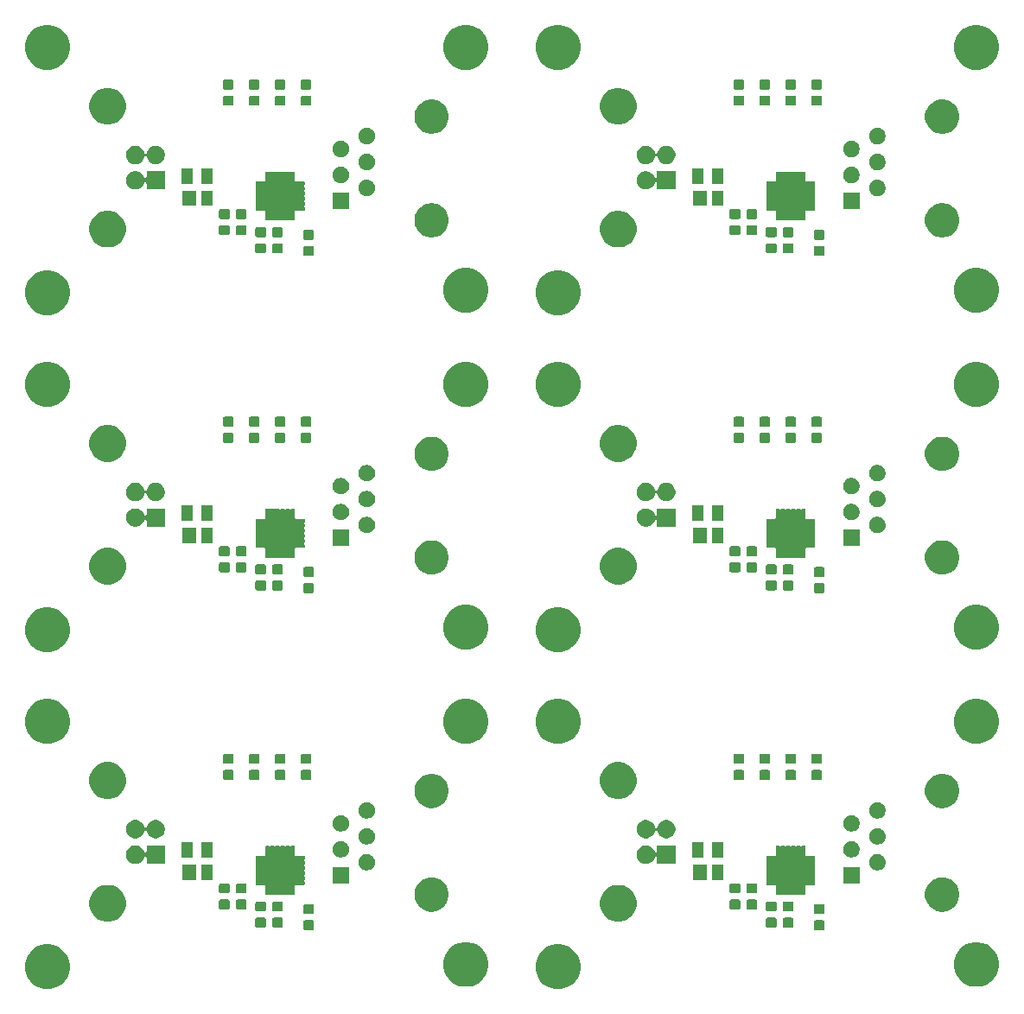
<source format=gbr>
G04 #@! TF.GenerationSoftware,KiCad,Pcbnew,5.1.3-ffb9f22~84~ubuntu16.04.1*
G04 #@! TF.CreationDate,2019-08-10T21:44:05-04:00*
G04 #@! TF.ProjectId,usb-serial-interface_panelized,7573622d-7365-4726-9961-6c2d696e7465,rev?*
G04 #@! TF.SameCoordinates,Original*
G04 #@! TF.FileFunction,Soldermask,Top*
G04 #@! TF.FilePolarity,Negative*
%FSLAX46Y46*%
G04 Gerber Fmt 4.6, Leading zero omitted, Abs format (unit mm)*
G04 Created by KiCad (PCBNEW 5.1.3-ffb9f22~84~ubuntu16.04.1) date 2019-08-10 21:44:05*
%MOMM*%
%LPD*%
G04 APERTURE LIST*
%ADD10C,0.100000*%
G04 APERTURE END LIST*
D10*
G36*
X134542009Y-156618586D02*
G01*
X134942565Y-156784502D01*
X134942567Y-156784503D01*
X135303058Y-157025375D01*
X135609631Y-157331948D01*
X135850503Y-157692439D01*
X135850504Y-157692441D01*
X136016420Y-158092997D01*
X136101002Y-158518223D01*
X136101002Y-158951785D01*
X136016420Y-159377011D01*
X135850504Y-159777567D01*
X135850503Y-159777569D01*
X135609631Y-160138060D01*
X135303058Y-160444633D01*
X134942567Y-160685505D01*
X134942566Y-160685506D01*
X134942565Y-160685506D01*
X134542009Y-160851422D01*
X134116783Y-160936004D01*
X133683221Y-160936004D01*
X133257995Y-160851422D01*
X132857439Y-160685506D01*
X132857438Y-160685506D01*
X132857437Y-160685505D01*
X132496946Y-160444633D01*
X132190373Y-160138060D01*
X131949501Y-159777569D01*
X131949500Y-159777567D01*
X131783584Y-159377011D01*
X131699002Y-158951785D01*
X131699002Y-158518223D01*
X131783584Y-158092997D01*
X131949500Y-157692441D01*
X131949501Y-157692439D01*
X132190373Y-157331948D01*
X132496946Y-157025375D01*
X132857437Y-156784503D01*
X132857439Y-156784502D01*
X133257995Y-156618586D01*
X133683221Y-156534004D01*
X134116783Y-156534004D01*
X134542009Y-156618586D01*
X134542009Y-156618586D01*
G37*
G36*
X84517007Y-156618586D02*
G01*
X84917563Y-156784502D01*
X84917565Y-156784503D01*
X85278056Y-157025375D01*
X85584629Y-157331948D01*
X85825501Y-157692439D01*
X85825502Y-157692441D01*
X85991418Y-158092997D01*
X86076000Y-158518223D01*
X86076000Y-158951785D01*
X85991418Y-159377011D01*
X85825502Y-159777567D01*
X85825501Y-159777569D01*
X85584629Y-160138060D01*
X85278056Y-160444633D01*
X84917565Y-160685505D01*
X84917564Y-160685506D01*
X84917563Y-160685506D01*
X84517007Y-160851422D01*
X84091781Y-160936004D01*
X83658219Y-160936004D01*
X83232993Y-160851422D01*
X82832437Y-160685506D01*
X82832436Y-160685506D01*
X82832435Y-160685505D01*
X82471944Y-160444633D01*
X82165371Y-160138060D01*
X81924499Y-159777569D01*
X81924498Y-159777567D01*
X81758582Y-159377011D01*
X81674000Y-158951785D01*
X81674000Y-158518223D01*
X81758582Y-158092997D01*
X81924498Y-157692441D01*
X81924499Y-157692439D01*
X82165371Y-157331948D01*
X82471944Y-157025375D01*
X82832435Y-156784503D01*
X82832437Y-156784502D01*
X83232993Y-156618586D01*
X83658219Y-156534004D01*
X84091781Y-156534004D01*
X84517007Y-156618586D01*
X84517007Y-156618586D01*
G37*
G36*
X175542009Y-156368586D02*
G01*
X175942565Y-156534502D01*
X175942567Y-156534503D01*
X176303058Y-156775375D01*
X176609631Y-157081948D01*
X176776675Y-157331948D01*
X176850504Y-157442441D01*
X177016420Y-157842997D01*
X177101002Y-158268223D01*
X177101002Y-158701785D01*
X177016420Y-159127011D01*
X176912866Y-159377011D01*
X176850503Y-159527569D01*
X176609631Y-159888060D01*
X176303058Y-160194633D01*
X175942567Y-160435505D01*
X175942566Y-160435506D01*
X175942565Y-160435506D01*
X175542009Y-160601422D01*
X175116783Y-160686004D01*
X174683221Y-160686004D01*
X174257995Y-160601422D01*
X173857439Y-160435506D01*
X173857438Y-160435506D01*
X173857437Y-160435505D01*
X173496946Y-160194633D01*
X173190373Y-159888060D01*
X172949501Y-159527569D01*
X172887138Y-159377011D01*
X172783584Y-159127011D01*
X172699002Y-158701785D01*
X172699002Y-158268223D01*
X172783584Y-157842997D01*
X172949500Y-157442441D01*
X173023329Y-157331948D01*
X173190373Y-157081948D01*
X173496946Y-156775375D01*
X173857437Y-156534503D01*
X173857439Y-156534502D01*
X174257995Y-156368586D01*
X174683221Y-156284004D01*
X175116783Y-156284004D01*
X175542009Y-156368586D01*
X175542009Y-156368586D01*
G37*
G36*
X125517007Y-156368586D02*
G01*
X125917563Y-156534502D01*
X125917565Y-156534503D01*
X126278056Y-156775375D01*
X126584629Y-157081948D01*
X126751673Y-157331948D01*
X126825502Y-157442441D01*
X126991418Y-157842997D01*
X127076000Y-158268223D01*
X127076000Y-158701785D01*
X126991418Y-159127011D01*
X126887864Y-159377011D01*
X126825501Y-159527569D01*
X126584629Y-159888060D01*
X126278056Y-160194633D01*
X125917565Y-160435505D01*
X125917564Y-160435506D01*
X125917563Y-160435506D01*
X125517007Y-160601422D01*
X125091781Y-160686004D01*
X124658219Y-160686004D01*
X124232993Y-160601422D01*
X123832437Y-160435506D01*
X123832436Y-160435506D01*
X123832435Y-160435505D01*
X123471944Y-160194633D01*
X123165371Y-159888060D01*
X122924499Y-159527569D01*
X122862136Y-159377011D01*
X122758582Y-159127011D01*
X122674000Y-158701785D01*
X122674000Y-158268223D01*
X122758582Y-157842997D01*
X122924498Y-157442441D01*
X122998327Y-157331948D01*
X123165371Y-157081948D01*
X123471944Y-156775375D01*
X123832435Y-156534503D01*
X123832437Y-156534502D01*
X124232993Y-156368586D01*
X124658219Y-156284004D01*
X125091781Y-156284004D01*
X125517007Y-156368586D01*
X125517007Y-156368586D01*
G37*
G36*
X109853591Y-154160089D02*
G01*
X109887569Y-154170397D01*
X109918890Y-154187138D01*
X109946339Y-154209665D01*
X109968866Y-154237114D01*
X109985607Y-154268435D01*
X109995915Y-154302413D01*
X110000000Y-154343894D01*
X110000000Y-154945114D01*
X109995915Y-154986595D01*
X109985607Y-155020573D01*
X109968866Y-155051894D01*
X109946339Y-155079343D01*
X109918890Y-155101870D01*
X109887569Y-155118611D01*
X109853591Y-155128919D01*
X109812110Y-155133004D01*
X109135890Y-155133004D01*
X109094409Y-155128919D01*
X109060431Y-155118611D01*
X109029110Y-155101870D01*
X109001661Y-155079343D01*
X108979134Y-155051894D01*
X108962393Y-155020573D01*
X108952085Y-154986595D01*
X108948000Y-154945114D01*
X108948000Y-154343894D01*
X108952085Y-154302413D01*
X108962393Y-154268435D01*
X108979134Y-154237114D01*
X109001661Y-154209665D01*
X109029110Y-154187138D01*
X109060431Y-154170397D01*
X109094409Y-154160089D01*
X109135890Y-154156004D01*
X109812110Y-154156004D01*
X109853591Y-154160089D01*
X109853591Y-154160089D01*
G37*
G36*
X159878593Y-154160089D02*
G01*
X159912571Y-154170397D01*
X159943892Y-154187138D01*
X159971341Y-154209665D01*
X159993868Y-154237114D01*
X160010609Y-154268435D01*
X160020917Y-154302413D01*
X160025002Y-154343894D01*
X160025002Y-154945114D01*
X160020917Y-154986595D01*
X160010609Y-155020573D01*
X159993868Y-155051894D01*
X159971341Y-155079343D01*
X159943892Y-155101870D01*
X159912571Y-155118611D01*
X159878593Y-155128919D01*
X159837112Y-155133004D01*
X159160892Y-155133004D01*
X159119411Y-155128919D01*
X159085433Y-155118611D01*
X159054112Y-155101870D01*
X159026663Y-155079343D01*
X159004136Y-155051894D01*
X158987395Y-155020573D01*
X158977087Y-154986595D01*
X158973002Y-154945114D01*
X158973002Y-154343894D01*
X158977087Y-154302413D01*
X158987395Y-154268435D01*
X159004136Y-154237114D01*
X159026663Y-154209665D01*
X159054112Y-154187138D01*
X159085433Y-154170397D01*
X159119411Y-154160089D01*
X159160892Y-154156004D01*
X159837112Y-154156004D01*
X159878593Y-154160089D01*
X159878593Y-154160089D01*
G37*
G36*
X156830593Y-153906089D02*
G01*
X156864571Y-153916397D01*
X156895892Y-153933138D01*
X156923341Y-153955665D01*
X156945868Y-153983114D01*
X156962609Y-154014435D01*
X156972917Y-154048413D01*
X156977002Y-154089894D01*
X156977002Y-154691114D01*
X156972917Y-154732595D01*
X156962609Y-154766573D01*
X156945868Y-154797894D01*
X156923341Y-154825343D01*
X156895892Y-154847870D01*
X156864571Y-154864611D01*
X156830593Y-154874919D01*
X156789112Y-154879004D01*
X156112892Y-154879004D01*
X156071411Y-154874919D01*
X156037433Y-154864611D01*
X156006112Y-154847870D01*
X155978663Y-154825343D01*
X155956136Y-154797894D01*
X155939395Y-154766573D01*
X155929087Y-154732595D01*
X155925002Y-154691114D01*
X155925002Y-154089894D01*
X155929087Y-154048413D01*
X155939395Y-154014435D01*
X155956136Y-153983114D01*
X155978663Y-153955665D01*
X156006112Y-153933138D01*
X156037433Y-153916397D01*
X156071411Y-153906089D01*
X156112892Y-153902004D01*
X156789112Y-153902004D01*
X156830593Y-153906089D01*
X156830593Y-153906089D01*
G37*
G36*
X106805591Y-153906089D02*
G01*
X106839569Y-153916397D01*
X106870890Y-153933138D01*
X106898339Y-153955665D01*
X106920866Y-153983114D01*
X106937607Y-154014435D01*
X106947915Y-154048413D01*
X106952000Y-154089894D01*
X106952000Y-154691114D01*
X106947915Y-154732595D01*
X106937607Y-154766573D01*
X106920866Y-154797894D01*
X106898339Y-154825343D01*
X106870890Y-154847870D01*
X106839569Y-154864611D01*
X106805591Y-154874919D01*
X106764110Y-154879004D01*
X106087890Y-154879004D01*
X106046409Y-154874919D01*
X106012431Y-154864611D01*
X105981110Y-154847870D01*
X105953661Y-154825343D01*
X105931134Y-154797894D01*
X105914393Y-154766573D01*
X105904085Y-154732595D01*
X105900000Y-154691114D01*
X105900000Y-154089894D01*
X105904085Y-154048413D01*
X105914393Y-154014435D01*
X105931134Y-153983114D01*
X105953661Y-153955665D01*
X105981110Y-153933138D01*
X106012431Y-153916397D01*
X106046409Y-153906089D01*
X106087890Y-153902004D01*
X106764110Y-153902004D01*
X106805591Y-153906089D01*
X106805591Y-153906089D01*
G37*
G36*
X155179593Y-153906089D02*
G01*
X155213571Y-153916397D01*
X155244892Y-153933138D01*
X155272341Y-153955665D01*
X155294868Y-153983114D01*
X155311609Y-154014435D01*
X155321917Y-154048413D01*
X155326002Y-154089894D01*
X155326002Y-154691114D01*
X155321917Y-154732595D01*
X155311609Y-154766573D01*
X155294868Y-154797894D01*
X155272341Y-154825343D01*
X155244892Y-154847870D01*
X155213571Y-154864611D01*
X155179593Y-154874919D01*
X155138112Y-154879004D01*
X154461892Y-154879004D01*
X154420411Y-154874919D01*
X154386433Y-154864611D01*
X154355112Y-154847870D01*
X154327663Y-154825343D01*
X154305136Y-154797894D01*
X154288395Y-154766573D01*
X154278087Y-154732595D01*
X154274002Y-154691114D01*
X154274002Y-154089894D01*
X154278087Y-154048413D01*
X154288395Y-154014435D01*
X154305136Y-153983114D01*
X154327663Y-153955665D01*
X154355112Y-153933138D01*
X154386433Y-153916397D01*
X154420411Y-153906089D01*
X154461892Y-153902004D01*
X155138112Y-153902004D01*
X155179593Y-153906089D01*
X155179593Y-153906089D01*
G37*
G36*
X105154591Y-153906089D02*
G01*
X105188569Y-153916397D01*
X105219890Y-153933138D01*
X105247339Y-153955665D01*
X105269866Y-153983114D01*
X105286607Y-154014435D01*
X105296915Y-154048413D01*
X105301000Y-154089894D01*
X105301000Y-154691114D01*
X105296915Y-154732595D01*
X105286607Y-154766573D01*
X105269866Y-154797894D01*
X105247339Y-154825343D01*
X105219890Y-154847870D01*
X105188569Y-154864611D01*
X105154591Y-154874919D01*
X105113110Y-154879004D01*
X104436890Y-154879004D01*
X104395409Y-154874919D01*
X104361431Y-154864611D01*
X104330110Y-154847870D01*
X104302661Y-154825343D01*
X104280134Y-154797894D01*
X104263393Y-154766573D01*
X104253085Y-154732595D01*
X104249000Y-154691114D01*
X104249000Y-154089894D01*
X104253085Y-154048413D01*
X104263393Y-154014435D01*
X104280134Y-153983114D01*
X104302661Y-153955665D01*
X104330110Y-153933138D01*
X104361431Y-153916397D01*
X104395409Y-153906089D01*
X104436890Y-153902004D01*
X105113110Y-153902004D01*
X105154591Y-153906089D01*
X105154591Y-153906089D01*
G37*
G36*
X140328333Y-150773215D02*
G01*
X140656094Y-150908978D01*
X140951072Y-151106076D01*
X141201930Y-151356934D01*
X141399028Y-151651912D01*
X141534791Y-151979673D01*
X141604002Y-152327620D01*
X141604002Y-152682388D01*
X141534791Y-153030335D01*
X141399028Y-153358096D01*
X141201930Y-153653074D01*
X140951072Y-153903932D01*
X140656094Y-154101030D01*
X140328333Y-154236793D01*
X139980386Y-154306004D01*
X139625618Y-154306004D01*
X139277671Y-154236793D01*
X138949910Y-154101030D01*
X138654932Y-153903932D01*
X138404074Y-153653074D01*
X138206976Y-153358096D01*
X138071213Y-153030335D01*
X138002002Y-152682388D01*
X138002002Y-152327620D01*
X138071213Y-151979673D01*
X138206976Y-151651912D01*
X138404074Y-151356934D01*
X138654932Y-151106076D01*
X138949910Y-150908978D01*
X139277671Y-150773215D01*
X139625618Y-150704004D01*
X139980386Y-150704004D01*
X140328333Y-150773215D01*
X140328333Y-150773215D01*
G37*
G36*
X90303331Y-150773215D02*
G01*
X90631092Y-150908978D01*
X90926070Y-151106076D01*
X91176928Y-151356934D01*
X91374026Y-151651912D01*
X91509789Y-151979673D01*
X91579000Y-152327620D01*
X91579000Y-152682388D01*
X91509789Y-153030335D01*
X91374026Y-153358096D01*
X91176928Y-153653074D01*
X90926070Y-153903932D01*
X90631092Y-154101030D01*
X90303331Y-154236793D01*
X89955384Y-154306004D01*
X89600616Y-154306004D01*
X89252669Y-154236793D01*
X88924908Y-154101030D01*
X88629930Y-153903932D01*
X88379072Y-153653074D01*
X88181974Y-153358096D01*
X88046211Y-153030335D01*
X87977000Y-152682388D01*
X87977000Y-152327620D01*
X88046211Y-151979673D01*
X88181974Y-151651912D01*
X88379072Y-151356934D01*
X88629930Y-151106076D01*
X88924908Y-150908978D01*
X89252669Y-150773215D01*
X89600616Y-150704004D01*
X89955384Y-150704004D01*
X90303331Y-150773215D01*
X90303331Y-150773215D01*
G37*
G36*
X109853591Y-152585089D02*
G01*
X109887569Y-152595397D01*
X109918890Y-152612138D01*
X109946339Y-152634665D01*
X109968866Y-152662114D01*
X109985607Y-152693435D01*
X109995915Y-152727413D01*
X110000000Y-152768894D01*
X110000000Y-153370114D01*
X109995915Y-153411595D01*
X109985607Y-153445573D01*
X109968866Y-153476894D01*
X109946339Y-153504343D01*
X109918890Y-153526870D01*
X109887569Y-153543611D01*
X109853591Y-153553919D01*
X109812110Y-153558004D01*
X109135890Y-153558004D01*
X109094409Y-153553919D01*
X109060431Y-153543611D01*
X109029110Y-153526870D01*
X109001661Y-153504343D01*
X108979134Y-153476894D01*
X108962393Y-153445573D01*
X108952085Y-153411595D01*
X108948000Y-153370114D01*
X108948000Y-152768894D01*
X108952085Y-152727413D01*
X108962393Y-152693435D01*
X108979134Y-152662114D01*
X109001661Y-152634665D01*
X109029110Y-152612138D01*
X109060431Y-152595397D01*
X109094409Y-152585089D01*
X109135890Y-152581004D01*
X109812110Y-152581004D01*
X109853591Y-152585089D01*
X109853591Y-152585089D01*
G37*
G36*
X159878593Y-152585089D02*
G01*
X159912571Y-152595397D01*
X159943892Y-152612138D01*
X159971341Y-152634665D01*
X159993868Y-152662114D01*
X160010609Y-152693435D01*
X160020917Y-152727413D01*
X160025002Y-152768894D01*
X160025002Y-153370114D01*
X160020917Y-153411595D01*
X160010609Y-153445573D01*
X159993868Y-153476894D01*
X159971341Y-153504343D01*
X159943892Y-153526870D01*
X159912571Y-153543611D01*
X159878593Y-153553919D01*
X159837112Y-153558004D01*
X159160892Y-153558004D01*
X159119411Y-153553919D01*
X159085433Y-153543611D01*
X159054112Y-153526870D01*
X159026663Y-153504343D01*
X159004136Y-153476894D01*
X158987395Y-153445573D01*
X158977087Y-153411595D01*
X158973002Y-153370114D01*
X158973002Y-152768894D01*
X158977087Y-152727413D01*
X158987395Y-152693435D01*
X159004136Y-152662114D01*
X159026663Y-152634665D01*
X159054112Y-152612138D01*
X159085433Y-152595397D01*
X159119411Y-152585089D01*
X159160892Y-152581004D01*
X159837112Y-152581004D01*
X159878593Y-152585089D01*
X159878593Y-152585089D01*
G37*
G36*
X171866973Y-150001208D02*
G01*
X172028873Y-150033412D01*
X172333885Y-150159752D01*
X172608389Y-150343170D01*
X172841836Y-150576617D01*
X173025254Y-150851121D01*
X173151594Y-151156133D01*
X173151594Y-151156134D01*
X173214493Y-151472343D01*
X173216002Y-151479932D01*
X173216002Y-151810076D01*
X173151594Y-152133875D01*
X173025254Y-152438887D01*
X172841836Y-152713391D01*
X172608389Y-152946838D01*
X172333885Y-153130256D01*
X172028873Y-153256596D01*
X171884006Y-153285412D01*
X171705075Y-153321004D01*
X171374929Y-153321004D01*
X171195998Y-153285412D01*
X171051131Y-153256596D01*
X170746119Y-153130256D01*
X170471615Y-152946838D01*
X170238168Y-152713391D01*
X170054750Y-152438887D01*
X169928410Y-152133875D01*
X169864002Y-151810076D01*
X169864002Y-151479932D01*
X169865512Y-151472343D01*
X169928410Y-151156134D01*
X169928410Y-151156133D01*
X170054750Y-150851121D01*
X170238168Y-150576617D01*
X170471615Y-150343170D01*
X170746119Y-150159752D01*
X171051131Y-150033412D01*
X171213031Y-150001208D01*
X171374929Y-149969004D01*
X171705075Y-149969004D01*
X171866973Y-150001208D01*
X171866973Y-150001208D01*
G37*
G36*
X121841971Y-150001208D02*
G01*
X122003871Y-150033412D01*
X122308883Y-150159752D01*
X122583387Y-150343170D01*
X122816834Y-150576617D01*
X123000252Y-150851121D01*
X123126592Y-151156133D01*
X123126592Y-151156134D01*
X123189491Y-151472343D01*
X123191000Y-151479932D01*
X123191000Y-151810076D01*
X123126592Y-152133875D01*
X123000252Y-152438887D01*
X122816834Y-152713391D01*
X122583387Y-152946838D01*
X122308883Y-153130256D01*
X122003871Y-153256596D01*
X121859004Y-153285412D01*
X121680073Y-153321004D01*
X121349927Y-153321004D01*
X121170996Y-153285412D01*
X121026129Y-153256596D01*
X120721117Y-153130256D01*
X120446613Y-152946838D01*
X120213166Y-152713391D01*
X120029748Y-152438887D01*
X119903408Y-152133875D01*
X119839000Y-151810076D01*
X119839000Y-151479932D01*
X119840510Y-151472343D01*
X119903408Y-151156134D01*
X119903408Y-151156133D01*
X120029748Y-150851121D01*
X120213166Y-150576617D01*
X120446613Y-150343170D01*
X120721117Y-150159752D01*
X121026129Y-150033412D01*
X121188029Y-150001208D01*
X121349927Y-149969004D01*
X121680073Y-149969004D01*
X121841971Y-150001208D01*
X121841971Y-150001208D01*
G37*
G36*
X105154591Y-152331089D02*
G01*
X105188569Y-152341397D01*
X105219890Y-152358138D01*
X105247339Y-152380665D01*
X105269866Y-152408114D01*
X105286607Y-152439435D01*
X105296915Y-152473413D01*
X105301000Y-152514894D01*
X105301000Y-153116114D01*
X105296915Y-153157595D01*
X105286607Y-153191573D01*
X105269866Y-153222894D01*
X105247339Y-153250343D01*
X105219890Y-153272870D01*
X105188569Y-153289611D01*
X105154591Y-153299919D01*
X105113110Y-153304004D01*
X104436890Y-153304004D01*
X104395409Y-153299919D01*
X104361431Y-153289611D01*
X104330110Y-153272870D01*
X104302661Y-153250343D01*
X104280134Y-153222894D01*
X104263393Y-153191573D01*
X104253085Y-153157595D01*
X104249000Y-153116114D01*
X104249000Y-152514894D01*
X104253085Y-152473413D01*
X104263393Y-152439435D01*
X104280134Y-152408114D01*
X104302661Y-152380665D01*
X104330110Y-152358138D01*
X104361431Y-152341397D01*
X104395409Y-152331089D01*
X104436890Y-152327004D01*
X105113110Y-152327004D01*
X105154591Y-152331089D01*
X105154591Y-152331089D01*
G37*
G36*
X155179593Y-152331089D02*
G01*
X155213571Y-152341397D01*
X155244892Y-152358138D01*
X155272341Y-152380665D01*
X155294868Y-152408114D01*
X155311609Y-152439435D01*
X155321917Y-152473413D01*
X155326002Y-152514894D01*
X155326002Y-153116114D01*
X155321917Y-153157595D01*
X155311609Y-153191573D01*
X155294868Y-153222894D01*
X155272341Y-153250343D01*
X155244892Y-153272870D01*
X155213571Y-153289611D01*
X155179593Y-153299919D01*
X155138112Y-153304004D01*
X154461892Y-153304004D01*
X154420411Y-153299919D01*
X154386433Y-153289611D01*
X154355112Y-153272870D01*
X154327663Y-153250343D01*
X154305136Y-153222894D01*
X154288395Y-153191573D01*
X154278087Y-153157595D01*
X154274002Y-153116114D01*
X154274002Y-152514894D01*
X154278087Y-152473413D01*
X154288395Y-152439435D01*
X154305136Y-152408114D01*
X154327663Y-152380665D01*
X154355112Y-152358138D01*
X154386433Y-152341397D01*
X154420411Y-152331089D01*
X154461892Y-152327004D01*
X155138112Y-152327004D01*
X155179593Y-152331089D01*
X155179593Y-152331089D01*
G37*
G36*
X106805591Y-152331089D02*
G01*
X106839569Y-152341397D01*
X106870890Y-152358138D01*
X106898339Y-152380665D01*
X106920866Y-152408114D01*
X106937607Y-152439435D01*
X106947915Y-152473413D01*
X106952000Y-152514894D01*
X106952000Y-153116114D01*
X106947915Y-153157595D01*
X106937607Y-153191573D01*
X106920866Y-153222894D01*
X106898339Y-153250343D01*
X106870890Y-153272870D01*
X106839569Y-153289611D01*
X106805591Y-153299919D01*
X106764110Y-153304004D01*
X106087890Y-153304004D01*
X106046409Y-153299919D01*
X106012431Y-153289611D01*
X105981110Y-153272870D01*
X105953661Y-153250343D01*
X105931134Y-153222894D01*
X105914393Y-153191573D01*
X105904085Y-153157595D01*
X105900000Y-153116114D01*
X105900000Y-152514894D01*
X105904085Y-152473413D01*
X105914393Y-152439435D01*
X105931134Y-152408114D01*
X105953661Y-152380665D01*
X105981110Y-152358138D01*
X106012431Y-152341397D01*
X106046409Y-152331089D01*
X106087890Y-152327004D01*
X106764110Y-152327004D01*
X106805591Y-152331089D01*
X106805591Y-152331089D01*
G37*
G36*
X156830593Y-152331089D02*
G01*
X156864571Y-152341397D01*
X156895892Y-152358138D01*
X156923341Y-152380665D01*
X156945868Y-152408114D01*
X156962609Y-152439435D01*
X156972917Y-152473413D01*
X156977002Y-152514894D01*
X156977002Y-153116114D01*
X156972917Y-153157595D01*
X156962609Y-153191573D01*
X156945868Y-153222894D01*
X156923341Y-153250343D01*
X156895892Y-153272870D01*
X156864571Y-153289611D01*
X156830593Y-153299919D01*
X156789112Y-153304004D01*
X156112892Y-153304004D01*
X156071411Y-153299919D01*
X156037433Y-153289611D01*
X156006112Y-153272870D01*
X155978663Y-153250343D01*
X155956136Y-153222894D01*
X155939395Y-153191573D01*
X155929087Y-153157595D01*
X155925002Y-153116114D01*
X155925002Y-152514894D01*
X155929087Y-152473413D01*
X155939395Y-152439435D01*
X155956136Y-152408114D01*
X155978663Y-152380665D01*
X156006112Y-152358138D01*
X156037433Y-152341397D01*
X156071411Y-152331089D01*
X156112892Y-152327004D01*
X156789112Y-152327004D01*
X156830593Y-152331089D01*
X156830593Y-152331089D01*
G37*
G36*
X153274593Y-152128089D02*
G01*
X153308571Y-152138397D01*
X153339892Y-152155138D01*
X153367341Y-152177665D01*
X153389868Y-152205114D01*
X153406609Y-152236435D01*
X153416917Y-152270413D01*
X153421002Y-152311894D01*
X153421002Y-152913114D01*
X153416917Y-152954595D01*
X153406609Y-152988573D01*
X153389868Y-153019894D01*
X153367341Y-153047343D01*
X153339892Y-153069870D01*
X153308571Y-153086611D01*
X153274593Y-153096919D01*
X153233112Y-153101004D01*
X152556892Y-153101004D01*
X152515411Y-153096919D01*
X152481433Y-153086611D01*
X152450112Y-153069870D01*
X152422663Y-153047343D01*
X152400136Y-153019894D01*
X152383395Y-152988573D01*
X152373087Y-152954595D01*
X152369002Y-152913114D01*
X152369002Y-152311894D01*
X152373087Y-152270413D01*
X152383395Y-152236435D01*
X152400136Y-152205114D01*
X152422663Y-152177665D01*
X152450112Y-152155138D01*
X152481433Y-152138397D01*
X152515411Y-152128089D01*
X152556892Y-152124004D01*
X153233112Y-152124004D01*
X153274593Y-152128089D01*
X153274593Y-152128089D01*
G37*
G36*
X103249591Y-152128089D02*
G01*
X103283569Y-152138397D01*
X103314890Y-152155138D01*
X103342339Y-152177665D01*
X103364866Y-152205114D01*
X103381607Y-152236435D01*
X103391915Y-152270413D01*
X103396000Y-152311894D01*
X103396000Y-152913114D01*
X103391915Y-152954595D01*
X103381607Y-152988573D01*
X103364866Y-153019894D01*
X103342339Y-153047343D01*
X103314890Y-153069870D01*
X103283569Y-153086611D01*
X103249591Y-153096919D01*
X103208110Y-153101004D01*
X102531890Y-153101004D01*
X102490409Y-153096919D01*
X102456431Y-153086611D01*
X102425110Y-153069870D01*
X102397661Y-153047343D01*
X102375134Y-153019894D01*
X102358393Y-152988573D01*
X102348085Y-152954595D01*
X102344000Y-152913114D01*
X102344000Y-152311894D01*
X102348085Y-152270413D01*
X102358393Y-152236435D01*
X102375134Y-152205114D01*
X102397661Y-152177665D01*
X102425110Y-152155138D01*
X102456431Y-152138397D01*
X102490409Y-152128089D01*
X102531890Y-152124004D01*
X103208110Y-152124004D01*
X103249591Y-152128089D01*
X103249591Y-152128089D01*
G37*
G36*
X151623593Y-152128089D02*
G01*
X151657571Y-152138397D01*
X151688892Y-152155138D01*
X151716341Y-152177665D01*
X151738868Y-152205114D01*
X151755609Y-152236435D01*
X151765917Y-152270413D01*
X151770002Y-152311894D01*
X151770002Y-152913114D01*
X151765917Y-152954595D01*
X151755609Y-152988573D01*
X151738868Y-153019894D01*
X151716341Y-153047343D01*
X151688892Y-153069870D01*
X151657571Y-153086611D01*
X151623593Y-153096919D01*
X151582112Y-153101004D01*
X150905892Y-153101004D01*
X150864411Y-153096919D01*
X150830433Y-153086611D01*
X150799112Y-153069870D01*
X150771663Y-153047343D01*
X150749136Y-153019894D01*
X150732395Y-152988573D01*
X150722087Y-152954595D01*
X150718002Y-152913114D01*
X150718002Y-152311894D01*
X150722087Y-152270413D01*
X150732395Y-152236435D01*
X150749136Y-152205114D01*
X150771663Y-152177665D01*
X150799112Y-152155138D01*
X150830433Y-152138397D01*
X150864411Y-152128089D01*
X150905892Y-152124004D01*
X151582112Y-152124004D01*
X151623593Y-152128089D01*
X151623593Y-152128089D01*
G37*
G36*
X101598591Y-152128089D02*
G01*
X101632569Y-152138397D01*
X101663890Y-152155138D01*
X101691339Y-152177665D01*
X101713866Y-152205114D01*
X101730607Y-152236435D01*
X101740915Y-152270413D01*
X101745000Y-152311894D01*
X101745000Y-152913114D01*
X101740915Y-152954595D01*
X101730607Y-152988573D01*
X101713866Y-153019894D01*
X101691339Y-153047343D01*
X101663890Y-153069870D01*
X101632569Y-153086611D01*
X101598591Y-153096919D01*
X101557110Y-153101004D01*
X100880890Y-153101004D01*
X100839409Y-153096919D01*
X100805431Y-153086611D01*
X100774110Y-153069870D01*
X100746661Y-153047343D01*
X100724134Y-153019894D01*
X100707393Y-152988573D01*
X100697085Y-152954595D01*
X100693000Y-152913114D01*
X100693000Y-152311894D01*
X100697085Y-152270413D01*
X100707393Y-152236435D01*
X100724134Y-152205114D01*
X100746661Y-152177665D01*
X100774110Y-152155138D01*
X100805431Y-152138397D01*
X100839409Y-152128089D01*
X100880890Y-152124004D01*
X101557110Y-152124004D01*
X101598591Y-152128089D01*
X101598591Y-152128089D01*
G37*
G36*
X105585355Y-146885087D02*
G01*
X105590029Y-146886505D01*
X105594330Y-146888804D01*
X105600702Y-146894033D01*
X105621076Y-146907647D01*
X105643715Y-146917024D01*
X105667749Y-146921804D01*
X105692253Y-146921804D01*
X105716286Y-146917023D01*
X105738925Y-146907646D01*
X105759298Y-146894033D01*
X105765670Y-146888804D01*
X105769971Y-146886505D01*
X105774645Y-146885087D01*
X105785641Y-146884004D01*
X106074359Y-146884004D01*
X106085355Y-146885087D01*
X106090029Y-146886505D01*
X106094330Y-146888804D01*
X106100702Y-146894033D01*
X106121076Y-146907647D01*
X106143715Y-146917024D01*
X106167749Y-146921804D01*
X106192253Y-146921804D01*
X106216286Y-146917023D01*
X106238925Y-146907646D01*
X106259298Y-146894033D01*
X106265670Y-146888804D01*
X106269971Y-146886505D01*
X106274645Y-146885087D01*
X106285641Y-146884004D01*
X106574359Y-146884004D01*
X106585355Y-146885087D01*
X106590029Y-146886505D01*
X106594330Y-146888804D01*
X106600702Y-146894033D01*
X106621076Y-146907647D01*
X106643715Y-146917024D01*
X106667749Y-146921804D01*
X106692253Y-146921804D01*
X106716286Y-146917023D01*
X106738925Y-146907646D01*
X106759298Y-146894033D01*
X106765670Y-146888804D01*
X106769971Y-146886505D01*
X106774645Y-146885087D01*
X106785641Y-146884004D01*
X107074359Y-146884004D01*
X107085355Y-146885087D01*
X107090029Y-146886505D01*
X107094330Y-146888804D01*
X107100702Y-146894033D01*
X107121076Y-146907647D01*
X107143715Y-146917024D01*
X107167749Y-146921804D01*
X107192253Y-146921804D01*
X107216286Y-146917023D01*
X107238925Y-146907646D01*
X107259298Y-146894033D01*
X107265670Y-146888804D01*
X107269971Y-146886505D01*
X107274645Y-146885087D01*
X107285641Y-146884004D01*
X107574359Y-146884004D01*
X107585355Y-146885087D01*
X107590029Y-146886505D01*
X107594330Y-146888804D01*
X107600702Y-146894033D01*
X107621076Y-146907647D01*
X107643715Y-146917024D01*
X107667749Y-146921804D01*
X107692253Y-146921804D01*
X107716286Y-146917023D01*
X107738925Y-146907646D01*
X107759298Y-146894033D01*
X107765670Y-146888804D01*
X107769971Y-146886505D01*
X107774645Y-146885087D01*
X107785641Y-146884004D01*
X108074359Y-146884004D01*
X108085355Y-146885087D01*
X108090029Y-146886505D01*
X108094331Y-146888804D01*
X108098104Y-146891900D01*
X108101200Y-146895673D01*
X108103499Y-146899975D01*
X108104917Y-146904649D01*
X108106000Y-146915645D01*
X108106000Y-147734005D01*
X108108402Y-147758391D01*
X108115515Y-147781840D01*
X108127066Y-147803451D01*
X108142611Y-147822393D01*
X108161553Y-147837938D01*
X108183164Y-147849489D01*
X108206613Y-147856602D01*
X108230999Y-147859004D01*
X109049359Y-147859004D01*
X109060355Y-147860087D01*
X109065029Y-147861505D01*
X109069331Y-147863804D01*
X109073104Y-147866900D01*
X109076200Y-147870673D01*
X109078499Y-147874975D01*
X109079917Y-147879649D01*
X109081000Y-147890645D01*
X109081000Y-148179363D01*
X109079917Y-148190359D01*
X109078499Y-148195033D01*
X109076200Y-148199334D01*
X109070971Y-148205706D01*
X109057357Y-148226080D01*
X109047980Y-148248719D01*
X109043200Y-148272753D01*
X109043200Y-148297257D01*
X109047981Y-148321290D01*
X109057358Y-148343929D01*
X109070971Y-148364302D01*
X109076200Y-148370674D01*
X109078499Y-148374975D01*
X109079917Y-148379649D01*
X109081000Y-148390645D01*
X109081000Y-148679363D01*
X109079917Y-148690359D01*
X109078499Y-148695033D01*
X109076200Y-148699334D01*
X109070971Y-148705706D01*
X109057357Y-148726080D01*
X109047980Y-148748719D01*
X109043200Y-148772753D01*
X109043200Y-148797257D01*
X109047981Y-148821290D01*
X109057358Y-148843929D01*
X109070971Y-148864302D01*
X109076200Y-148870674D01*
X109078499Y-148874975D01*
X109079917Y-148879649D01*
X109081000Y-148890645D01*
X109081000Y-149179363D01*
X109079917Y-149190359D01*
X109078499Y-149195033D01*
X109076200Y-149199334D01*
X109070971Y-149205706D01*
X109057357Y-149226080D01*
X109047980Y-149248719D01*
X109043200Y-149272753D01*
X109043200Y-149297257D01*
X109047981Y-149321290D01*
X109057358Y-149343929D01*
X109070971Y-149364302D01*
X109076200Y-149370674D01*
X109078499Y-149374975D01*
X109079917Y-149379649D01*
X109081000Y-149390645D01*
X109081000Y-149679363D01*
X109079917Y-149690359D01*
X109078499Y-149695033D01*
X109076200Y-149699334D01*
X109070971Y-149705706D01*
X109057357Y-149726080D01*
X109047980Y-149748719D01*
X109043200Y-149772753D01*
X109043200Y-149797257D01*
X109047981Y-149821290D01*
X109057358Y-149843929D01*
X109070971Y-149864302D01*
X109076200Y-149870674D01*
X109078499Y-149874975D01*
X109079917Y-149879649D01*
X109081000Y-149890645D01*
X109081000Y-150179363D01*
X109079917Y-150190359D01*
X109078499Y-150195033D01*
X109076200Y-150199334D01*
X109070971Y-150205706D01*
X109057357Y-150226080D01*
X109047980Y-150248719D01*
X109043200Y-150272753D01*
X109043200Y-150297257D01*
X109047981Y-150321290D01*
X109057358Y-150343929D01*
X109070971Y-150364302D01*
X109076200Y-150370674D01*
X109078499Y-150374975D01*
X109079917Y-150379649D01*
X109081000Y-150390645D01*
X109081000Y-150679363D01*
X109079917Y-150690359D01*
X109078499Y-150695033D01*
X109076200Y-150699335D01*
X109073104Y-150703108D01*
X109069331Y-150706204D01*
X109065029Y-150708503D01*
X109060355Y-150709921D01*
X109049359Y-150711004D01*
X108230999Y-150711004D01*
X108206613Y-150713406D01*
X108183164Y-150720519D01*
X108161553Y-150732070D01*
X108142611Y-150747615D01*
X108127066Y-150766557D01*
X108115515Y-150788168D01*
X108108402Y-150811617D01*
X108106000Y-150836003D01*
X108106000Y-151654363D01*
X108104917Y-151665359D01*
X108103499Y-151670033D01*
X108101200Y-151674335D01*
X108098104Y-151678108D01*
X108094331Y-151681204D01*
X108090029Y-151683503D01*
X108085355Y-151684921D01*
X108074359Y-151686004D01*
X107785641Y-151686004D01*
X107774645Y-151684921D01*
X107769971Y-151683503D01*
X107765670Y-151681204D01*
X107759298Y-151675975D01*
X107738924Y-151662361D01*
X107716285Y-151652984D01*
X107692251Y-151648204D01*
X107667747Y-151648204D01*
X107643714Y-151652985D01*
X107621075Y-151662362D01*
X107600702Y-151675975D01*
X107594330Y-151681204D01*
X107590029Y-151683503D01*
X107585355Y-151684921D01*
X107574359Y-151686004D01*
X107285641Y-151686004D01*
X107274645Y-151684921D01*
X107269971Y-151683503D01*
X107265670Y-151681204D01*
X107259298Y-151675975D01*
X107238924Y-151662361D01*
X107216285Y-151652984D01*
X107192251Y-151648204D01*
X107167747Y-151648204D01*
X107143714Y-151652985D01*
X107121075Y-151662362D01*
X107100702Y-151675975D01*
X107094330Y-151681204D01*
X107090029Y-151683503D01*
X107085355Y-151684921D01*
X107074359Y-151686004D01*
X106785641Y-151686004D01*
X106774645Y-151684921D01*
X106769971Y-151683503D01*
X106765670Y-151681204D01*
X106759298Y-151675975D01*
X106738924Y-151662361D01*
X106716285Y-151652984D01*
X106692251Y-151648204D01*
X106667747Y-151648204D01*
X106643714Y-151652985D01*
X106621075Y-151662362D01*
X106600702Y-151675975D01*
X106594330Y-151681204D01*
X106590029Y-151683503D01*
X106585355Y-151684921D01*
X106574359Y-151686004D01*
X106285641Y-151686004D01*
X106274645Y-151684921D01*
X106269971Y-151683503D01*
X106265670Y-151681204D01*
X106259298Y-151675975D01*
X106238924Y-151662361D01*
X106216285Y-151652984D01*
X106192251Y-151648204D01*
X106167747Y-151648204D01*
X106143714Y-151652985D01*
X106121075Y-151662362D01*
X106100702Y-151675975D01*
X106094330Y-151681204D01*
X106090029Y-151683503D01*
X106085355Y-151684921D01*
X106074359Y-151686004D01*
X105785641Y-151686004D01*
X105774645Y-151684921D01*
X105769971Y-151683503D01*
X105765670Y-151681204D01*
X105759298Y-151675975D01*
X105738924Y-151662361D01*
X105716285Y-151652984D01*
X105692251Y-151648204D01*
X105667747Y-151648204D01*
X105643714Y-151652985D01*
X105621075Y-151662362D01*
X105600702Y-151675975D01*
X105594330Y-151681204D01*
X105590029Y-151683503D01*
X105585355Y-151684921D01*
X105574359Y-151686004D01*
X105285641Y-151686004D01*
X105274645Y-151684921D01*
X105269971Y-151683503D01*
X105265669Y-151681204D01*
X105261896Y-151678108D01*
X105258800Y-151674335D01*
X105256501Y-151670033D01*
X105255083Y-151665359D01*
X105254000Y-151654363D01*
X105254000Y-150836003D01*
X105251598Y-150811617D01*
X105244485Y-150788168D01*
X105232934Y-150766557D01*
X105217389Y-150747615D01*
X105198447Y-150732070D01*
X105176836Y-150720519D01*
X105153387Y-150713406D01*
X105129001Y-150711004D01*
X104310641Y-150711004D01*
X104299645Y-150709921D01*
X104294971Y-150708503D01*
X104290669Y-150706204D01*
X104286896Y-150703108D01*
X104283800Y-150699335D01*
X104281501Y-150695033D01*
X104280083Y-150690359D01*
X104279000Y-150679363D01*
X104279000Y-150390645D01*
X104280083Y-150379649D01*
X104281501Y-150374975D01*
X104283800Y-150370674D01*
X104289029Y-150364302D01*
X104302643Y-150343928D01*
X104312020Y-150321289D01*
X104316800Y-150297255D01*
X104316800Y-150272751D01*
X104312019Y-150248718D01*
X104302642Y-150226079D01*
X104289029Y-150205706D01*
X104283800Y-150199334D01*
X104281501Y-150195033D01*
X104280083Y-150190359D01*
X104279000Y-150179363D01*
X104279000Y-149890645D01*
X104280083Y-149879649D01*
X104281501Y-149874975D01*
X104283800Y-149870674D01*
X104289029Y-149864302D01*
X104302643Y-149843928D01*
X104312020Y-149821289D01*
X104316800Y-149797255D01*
X104316800Y-149772751D01*
X104312019Y-149748718D01*
X104302642Y-149726079D01*
X104289029Y-149705706D01*
X104283800Y-149699334D01*
X104281501Y-149695033D01*
X104280083Y-149690359D01*
X104279000Y-149679363D01*
X104279000Y-149390645D01*
X104280083Y-149379649D01*
X104281501Y-149374975D01*
X104283800Y-149370674D01*
X104289029Y-149364302D01*
X104302643Y-149343928D01*
X104312020Y-149321289D01*
X104316800Y-149297255D01*
X104316800Y-149272751D01*
X104312019Y-149248718D01*
X104302642Y-149226079D01*
X104289029Y-149205706D01*
X104283800Y-149199334D01*
X104281501Y-149195033D01*
X104280083Y-149190359D01*
X104279000Y-149179363D01*
X104279000Y-148890645D01*
X104280083Y-148879649D01*
X104281501Y-148874975D01*
X104283800Y-148870674D01*
X104289029Y-148864302D01*
X104302643Y-148843928D01*
X104312020Y-148821289D01*
X104316800Y-148797255D01*
X104316800Y-148772751D01*
X104312019Y-148748718D01*
X104302642Y-148726079D01*
X104289029Y-148705706D01*
X104283800Y-148699334D01*
X104281501Y-148695033D01*
X104280083Y-148690359D01*
X104279000Y-148679363D01*
X104279000Y-148390645D01*
X104280083Y-148379649D01*
X104281501Y-148374975D01*
X104283800Y-148370674D01*
X104289029Y-148364302D01*
X104302643Y-148343928D01*
X104312020Y-148321289D01*
X104316800Y-148297255D01*
X104316800Y-148272751D01*
X104312019Y-148248718D01*
X104302642Y-148226079D01*
X104289029Y-148205706D01*
X104283800Y-148199334D01*
X104281501Y-148195033D01*
X104280083Y-148190359D01*
X104279000Y-148179363D01*
X104279000Y-147890645D01*
X104280083Y-147879649D01*
X104281501Y-147874975D01*
X104283800Y-147870673D01*
X104286896Y-147866900D01*
X104290669Y-147863804D01*
X104294971Y-147861505D01*
X104299645Y-147860087D01*
X104310641Y-147859004D01*
X105129001Y-147859004D01*
X105153387Y-147856602D01*
X105176836Y-147849489D01*
X105198447Y-147837938D01*
X105217389Y-147822393D01*
X105232934Y-147803451D01*
X105244485Y-147781840D01*
X105251598Y-147758391D01*
X105254000Y-147734005D01*
X105254000Y-146915645D01*
X105255083Y-146904649D01*
X105256501Y-146899975D01*
X105258800Y-146895673D01*
X105261896Y-146891900D01*
X105265669Y-146888804D01*
X105269971Y-146886505D01*
X105274645Y-146885087D01*
X105285641Y-146884004D01*
X105574359Y-146884004D01*
X105585355Y-146885087D01*
X105585355Y-146885087D01*
G37*
G36*
X155610357Y-146885087D02*
G01*
X155615031Y-146886505D01*
X155619332Y-146888804D01*
X155625704Y-146894033D01*
X155646078Y-146907647D01*
X155668717Y-146917024D01*
X155692751Y-146921804D01*
X155717255Y-146921804D01*
X155741288Y-146917023D01*
X155763927Y-146907646D01*
X155784300Y-146894033D01*
X155790672Y-146888804D01*
X155794973Y-146886505D01*
X155799647Y-146885087D01*
X155810643Y-146884004D01*
X156099361Y-146884004D01*
X156110357Y-146885087D01*
X156115031Y-146886505D01*
X156119332Y-146888804D01*
X156125704Y-146894033D01*
X156146078Y-146907647D01*
X156168717Y-146917024D01*
X156192751Y-146921804D01*
X156217255Y-146921804D01*
X156241288Y-146917023D01*
X156263927Y-146907646D01*
X156284300Y-146894033D01*
X156290672Y-146888804D01*
X156294973Y-146886505D01*
X156299647Y-146885087D01*
X156310643Y-146884004D01*
X156599361Y-146884004D01*
X156610357Y-146885087D01*
X156615031Y-146886505D01*
X156619332Y-146888804D01*
X156625704Y-146894033D01*
X156646078Y-146907647D01*
X156668717Y-146917024D01*
X156692751Y-146921804D01*
X156717255Y-146921804D01*
X156741288Y-146917023D01*
X156763927Y-146907646D01*
X156784300Y-146894033D01*
X156790672Y-146888804D01*
X156794973Y-146886505D01*
X156799647Y-146885087D01*
X156810643Y-146884004D01*
X157099361Y-146884004D01*
X157110357Y-146885087D01*
X157115031Y-146886505D01*
X157119332Y-146888804D01*
X157125704Y-146894033D01*
X157146078Y-146907647D01*
X157168717Y-146917024D01*
X157192751Y-146921804D01*
X157217255Y-146921804D01*
X157241288Y-146917023D01*
X157263927Y-146907646D01*
X157284300Y-146894033D01*
X157290672Y-146888804D01*
X157294973Y-146886505D01*
X157299647Y-146885087D01*
X157310643Y-146884004D01*
X157599361Y-146884004D01*
X157610357Y-146885087D01*
X157615031Y-146886505D01*
X157619332Y-146888804D01*
X157625704Y-146894033D01*
X157646078Y-146907647D01*
X157668717Y-146917024D01*
X157692751Y-146921804D01*
X157717255Y-146921804D01*
X157741288Y-146917023D01*
X157763927Y-146907646D01*
X157784300Y-146894033D01*
X157790672Y-146888804D01*
X157794973Y-146886505D01*
X157799647Y-146885087D01*
X157810643Y-146884004D01*
X158099361Y-146884004D01*
X158110357Y-146885087D01*
X158115031Y-146886505D01*
X158119333Y-146888804D01*
X158123106Y-146891900D01*
X158126202Y-146895673D01*
X158128501Y-146899975D01*
X158129919Y-146904649D01*
X158131002Y-146915645D01*
X158131002Y-147734005D01*
X158133404Y-147758391D01*
X158140517Y-147781840D01*
X158152068Y-147803451D01*
X158167613Y-147822393D01*
X158186555Y-147837938D01*
X158208166Y-147849489D01*
X158231615Y-147856602D01*
X158256001Y-147859004D01*
X159074361Y-147859004D01*
X159085357Y-147860087D01*
X159090031Y-147861505D01*
X159094333Y-147863804D01*
X159098106Y-147866900D01*
X159101202Y-147870673D01*
X159103501Y-147874975D01*
X159104919Y-147879649D01*
X159106002Y-147890645D01*
X159106002Y-148179363D01*
X159104919Y-148190359D01*
X159103501Y-148195033D01*
X159101202Y-148199334D01*
X159095973Y-148205706D01*
X159082359Y-148226080D01*
X159072982Y-148248719D01*
X159068202Y-148272753D01*
X159068202Y-148297257D01*
X159072983Y-148321290D01*
X159082360Y-148343929D01*
X159095973Y-148364302D01*
X159101202Y-148370674D01*
X159103501Y-148374975D01*
X159104919Y-148379649D01*
X159106002Y-148390645D01*
X159106002Y-148679363D01*
X159104919Y-148690359D01*
X159103501Y-148695033D01*
X159101202Y-148699334D01*
X159095973Y-148705706D01*
X159082359Y-148726080D01*
X159072982Y-148748719D01*
X159068202Y-148772753D01*
X159068202Y-148797257D01*
X159072983Y-148821290D01*
X159082360Y-148843929D01*
X159095973Y-148864302D01*
X159101202Y-148870674D01*
X159103501Y-148874975D01*
X159104919Y-148879649D01*
X159106002Y-148890645D01*
X159106002Y-149179363D01*
X159104919Y-149190359D01*
X159103501Y-149195033D01*
X159101202Y-149199334D01*
X159095973Y-149205706D01*
X159082359Y-149226080D01*
X159072982Y-149248719D01*
X159068202Y-149272753D01*
X159068202Y-149297257D01*
X159072983Y-149321290D01*
X159082360Y-149343929D01*
X159095973Y-149364302D01*
X159101202Y-149370674D01*
X159103501Y-149374975D01*
X159104919Y-149379649D01*
X159106002Y-149390645D01*
X159106002Y-149679363D01*
X159104919Y-149690359D01*
X159103501Y-149695033D01*
X159101202Y-149699334D01*
X159095973Y-149705706D01*
X159082359Y-149726080D01*
X159072982Y-149748719D01*
X159068202Y-149772753D01*
X159068202Y-149797257D01*
X159072983Y-149821290D01*
X159082360Y-149843929D01*
X159095973Y-149864302D01*
X159101202Y-149870674D01*
X159103501Y-149874975D01*
X159104919Y-149879649D01*
X159106002Y-149890645D01*
X159106002Y-150179363D01*
X159104919Y-150190359D01*
X159103501Y-150195033D01*
X159101202Y-150199334D01*
X159095973Y-150205706D01*
X159082359Y-150226080D01*
X159072982Y-150248719D01*
X159068202Y-150272753D01*
X159068202Y-150297257D01*
X159072983Y-150321290D01*
X159082360Y-150343929D01*
X159095973Y-150364302D01*
X159101202Y-150370674D01*
X159103501Y-150374975D01*
X159104919Y-150379649D01*
X159106002Y-150390645D01*
X159106002Y-150679363D01*
X159104919Y-150690359D01*
X159103501Y-150695033D01*
X159101202Y-150699335D01*
X159098106Y-150703108D01*
X159094333Y-150706204D01*
X159090031Y-150708503D01*
X159085357Y-150709921D01*
X159074361Y-150711004D01*
X158256001Y-150711004D01*
X158231615Y-150713406D01*
X158208166Y-150720519D01*
X158186555Y-150732070D01*
X158167613Y-150747615D01*
X158152068Y-150766557D01*
X158140517Y-150788168D01*
X158133404Y-150811617D01*
X158131002Y-150836003D01*
X158131002Y-151654363D01*
X158129919Y-151665359D01*
X158128501Y-151670033D01*
X158126202Y-151674335D01*
X158123106Y-151678108D01*
X158119333Y-151681204D01*
X158115031Y-151683503D01*
X158110357Y-151684921D01*
X158099361Y-151686004D01*
X157810643Y-151686004D01*
X157799647Y-151684921D01*
X157794973Y-151683503D01*
X157790672Y-151681204D01*
X157784300Y-151675975D01*
X157763926Y-151662361D01*
X157741287Y-151652984D01*
X157717253Y-151648204D01*
X157692749Y-151648204D01*
X157668716Y-151652985D01*
X157646077Y-151662362D01*
X157625704Y-151675975D01*
X157619332Y-151681204D01*
X157615031Y-151683503D01*
X157610357Y-151684921D01*
X157599361Y-151686004D01*
X157310643Y-151686004D01*
X157299647Y-151684921D01*
X157294973Y-151683503D01*
X157290672Y-151681204D01*
X157284300Y-151675975D01*
X157263926Y-151662361D01*
X157241287Y-151652984D01*
X157217253Y-151648204D01*
X157192749Y-151648204D01*
X157168716Y-151652985D01*
X157146077Y-151662362D01*
X157125704Y-151675975D01*
X157119332Y-151681204D01*
X157115031Y-151683503D01*
X157110357Y-151684921D01*
X157099361Y-151686004D01*
X156810643Y-151686004D01*
X156799647Y-151684921D01*
X156794973Y-151683503D01*
X156790672Y-151681204D01*
X156784300Y-151675975D01*
X156763926Y-151662361D01*
X156741287Y-151652984D01*
X156717253Y-151648204D01*
X156692749Y-151648204D01*
X156668716Y-151652985D01*
X156646077Y-151662362D01*
X156625704Y-151675975D01*
X156619332Y-151681204D01*
X156615031Y-151683503D01*
X156610357Y-151684921D01*
X156599361Y-151686004D01*
X156310643Y-151686004D01*
X156299647Y-151684921D01*
X156294973Y-151683503D01*
X156290672Y-151681204D01*
X156284300Y-151675975D01*
X156263926Y-151662361D01*
X156241287Y-151652984D01*
X156217253Y-151648204D01*
X156192749Y-151648204D01*
X156168716Y-151652985D01*
X156146077Y-151662362D01*
X156125704Y-151675975D01*
X156119332Y-151681204D01*
X156115031Y-151683503D01*
X156110357Y-151684921D01*
X156099361Y-151686004D01*
X155810643Y-151686004D01*
X155799647Y-151684921D01*
X155794973Y-151683503D01*
X155790672Y-151681204D01*
X155784300Y-151675975D01*
X155763926Y-151662361D01*
X155741287Y-151652984D01*
X155717253Y-151648204D01*
X155692749Y-151648204D01*
X155668716Y-151652985D01*
X155646077Y-151662362D01*
X155625704Y-151675975D01*
X155619332Y-151681204D01*
X155615031Y-151683503D01*
X155610357Y-151684921D01*
X155599361Y-151686004D01*
X155310643Y-151686004D01*
X155299647Y-151684921D01*
X155294973Y-151683503D01*
X155290671Y-151681204D01*
X155286898Y-151678108D01*
X155283802Y-151674335D01*
X155281503Y-151670033D01*
X155280085Y-151665359D01*
X155279002Y-151654363D01*
X155279002Y-150836003D01*
X155276600Y-150811617D01*
X155269487Y-150788168D01*
X155257936Y-150766557D01*
X155242391Y-150747615D01*
X155223449Y-150732070D01*
X155201838Y-150720519D01*
X155178389Y-150713406D01*
X155154003Y-150711004D01*
X154335643Y-150711004D01*
X154324647Y-150709921D01*
X154319973Y-150708503D01*
X154315671Y-150706204D01*
X154311898Y-150703108D01*
X154308802Y-150699335D01*
X154306503Y-150695033D01*
X154305085Y-150690359D01*
X154304002Y-150679363D01*
X154304002Y-150390645D01*
X154305085Y-150379649D01*
X154306503Y-150374975D01*
X154308802Y-150370674D01*
X154314031Y-150364302D01*
X154327645Y-150343928D01*
X154337022Y-150321289D01*
X154341802Y-150297255D01*
X154341802Y-150272751D01*
X154337021Y-150248718D01*
X154327644Y-150226079D01*
X154314031Y-150205706D01*
X154308802Y-150199334D01*
X154306503Y-150195033D01*
X154305085Y-150190359D01*
X154304002Y-150179363D01*
X154304002Y-149890645D01*
X154305085Y-149879649D01*
X154306503Y-149874975D01*
X154308802Y-149870674D01*
X154314031Y-149864302D01*
X154327645Y-149843928D01*
X154337022Y-149821289D01*
X154341802Y-149797255D01*
X154341802Y-149772751D01*
X154337021Y-149748718D01*
X154327644Y-149726079D01*
X154314031Y-149705706D01*
X154308802Y-149699334D01*
X154306503Y-149695033D01*
X154305085Y-149690359D01*
X154304002Y-149679363D01*
X154304002Y-149390645D01*
X154305085Y-149379649D01*
X154306503Y-149374975D01*
X154308802Y-149370674D01*
X154314031Y-149364302D01*
X154327645Y-149343928D01*
X154337022Y-149321289D01*
X154341802Y-149297255D01*
X154341802Y-149272751D01*
X154337021Y-149248718D01*
X154327644Y-149226079D01*
X154314031Y-149205706D01*
X154308802Y-149199334D01*
X154306503Y-149195033D01*
X154305085Y-149190359D01*
X154304002Y-149179363D01*
X154304002Y-148890645D01*
X154305085Y-148879649D01*
X154306503Y-148874975D01*
X154308802Y-148870674D01*
X154314031Y-148864302D01*
X154327645Y-148843928D01*
X154337022Y-148821289D01*
X154341802Y-148797255D01*
X154341802Y-148772751D01*
X154337021Y-148748718D01*
X154327644Y-148726079D01*
X154314031Y-148705706D01*
X154308802Y-148699334D01*
X154306503Y-148695033D01*
X154305085Y-148690359D01*
X154304002Y-148679363D01*
X154304002Y-148390645D01*
X154305085Y-148379649D01*
X154306503Y-148374975D01*
X154308802Y-148370674D01*
X154314031Y-148364302D01*
X154327645Y-148343928D01*
X154337022Y-148321289D01*
X154341802Y-148297255D01*
X154341802Y-148272751D01*
X154337021Y-148248718D01*
X154327644Y-148226079D01*
X154314031Y-148205706D01*
X154308802Y-148199334D01*
X154306503Y-148195033D01*
X154305085Y-148190359D01*
X154304002Y-148179363D01*
X154304002Y-147890645D01*
X154305085Y-147879649D01*
X154306503Y-147874975D01*
X154308802Y-147870673D01*
X154311898Y-147866900D01*
X154315671Y-147863804D01*
X154319973Y-147861505D01*
X154324647Y-147860087D01*
X154335643Y-147859004D01*
X155154003Y-147859004D01*
X155178389Y-147856602D01*
X155201838Y-147849489D01*
X155223449Y-147837938D01*
X155242391Y-147822393D01*
X155257936Y-147803451D01*
X155269487Y-147781840D01*
X155276600Y-147758391D01*
X155279002Y-147734005D01*
X155279002Y-146915645D01*
X155280085Y-146904649D01*
X155281503Y-146899975D01*
X155283802Y-146895673D01*
X155286898Y-146891900D01*
X155290671Y-146888804D01*
X155294973Y-146886505D01*
X155299647Y-146885087D01*
X155310643Y-146884004D01*
X155599361Y-146884004D01*
X155610357Y-146885087D01*
X155610357Y-146885087D01*
G37*
G36*
X153274593Y-150553089D02*
G01*
X153308571Y-150563397D01*
X153339892Y-150580138D01*
X153367341Y-150602665D01*
X153389868Y-150630114D01*
X153406609Y-150661435D01*
X153416917Y-150695413D01*
X153421002Y-150736894D01*
X153421002Y-151338114D01*
X153416917Y-151379595D01*
X153406609Y-151413573D01*
X153389868Y-151444894D01*
X153367341Y-151472343D01*
X153339892Y-151494870D01*
X153308571Y-151511611D01*
X153274593Y-151521919D01*
X153233112Y-151526004D01*
X152556892Y-151526004D01*
X152515411Y-151521919D01*
X152481433Y-151511611D01*
X152450112Y-151494870D01*
X152422663Y-151472343D01*
X152400136Y-151444894D01*
X152383395Y-151413573D01*
X152373087Y-151379595D01*
X152369002Y-151338114D01*
X152369002Y-150736894D01*
X152373087Y-150695413D01*
X152383395Y-150661435D01*
X152400136Y-150630114D01*
X152422663Y-150602665D01*
X152450112Y-150580138D01*
X152481433Y-150563397D01*
X152515411Y-150553089D01*
X152556892Y-150549004D01*
X153233112Y-150549004D01*
X153274593Y-150553089D01*
X153274593Y-150553089D01*
G37*
G36*
X101598591Y-150553089D02*
G01*
X101632569Y-150563397D01*
X101663890Y-150580138D01*
X101691339Y-150602665D01*
X101713866Y-150630114D01*
X101730607Y-150661435D01*
X101740915Y-150695413D01*
X101745000Y-150736894D01*
X101745000Y-151338114D01*
X101740915Y-151379595D01*
X101730607Y-151413573D01*
X101713866Y-151444894D01*
X101691339Y-151472343D01*
X101663890Y-151494870D01*
X101632569Y-151511611D01*
X101598591Y-151521919D01*
X101557110Y-151526004D01*
X100880890Y-151526004D01*
X100839409Y-151521919D01*
X100805431Y-151511611D01*
X100774110Y-151494870D01*
X100746661Y-151472343D01*
X100724134Y-151444894D01*
X100707393Y-151413573D01*
X100697085Y-151379595D01*
X100693000Y-151338114D01*
X100693000Y-150736894D01*
X100697085Y-150695413D01*
X100707393Y-150661435D01*
X100724134Y-150630114D01*
X100746661Y-150602665D01*
X100774110Y-150580138D01*
X100805431Y-150563397D01*
X100839409Y-150553089D01*
X100880890Y-150549004D01*
X101557110Y-150549004D01*
X101598591Y-150553089D01*
X101598591Y-150553089D01*
G37*
G36*
X151623593Y-150553089D02*
G01*
X151657571Y-150563397D01*
X151688892Y-150580138D01*
X151716341Y-150602665D01*
X151738868Y-150630114D01*
X151755609Y-150661435D01*
X151765917Y-150695413D01*
X151770002Y-150736894D01*
X151770002Y-151338114D01*
X151765917Y-151379595D01*
X151755609Y-151413573D01*
X151738868Y-151444894D01*
X151716341Y-151472343D01*
X151688892Y-151494870D01*
X151657571Y-151511611D01*
X151623593Y-151521919D01*
X151582112Y-151526004D01*
X150905892Y-151526004D01*
X150864411Y-151521919D01*
X150830433Y-151511611D01*
X150799112Y-151494870D01*
X150771663Y-151472343D01*
X150749136Y-151444894D01*
X150732395Y-151413573D01*
X150722087Y-151379595D01*
X150718002Y-151338114D01*
X150718002Y-150736894D01*
X150722087Y-150695413D01*
X150732395Y-150661435D01*
X150749136Y-150630114D01*
X150771663Y-150602665D01*
X150799112Y-150580138D01*
X150830433Y-150563397D01*
X150864411Y-150553089D01*
X150905892Y-150549004D01*
X151582112Y-150549004D01*
X151623593Y-150553089D01*
X151623593Y-150553089D01*
G37*
G36*
X103249591Y-150553089D02*
G01*
X103283569Y-150563397D01*
X103314890Y-150580138D01*
X103342339Y-150602665D01*
X103364866Y-150630114D01*
X103381607Y-150661435D01*
X103391915Y-150695413D01*
X103396000Y-150736894D01*
X103396000Y-151338114D01*
X103391915Y-151379595D01*
X103381607Y-151413573D01*
X103364866Y-151444894D01*
X103342339Y-151472343D01*
X103314890Y-151494870D01*
X103283569Y-151511611D01*
X103249591Y-151521919D01*
X103208110Y-151526004D01*
X102531890Y-151526004D01*
X102490409Y-151521919D01*
X102456431Y-151511611D01*
X102425110Y-151494870D01*
X102397661Y-151472343D01*
X102375134Y-151444894D01*
X102358393Y-151413573D01*
X102348085Y-151379595D01*
X102344000Y-151338114D01*
X102344000Y-150736894D01*
X102348085Y-150695413D01*
X102358393Y-150661435D01*
X102375134Y-150630114D01*
X102397661Y-150602665D01*
X102425110Y-150580138D01*
X102456431Y-150563397D01*
X102490409Y-150553089D01*
X102531890Y-150549004D01*
X103208110Y-150549004D01*
X103249591Y-150553089D01*
X103249591Y-150553089D01*
G37*
G36*
X163461002Y-150546004D02*
G01*
X161839002Y-150546004D01*
X161839002Y-148924004D01*
X163461002Y-148924004D01*
X163461002Y-150546004D01*
X163461002Y-150546004D01*
G37*
G36*
X113436000Y-150546004D02*
G01*
X111814000Y-150546004D01*
X111814000Y-148924004D01*
X113436000Y-148924004D01*
X113436000Y-150546004D01*
X113436000Y-150546004D01*
G37*
G36*
X148458002Y-150247004D02*
G01*
X147156002Y-150247004D01*
X147156002Y-148745004D01*
X148458002Y-148745004D01*
X148458002Y-150247004D01*
X148458002Y-150247004D01*
G37*
G36*
X100053000Y-150247004D02*
G01*
X98951000Y-150247004D01*
X98951000Y-148745004D01*
X100053000Y-148745004D01*
X100053000Y-150247004D01*
X100053000Y-150247004D01*
G37*
G36*
X98433000Y-150247004D02*
G01*
X97131000Y-150247004D01*
X97131000Y-148745004D01*
X98433000Y-148745004D01*
X98433000Y-150247004D01*
X98433000Y-150247004D01*
G37*
G36*
X150078002Y-150247004D02*
G01*
X148976002Y-150247004D01*
X148976002Y-148745004D01*
X150078002Y-148745004D01*
X150078002Y-150247004D01*
X150078002Y-150247004D01*
G37*
G36*
X165426562Y-147685170D02*
G01*
X165517902Y-147723004D01*
X165574155Y-147746305D01*
X165706984Y-147835059D01*
X165819947Y-147948022D01*
X165858690Y-148006004D01*
X165908702Y-148080853D01*
X165969836Y-148228444D01*
X166001002Y-148385126D01*
X166001002Y-148544882D01*
X165982877Y-148636004D01*
X165969836Y-148701564D01*
X165908701Y-148849157D01*
X165819947Y-148981986D01*
X165706984Y-149094949D01*
X165574155Y-149183703D01*
X165574154Y-149183704D01*
X165574153Y-149183704D01*
X165426562Y-149244838D01*
X165269880Y-149276004D01*
X165110124Y-149276004D01*
X164953442Y-149244838D01*
X164805851Y-149183704D01*
X164805850Y-149183704D01*
X164805849Y-149183703D01*
X164673020Y-149094949D01*
X164560057Y-148981986D01*
X164471303Y-148849157D01*
X164410168Y-148701564D01*
X164397127Y-148636004D01*
X164379002Y-148544882D01*
X164379002Y-148385126D01*
X164410168Y-148228444D01*
X164471302Y-148080853D01*
X164521315Y-148006004D01*
X164560057Y-147948022D01*
X164673020Y-147835059D01*
X164805849Y-147746305D01*
X164862103Y-147723004D01*
X164953442Y-147685170D01*
X165110124Y-147654004D01*
X165269880Y-147654004D01*
X165426562Y-147685170D01*
X165426562Y-147685170D01*
G37*
G36*
X115401560Y-147685170D02*
G01*
X115492900Y-147723004D01*
X115549153Y-147746305D01*
X115681982Y-147835059D01*
X115794945Y-147948022D01*
X115833688Y-148006004D01*
X115883700Y-148080853D01*
X115944834Y-148228444D01*
X115976000Y-148385126D01*
X115976000Y-148544882D01*
X115957875Y-148636004D01*
X115944834Y-148701564D01*
X115883699Y-148849157D01*
X115794945Y-148981986D01*
X115681982Y-149094949D01*
X115549153Y-149183703D01*
X115549152Y-149183704D01*
X115549151Y-149183704D01*
X115401560Y-149244838D01*
X115244878Y-149276004D01*
X115085122Y-149276004D01*
X114928440Y-149244838D01*
X114780849Y-149183704D01*
X114780848Y-149183704D01*
X114780847Y-149183703D01*
X114648018Y-149094949D01*
X114535055Y-148981986D01*
X114446301Y-148849157D01*
X114385166Y-148701564D01*
X114372125Y-148636004D01*
X114354000Y-148544882D01*
X114354000Y-148385126D01*
X114385166Y-148228444D01*
X114446300Y-148080853D01*
X114496313Y-148006004D01*
X114535055Y-147948022D01*
X114648018Y-147835059D01*
X114780847Y-147746305D01*
X114837101Y-147723004D01*
X114928440Y-147685170D01*
X115085122Y-147654004D01*
X115244878Y-147654004D01*
X115401560Y-147685170D01*
X115401560Y-147685170D01*
G37*
G36*
X142626514Y-146838931D02*
G01*
X142775814Y-146868628D01*
X142939786Y-146936548D01*
X143087356Y-147035151D01*
X143212855Y-147160650D01*
X143311458Y-147308220D01*
X143371525Y-147453233D01*
X143383070Y-147474833D01*
X143398615Y-147493775D01*
X143417557Y-147509320D01*
X143439168Y-147520871D01*
X143462617Y-147527984D01*
X143487003Y-147530386D01*
X143511389Y-147527984D01*
X143534838Y-147520871D01*
X143556449Y-147509320D01*
X143575391Y-147493775D01*
X143590936Y-147474833D01*
X143602487Y-147453222D01*
X143609600Y-147429773D01*
X143612002Y-147405387D01*
X143612002Y-146834004D01*
X145414002Y-146834004D01*
X145414002Y-148636004D01*
X143612002Y-148636004D01*
X143612002Y-148064621D01*
X143609600Y-148040235D01*
X143602487Y-148016786D01*
X143590936Y-147995175D01*
X143575391Y-147976233D01*
X143556449Y-147960688D01*
X143534838Y-147949137D01*
X143511389Y-147942024D01*
X143487003Y-147939622D01*
X143462617Y-147942024D01*
X143439168Y-147949137D01*
X143417557Y-147960688D01*
X143398615Y-147976233D01*
X143383070Y-147995175D01*
X143371525Y-148016775D01*
X143311458Y-148161788D01*
X143212855Y-148309358D01*
X143087356Y-148434857D01*
X142939786Y-148533460D01*
X142775814Y-148601380D01*
X142626514Y-148631077D01*
X142601744Y-148636004D01*
X142424260Y-148636004D01*
X142399490Y-148631077D01*
X142250190Y-148601380D01*
X142086218Y-148533460D01*
X141938648Y-148434857D01*
X141813149Y-148309358D01*
X141714546Y-148161788D01*
X141646626Y-147997816D01*
X141612002Y-147823745D01*
X141612002Y-147646263D01*
X141646626Y-147472192D01*
X141714546Y-147308220D01*
X141813149Y-147160650D01*
X141938648Y-147035151D01*
X142086218Y-146936548D01*
X142250190Y-146868628D01*
X142399490Y-146838931D01*
X142424260Y-146834004D01*
X142601744Y-146834004D01*
X142626514Y-146838931D01*
X142626514Y-146838931D01*
G37*
G36*
X92601512Y-146838931D02*
G01*
X92750812Y-146868628D01*
X92914784Y-146936548D01*
X93062354Y-147035151D01*
X93187853Y-147160650D01*
X93286456Y-147308220D01*
X93346523Y-147453233D01*
X93358068Y-147474833D01*
X93373613Y-147493775D01*
X93392555Y-147509320D01*
X93414166Y-147520871D01*
X93437615Y-147527984D01*
X93462001Y-147530386D01*
X93486387Y-147527984D01*
X93509836Y-147520871D01*
X93531447Y-147509320D01*
X93550389Y-147493775D01*
X93565934Y-147474833D01*
X93577485Y-147453222D01*
X93584598Y-147429773D01*
X93587000Y-147405387D01*
X93587000Y-146834004D01*
X95389000Y-146834004D01*
X95389000Y-148636004D01*
X93587000Y-148636004D01*
X93587000Y-148064621D01*
X93584598Y-148040235D01*
X93577485Y-148016786D01*
X93565934Y-147995175D01*
X93550389Y-147976233D01*
X93531447Y-147960688D01*
X93509836Y-147949137D01*
X93486387Y-147942024D01*
X93462001Y-147939622D01*
X93437615Y-147942024D01*
X93414166Y-147949137D01*
X93392555Y-147960688D01*
X93373613Y-147976233D01*
X93358068Y-147995175D01*
X93346523Y-148016775D01*
X93286456Y-148161788D01*
X93187853Y-148309358D01*
X93062354Y-148434857D01*
X92914784Y-148533460D01*
X92750812Y-148601380D01*
X92601512Y-148631077D01*
X92576742Y-148636004D01*
X92399258Y-148636004D01*
X92374488Y-148631077D01*
X92225188Y-148601380D01*
X92061216Y-148533460D01*
X91913646Y-148434857D01*
X91788147Y-148309358D01*
X91689544Y-148161788D01*
X91621624Y-147997816D01*
X91587000Y-147823745D01*
X91587000Y-147646263D01*
X91621624Y-147472192D01*
X91689544Y-147308220D01*
X91788147Y-147160650D01*
X91913646Y-147035151D01*
X92061216Y-146936548D01*
X92225188Y-146868628D01*
X92374488Y-146838931D01*
X92399258Y-146834004D01*
X92576742Y-146834004D01*
X92601512Y-146838931D01*
X92601512Y-146838931D01*
G37*
G36*
X150078002Y-148047004D02*
G01*
X148976002Y-148047004D01*
X148976002Y-146545004D01*
X150078002Y-146545004D01*
X150078002Y-148047004D01*
X150078002Y-148047004D01*
G37*
G36*
X148178002Y-148047004D02*
G01*
X147076002Y-148047004D01*
X147076002Y-146545004D01*
X148178002Y-146545004D01*
X148178002Y-148047004D01*
X148178002Y-148047004D01*
G37*
G36*
X100053000Y-148047004D02*
G01*
X98951000Y-148047004D01*
X98951000Y-146545004D01*
X100053000Y-146545004D01*
X100053000Y-148047004D01*
X100053000Y-148047004D01*
G37*
G36*
X98153000Y-148047004D02*
G01*
X97051000Y-148047004D01*
X97051000Y-146545004D01*
X98153000Y-146545004D01*
X98153000Y-148047004D01*
X98153000Y-148047004D01*
G37*
G36*
X162886562Y-146415170D02*
G01*
X163034155Y-146476305D01*
X163166984Y-146565059D01*
X163279947Y-146678022D01*
X163318690Y-146736004D01*
X163368702Y-146810853D01*
X163429836Y-146958444D01*
X163461002Y-147115126D01*
X163461002Y-147274882D01*
X163429836Y-147431564D01*
X163397629Y-147509320D01*
X163368701Y-147579157D01*
X163279947Y-147711986D01*
X163166984Y-147824949D01*
X163034155Y-147913703D01*
X163034154Y-147913704D01*
X163034153Y-147913704D01*
X162886562Y-147974838D01*
X162729880Y-148006004D01*
X162570124Y-148006004D01*
X162413442Y-147974838D01*
X162265851Y-147913704D01*
X162265850Y-147913704D01*
X162265849Y-147913703D01*
X162133020Y-147824949D01*
X162020057Y-147711986D01*
X161931303Y-147579157D01*
X161902376Y-147509320D01*
X161870168Y-147431564D01*
X161839002Y-147274882D01*
X161839002Y-147115126D01*
X161870168Y-146958444D01*
X161931302Y-146810853D01*
X161981315Y-146736004D01*
X162020057Y-146678022D01*
X162133020Y-146565059D01*
X162265849Y-146476305D01*
X162413442Y-146415170D01*
X162570124Y-146384004D01*
X162729880Y-146384004D01*
X162886562Y-146415170D01*
X162886562Y-146415170D01*
G37*
G36*
X112861560Y-146415170D02*
G01*
X113009153Y-146476305D01*
X113141982Y-146565059D01*
X113254945Y-146678022D01*
X113293688Y-146736004D01*
X113343700Y-146810853D01*
X113404834Y-146958444D01*
X113436000Y-147115126D01*
X113436000Y-147274882D01*
X113404834Y-147431564D01*
X113372627Y-147509320D01*
X113343699Y-147579157D01*
X113254945Y-147711986D01*
X113141982Y-147824949D01*
X113009153Y-147913703D01*
X113009152Y-147913704D01*
X113009151Y-147913704D01*
X112861560Y-147974838D01*
X112704878Y-148006004D01*
X112545122Y-148006004D01*
X112388440Y-147974838D01*
X112240849Y-147913704D01*
X112240848Y-147913704D01*
X112240847Y-147913703D01*
X112108018Y-147824949D01*
X111995055Y-147711986D01*
X111906301Y-147579157D01*
X111877374Y-147509320D01*
X111845166Y-147431564D01*
X111814000Y-147274882D01*
X111814000Y-147115126D01*
X111845166Y-146958444D01*
X111906300Y-146810853D01*
X111956313Y-146736004D01*
X111995055Y-146678022D01*
X112108018Y-146565059D01*
X112240847Y-146476305D01*
X112388440Y-146415170D01*
X112545122Y-146384004D01*
X112704878Y-146384004D01*
X112861560Y-146415170D01*
X112861560Y-146415170D01*
G37*
G36*
X115316477Y-145128246D02*
G01*
X115401560Y-145145170D01*
X115549153Y-145206305D01*
X115681982Y-145295059D01*
X115794945Y-145408022D01*
X115833688Y-145466004D01*
X115883700Y-145540853D01*
X115944834Y-145688444D01*
X115976000Y-145845126D01*
X115976000Y-146004882D01*
X115956805Y-146101380D01*
X115944834Y-146161564D01*
X115883699Y-146309157D01*
X115794945Y-146441986D01*
X115681982Y-146554949D01*
X115549153Y-146643703D01*
X115549152Y-146643704D01*
X115549151Y-146643704D01*
X115401560Y-146704838D01*
X115244878Y-146736004D01*
X115085122Y-146736004D01*
X114928440Y-146704838D01*
X114780849Y-146643704D01*
X114780848Y-146643704D01*
X114780847Y-146643703D01*
X114648018Y-146554949D01*
X114535055Y-146441986D01*
X114446301Y-146309157D01*
X114385166Y-146161564D01*
X114373195Y-146101380D01*
X114354000Y-146004882D01*
X114354000Y-145845126D01*
X114385166Y-145688444D01*
X114446300Y-145540853D01*
X114496313Y-145466004D01*
X114535055Y-145408022D01*
X114648018Y-145295059D01*
X114780847Y-145206305D01*
X114928440Y-145145170D01*
X115013523Y-145128246D01*
X115085122Y-145114004D01*
X115244878Y-145114004D01*
X115316477Y-145128246D01*
X115316477Y-145128246D01*
G37*
G36*
X165341479Y-145128246D02*
G01*
X165426562Y-145145170D01*
X165574155Y-145206305D01*
X165706984Y-145295059D01*
X165819947Y-145408022D01*
X165858690Y-145466004D01*
X165908702Y-145540853D01*
X165969836Y-145688444D01*
X166001002Y-145845126D01*
X166001002Y-146004882D01*
X165981807Y-146101380D01*
X165969836Y-146161564D01*
X165908701Y-146309157D01*
X165819947Y-146441986D01*
X165706984Y-146554949D01*
X165574155Y-146643703D01*
X165574154Y-146643704D01*
X165574153Y-146643704D01*
X165426562Y-146704838D01*
X165269880Y-146736004D01*
X165110124Y-146736004D01*
X164953442Y-146704838D01*
X164805851Y-146643704D01*
X164805850Y-146643704D01*
X164805849Y-146643703D01*
X164673020Y-146554949D01*
X164560057Y-146441986D01*
X164471303Y-146309157D01*
X164410168Y-146161564D01*
X164398197Y-146101380D01*
X164379002Y-146004882D01*
X164379002Y-145845126D01*
X164410168Y-145688444D01*
X164471302Y-145540853D01*
X164521315Y-145466004D01*
X164560057Y-145408022D01*
X164673020Y-145295059D01*
X164805849Y-145206305D01*
X164953442Y-145145170D01*
X165038525Y-145128246D01*
X165110124Y-145114004D01*
X165269880Y-145114004D01*
X165341479Y-145128246D01*
X165341479Y-145128246D01*
G37*
G36*
X92601512Y-144338931D02*
G01*
X92750812Y-144368628D01*
X92914784Y-144436548D01*
X93062354Y-144535151D01*
X93187853Y-144660650D01*
X93286456Y-144808220D01*
X93354376Y-144972192D01*
X93365405Y-145027642D01*
X93372516Y-145051082D01*
X93384067Y-145072693D01*
X93399613Y-145091635D01*
X93418555Y-145107180D01*
X93440165Y-145118731D01*
X93463614Y-145125844D01*
X93488000Y-145128246D01*
X93512387Y-145125844D01*
X93535835Y-145118731D01*
X93557446Y-145107180D01*
X93576388Y-145091634D01*
X93591933Y-145072692D01*
X93603484Y-145051082D01*
X93610595Y-145027642D01*
X93621624Y-144972192D01*
X93689544Y-144808220D01*
X93788147Y-144660650D01*
X93913646Y-144535151D01*
X94061216Y-144436548D01*
X94225188Y-144368628D01*
X94374488Y-144338931D01*
X94399258Y-144334004D01*
X94576742Y-144334004D01*
X94601512Y-144338931D01*
X94750812Y-144368628D01*
X94914784Y-144436548D01*
X95062354Y-144535151D01*
X95187853Y-144660650D01*
X95286456Y-144808220D01*
X95354376Y-144972192D01*
X95389000Y-145146263D01*
X95389000Y-145323745D01*
X95354376Y-145497816D01*
X95286456Y-145661788D01*
X95187853Y-145809358D01*
X95062354Y-145934857D01*
X94914784Y-146033460D01*
X94750812Y-146101380D01*
X94601512Y-146131077D01*
X94576742Y-146136004D01*
X94399258Y-146136004D01*
X94374488Y-146131077D01*
X94225188Y-146101380D01*
X94061216Y-146033460D01*
X93913646Y-145934857D01*
X93788147Y-145809358D01*
X93689544Y-145661788D01*
X93621624Y-145497816D01*
X93610595Y-145442366D01*
X93603484Y-145418926D01*
X93591933Y-145397315D01*
X93576387Y-145378373D01*
X93557445Y-145362828D01*
X93535835Y-145351277D01*
X93512386Y-145344164D01*
X93488000Y-145341762D01*
X93463613Y-145344164D01*
X93440165Y-145351277D01*
X93418554Y-145362828D01*
X93399612Y-145378374D01*
X93384067Y-145397316D01*
X93372516Y-145418926D01*
X93365405Y-145442366D01*
X93354376Y-145497816D01*
X93286456Y-145661788D01*
X93187853Y-145809358D01*
X93062354Y-145934857D01*
X92914784Y-146033460D01*
X92750812Y-146101380D01*
X92601512Y-146131077D01*
X92576742Y-146136004D01*
X92399258Y-146136004D01*
X92374488Y-146131077D01*
X92225188Y-146101380D01*
X92061216Y-146033460D01*
X91913646Y-145934857D01*
X91788147Y-145809358D01*
X91689544Y-145661788D01*
X91621624Y-145497816D01*
X91587000Y-145323745D01*
X91587000Y-145146263D01*
X91621624Y-144972192D01*
X91689544Y-144808220D01*
X91788147Y-144660650D01*
X91913646Y-144535151D01*
X92061216Y-144436548D01*
X92225188Y-144368628D01*
X92374488Y-144338931D01*
X92399258Y-144334004D01*
X92576742Y-144334004D01*
X92601512Y-144338931D01*
X92601512Y-144338931D01*
G37*
G36*
X142626514Y-144338931D02*
G01*
X142775814Y-144368628D01*
X142939786Y-144436548D01*
X143087356Y-144535151D01*
X143212855Y-144660650D01*
X143311458Y-144808220D01*
X143379378Y-144972192D01*
X143390407Y-145027642D01*
X143397518Y-145051082D01*
X143409069Y-145072693D01*
X143424615Y-145091635D01*
X143443557Y-145107180D01*
X143465167Y-145118731D01*
X143488616Y-145125844D01*
X143513002Y-145128246D01*
X143537389Y-145125844D01*
X143560837Y-145118731D01*
X143582448Y-145107180D01*
X143601390Y-145091634D01*
X143616935Y-145072692D01*
X143628486Y-145051082D01*
X143635597Y-145027642D01*
X143646626Y-144972192D01*
X143714546Y-144808220D01*
X143813149Y-144660650D01*
X143938648Y-144535151D01*
X144086218Y-144436548D01*
X144250190Y-144368628D01*
X144399490Y-144338931D01*
X144424260Y-144334004D01*
X144601744Y-144334004D01*
X144626514Y-144338931D01*
X144775814Y-144368628D01*
X144939786Y-144436548D01*
X145087356Y-144535151D01*
X145212855Y-144660650D01*
X145311458Y-144808220D01*
X145379378Y-144972192D01*
X145414002Y-145146263D01*
X145414002Y-145323745D01*
X145379378Y-145497816D01*
X145311458Y-145661788D01*
X145212855Y-145809358D01*
X145087356Y-145934857D01*
X144939786Y-146033460D01*
X144775814Y-146101380D01*
X144626514Y-146131077D01*
X144601744Y-146136004D01*
X144424260Y-146136004D01*
X144399490Y-146131077D01*
X144250190Y-146101380D01*
X144086218Y-146033460D01*
X143938648Y-145934857D01*
X143813149Y-145809358D01*
X143714546Y-145661788D01*
X143646626Y-145497816D01*
X143635597Y-145442366D01*
X143628486Y-145418926D01*
X143616935Y-145397315D01*
X143601389Y-145378373D01*
X143582447Y-145362828D01*
X143560837Y-145351277D01*
X143537388Y-145344164D01*
X143513002Y-145341762D01*
X143488615Y-145344164D01*
X143465167Y-145351277D01*
X143443556Y-145362828D01*
X143424614Y-145378374D01*
X143409069Y-145397316D01*
X143397518Y-145418926D01*
X143390407Y-145442366D01*
X143379378Y-145497816D01*
X143311458Y-145661788D01*
X143212855Y-145809358D01*
X143087356Y-145934857D01*
X142939786Y-146033460D01*
X142775814Y-146101380D01*
X142626514Y-146131077D01*
X142601744Y-146136004D01*
X142424260Y-146136004D01*
X142399490Y-146131077D01*
X142250190Y-146101380D01*
X142086218Y-146033460D01*
X141938648Y-145934857D01*
X141813149Y-145809358D01*
X141714546Y-145661788D01*
X141646626Y-145497816D01*
X141612002Y-145323745D01*
X141612002Y-145146263D01*
X141646626Y-144972192D01*
X141714546Y-144808220D01*
X141813149Y-144660650D01*
X141938648Y-144535151D01*
X142086218Y-144436548D01*
X142250190Y-144368628D01*
X142399490Y-144338931D01*
X142424260Y-144334004D01*
X142601744Y-144334004D01*
X142626514Y-144338931D01*
X142626514Y-144338931D01*
G37*
G36*
X112861560Y-143875170D02*
G01*
X113009153Y-143936305D01*
X113141982Y-144025059D01*
X113254945Y-144138022D01*
X113343699Y-144270851D01*
X113404834Y-144418444D01*
X113436000Y-144575127D01*
X113436000Y-144734881D01*
X113404834Y-144891564D01*
X113343699Y-145039157D01*
X113254945Y-145171986D01*
X113141982Y-145284949D01*
X113009153Y-145373703D01*
X113009152Y-145373704D01*
X113009151Y-145373704D01*
X112861560Y-145434838D01*
X112704878Y-145466004D01*
X112545122Y-145466004D01*
X112388440Y-145434838D01*
X112240849Y-145373704D01*
X112240848Y-145373704D01*
X112240847Y-145373703D01*
X112108018Y-145284949D01*
X111995055Y-145171986D01*
X111906301Y-145039157D01*
X111845166Y-144891564D01*
X111814000Y-144734881D01*
X111814000Y-144575127D01*
X111845166Y-144418444D01*
X111906301Y-144270851D01*
X111995055Y-144138022D01*
X112108018Y-144025059D01*
X112240847Y-143936305D01*
X112388440Y-143875170D01*
X112545122Y-143844004D01*
X112704878Y-143844004D01*
X112861560Y-143875170D01*
X112861560Y-143875170D01*
G37*
G36*
X162886562Y-143875170D02*
G01*
X163034155Y-143936305D01*
X163166984Y-144025059D01*
X163279947Y-144138022D01*
X163368701Y-144270851D01*
X163429836Y-144418444D01*
X163461002Y-144575127D01*
X163461002Y-144734881D01*
X163429836Y-144891564D01*
X163368701Y-145039157D01*
X163279947Y-145171986D01*
X163166984Y-145284949D01*
X163034155Y-145373703D01*
X163034154Y-145373704D01*
X163034153Y-145373704D01*
X162886562Y-145434838D01*
X162729880Y-145466004D01*
X162570124Y-145466004D01*
X162413442Y-145434838D01*
X162265851Y-145373704D01*
X162265850Y-145373704D01*
X162265849Y-145373703D01*
X162133020Y-145284949D01*
X162020057Y-145171986D01*
X161931303Y-145039157D01*
X161870168Y-144891564D01*
X161839002Y-144734881D01*
X161839002Y-144575127D01*
X161870168Y-144418444D01*
X161931303Y-144270851D01*
X162020057Y-144138022D01*
X162133020Y-144025059D01*
X162265849Y-143936305D01*
X162413442Y-143875170D01*
X162570124Y-143844004D01*
X162729880Y-143844004D01*
X162886562Y-143875170D01*
X162886562Y-143875170D01*
G37*
G36*
X115401560Y-142605170D02*
G01*
X115549153Y-142666305D01*
X115681982Y-142755059D01*
X115794945Y-142868022D01*
X115883699Y-143000851D01*
X115944834Y-143148444D01*
X115976000Y-143305127D01*
X115976000Y-143464881D01*
X115944834Y-143621564D01*
X115883699Y-143769157D01*
X115794945Y-143901986D01*
X115681982Y-144014949D01*
X115549153Y-144103703D01*
X115549152Y-144103704D01*
X115549151Y-144103704D01*
X115401560Y-144164838D01*
X115244878Y-144196004D01*
X115085122Y-144196004D01*
X114928440Y-144164838D01*
X114780849Y-144103704D01*
X114780848Y-144103704D01*
X114780847Y-144103703D01*
X114648018Y-144014949D01*
X114535055Y-143901986D01*
X114446301Y-143769157D01*
X114385166Y-143621564D01*
X114354000Y-143464881D01*
X114354000Y-143305127D01*
X114385166Y-143148444D01*
X114446301Y-143000851D01*
X114535055Y-142868022D01*
X114648018Y-142755059D01*
X114780847Y-142666305D01*
X114928440Y-142605170D01*
X115085122Y-142574004D01*
X115244878Y-142574004D01*
X115401560Y-142605170D01*
X115401560Y-142605170D01*
G37*
G36*
X165426562Y-142605170D02*
G01*
X165574155Y-142666305D01*
X165706984Y-142755059D01*
X165819947Y-142868022D01*
X165908701Y-143000851D01*
X165969836Y-143148444D01*
X166001002Y-143305127D01*
X166001002Y-143464881D01*
X165969836Y-143621564D01*
X165908701Y-143769157D01*
X165819947Y-143901986D01*
X165706984Y-144014949D01*
X165574155Y-144103703D01*
X165574154Y-144103704D01*
X165574153Y-144103704D01*
X165426562Y-144164838D01*
X165269880Y-144196004D01*
X165110124Y-144196004D01*
X164953442Y-144164838D01*
X164805851Y-144103704D01*
X164805850Y-144103704D01*
X164805849Y-144103703D01*
X164673020Y-144014949D01*
X164560057Y-143901986D01*
X164471303Y-143769157D01*
X164410168Y-143621564D01*
X164379002Y-143464881D01*
X164379002Y-143305127D01*
X164410168Y-143148444D01*
X164471303Y-143000851D01*
X164560057Y-142868022D01*
X164673020Y-142755059D01*
X164805849Y-142666305D01*
X164953442Y-142605170D01*
X165110124Y-142574004D01*
X165269880Y-142574004D01*
X165426562Y-142605170D01*
X165426562Y-142605170D01*
G37*
G36*
X122003871Y-139873412D02*
G01*
X122308883Y-139999752D01*
X122583387Y-140183170D01*
X122816834Y-140416617D01*
X123000252Y-140691121D01*
X123126592Y-140996133D01*
X123191000Y-141319932D01*
X123191000Y-141650076D01*
X123126592Y-141973875D01*
X123000252Y-142278887D01*
X122816834Y-142553391D01*
X122583387Y-142786838D01*
X122308883Y-142970256D01*
X122003871Y-143096596D01*
X121841971Y-143128800D01*
X121680073Y-143161004D01*
X121349927Y-143161004D01*
X121188029Y-143128800D01*
X121026129Y-143096596D01*
X120721117Y-142970256D01*
X120446613Y-142786838D01*
X120213166Y-142553391D01*
X120029748Y-142278887D01*
X119903408Y-141973875D01*
X119839000Y-141650076D01*
X119839000Y-141319932D01*
X119903408Y-140996133D01*
X120029748Y-140691121D01*
X120213166Y-140416617D01*
X120446613Y-140183170D01*
X120721117Y-139999752D01*
X121026129Y-139873412D01*
X121349927Y-139809004D01*
X121680073Y-139809004D01*
X122003871Y-139873412D01*
X122003871Y-139873412D01*
G37*
G36*
X172028873Y-139873412D02*
G01*
X172333885Y-139999752D01*
X172608389Y-140183170D01*
X172841836Y-140416617D01*
X173025254Y-140691121D01*
X173151594Y-140996133D01*
X173216002Y-141319932D01*
X173216002Y-141650076D01*
X173151594Y-141973875D01*
X173025254Y-142278887D01*
X172841836Y-142553391D01*
X172608389Y-142786838D01*
X172333885Y-142970256D01*
X172028873Y-143096596D01*
X171866973Y-143128800D01*
X171705075Y-143161004D01*
X171374929Y-143161004D01*
X171213031Y-143128800D01*
X171051131Y-143096596D01*
X170746119Y-142970256D01*
X170471615Y-142786838D01*
X170238168Y-142553391D01*
X170054750Y-142278887D01*
X169928410Y-141973875D01*
X169864002Y-141650076D01*
X169864002Y-141319932D01*
X169928410Y-140996133D01*
X170054750Y-140691121D01*
X170238168Y-140416617D01*
X170471615Y-140183170D01*
X170746119Y-139999752D01*
X171051131Y-139873412D01*
X171374929Y-139809004D01*
X171705075Y-139809004D01*
X172028873Y-139873412D01*
X172028873Y-139873412D01*
G37*
G36*
X90303331Y-138733215D02*
G01*
X90631092Y-138868978D01*
X90926070Y-139066076D01*
X91176928Y-139316934D01*
X91374026Y-139611912D01*
X91509789Y-139939673D01*
X91579000Y-140287620D01*
X91579000Y-140642388D01*
X91509789Y-140990335D01*
X91374026Y-141318096D01*
X91176928Y-141613074D01*
X90926070Y-141863932D01*
X90631092Y-142061030D01*
X90303331Y-142196793D01*
X89955384Y-142266004D01*
X89600616Y-142266004D01*
X89252669Y-142196793D01*
X88924908Y-142061030D01*
X88629930Y-141863932D01*
X88379072Y-141613074D01*
X88181974Y-141318096D01*
X88046211Y-140990335D01*
X87977000Y-140642388D01*
X87977000Y-140287620D01*
X88046211Y-139939673D01*
X88181974Y-139611912D01*
X88379072Y-139316934D01*
X88629930Y-139066076D01*
X88924908Y-138868978D01*
X89252669Y-138733215D01*
X89600616Y-138664004D01*
X89955384Y-138664004D01*
X90303331Y-138733215D01*
X90303331Y-138733215D01*
G37*
G36*
X140328333Y-138733215D02*
G01*
X140656094Y-138868978D01*
X140951072Y-139066076D01*
X141201930Y-139316934D01*
X141399028Y-139611912D01*
X141534791Y-139939673D01*
X141604002Y-140287620D01*
X141604002Y-140642388D01*
X141534791Y-140990335D01*
X141399028Y-141318096D01*
X141201930Y-141613074D01*
X140951072Y-141863932D01*
X140656094Y-142061030D01*
X140328333Y-142196793D01*
X139980386Y-142266004D01*
X139625618Y-142266004D01*
X139277671Y-142196793D01*
X138949910Y-142061030D01*
X138654932Y-141863932D01*
X138404074Y-141613074D01*
X138206976Y-141318096D01*
X138071213Y-140990335D01*
X138002002Y-140642388D01*
X138002002Y-140287620D01*
X138071213Y-139939673D01*
X138206976Y-139611912D01*
X138404074Y-139316934D01*
X138654932Y-139066076D01*
X138949910Y-138868978D01*
X139277671Y-138733215D01*
X139625618Y-138664004D01*
X139980386Y-138664004D01*
X140328333Y-138733215D01*
X140328333Y-138733215D01*
G37*
G36*
X157084593Y-139428089D02*
G01*
X157118571Y-139438397D01*
X157149892Y-139455138D01*
X157177341Y-139477665D01*
X157199868Y-139505114D01*
X157216609Y-139536435D01*
X157226917Y-139570413D01*
X157231002Y-139611894D01*
X157231002Y-140213114D01*
X157226917Y-140254595D01*
X157216609Y-140288573D01*
X157199868Y-140319894D01*
X157177341Y-140347343D01*
X157149892Y-140369870D01*
X157118571Y-140386611D01*
X157084593Y-140396919D01*
X157043112Y-140401004D01*
X156366892Y-140401004D01*
X156325411Y-140396919D01*
X156291433Y-140386611D01*
X156260112Y-140369870D01*
X156232663Y-140347343D01*
X156210136Y-140319894D01*
X156193395Y-140288573D01*
X156183087Y-140254595D01*
X156179002Y-140213114D01*
X156179002Y-139611894D01*
X156183087Y-139570413D01*
X156193395Y-139536435D01*
X156210136Y-139505114D01*
X156232663Y-139477665D01*
X156260112Y-139455138D01*
X156291433Y-139438397D01*
X156325411Y-139428089D01*
X156366892Y-139424004D01*
X157043112Y-139424004D01*
X157084593Y-139428089D01*
X157084593Y-139428089D01*
G37*
G36*
X101979591Y-139428089D02*
G01*
X102013569Y-139438397D01*
X102044890Y-139455138D01*
X102072339Y-139477665D01*
X102094866Y-139505114D01*
X102111607Y-139536435D01*
X102121915Y-139570413D01*
X102126000Y-139611894D01*
X102126000Y-140213114D01*
X102121915Y-140254595D01*
X102111607Y-140288573D01*
X102094866Y-140319894D01*
X102072339Y-140347343D01*
X102044890Y-140369870D01*
X102013569Y-140386611D01*
X101979591Y-140396919D01*
X101938110Y-140401004D01*
X101261890Y-140401004D01*
X101220409Y-140396919D01*
X101186431Y-140386611D01*
X101155110Y-140369870D01*
X101127661Y-140347343D01*
X101105134Y-140319894D01*
X101088393Y-140288573D01*
X101078085Y-140254595D01*
X101074000Y-140213114D01*
X101074000Y-139611894D01*
X101078085Y-139570413D01*
X101088393Y-139536435D01*
X101105134Y-139505114D01*
X101127661Y-139477665D01*
X101155110Y-139455138D01*
X101186431Y-139438397D01*
X101220409Y-139428089D01*
X101261890Y-139424004D01*
X101938110Y-139424004D01*
X101979591Y-139428089D01*
X101979591Y-139428089D01*
G37*
G36*
X152004593Y-139428089D02*
G01*
X152038571Y-139438397D01*
X152069892Y-139455138D01*
X152097341Y-139477665D01*
X152119868Y-139505114D01*
X152136609Y-139536435D01*
X152146917Y-139570413D01*
X152151002Y-139611894D01*
X152151002Y-140213114D01*
X152146917Y-140254595D01*
X152136609Y-140288573D01*
X152119868Y-140319894D01*
X152097341Y-140347343D01*
X152069892Y-140369870D01*
X152038571Y-140386611D01*
X152004593Y-140396919D01*
X151963112Y-140401004D01*
X151286892Y-140401004D01*
X151245411Y-140396919D01*
X151211433Y-140386611D01*
X151180112Y-140369870D01*
X151152663Y-140347343D01*
X151130136Y-140319894D01*
X151113395Y-140288573D01*
X151103087Y-140254595D01*
X151099002Y-140213114D01*
X151099002Y-139611894D01*
X151103087Y-139570413D01*
X151113395Y-139536435D01*
X151130136Y-139505114D01*
X151152663Y-139477665D01*
X151180112Y-139455138D01*
X151211433Y-139438397D01*
X151245411Y-139428089D01*
X151286892Y-139424004D01*
X151963112Y-139424004D01*
X152004593Y-139428089D01*
X152004593Y-139428089D01*
G37*
G36*
X104519591Y-139428089D02*
G01*
X104553569Y-139438397D01*
X104584890Y-139455138D01*
X104612339Y-139477665D01*
X104634866Y-139505114D01*
X104651607Y-139536435D01*
X104661915Y-139570413D01*
X104666000Y-139611894D01*
X104666000Y-140213114D01*
X104661915Y-140254595D01*
X104651607Y-140288573D01*
X104634866Y-140319894D01*
X104612339Y-140347343D01*
X104584890Y-140369870D01*
X104553569Y-140386611D01*
X104519591Y-140396919D01*
X104478110Y-140401004D01*
X103801890Y-140401004D01*
X103760409Y-140396919D01*
X103726431Y-140386611D01*
X103695110Y-140369870D01*
X103667661Y-140347343D01*
X103645134Y-140319894D01*
X103628393Y-140288573D01*
X103618085Y-140254595D01*
X103614000Y-140213114D01*
X103614000Y-139611894D01*
X103618085Y-139570413D01*
X103628393Y-139536435D01*
X103645134Y-139505114D01*
X103667661Y-139477665D01*
X103695110Y-139455138D01*
X103726431Y-139438397D01*
X103760409Y-139428089D01*
X103801890Y-139424004D01*
X104478110Y-139424004D01*
X104519591Y-139428089D01*
X104519591Y-139428089D01*
G37*
G36*
X107059591Y-139428089D02*
G01*
X107093569Y-139438397D01*
X107124890Y-139455138D01*
X107152339Y-139477665D01*
X107174866Y-139505114D01*
X107191607Y-139536435D01*
X107201915Y-139570413D01*
X107206000Y-139611894D01*
X107206000Y-140213114D01*
X107201915Y-140254595D01*
X107191607Y-140288573D01*
X107174866Y-140319894D01*
X107152339Y-140347343D01*
X107124890Y-140369870D01*
X107093569Y-140386611D01*
X107059591Y-140396919D01*
X107018110Y-140401004D01*
X106341890Y-140401004D01*
X106300409Y-140396919D01*
X106266431Y-140386611D01*
X106235110Y-140369870D01*
X106207661Y-140347343D01*
X106185134Y-140319894D01*
X106168393Y-140288573D01*
X106158085Y-140254595D01*
X106154000Y-140213114D01*
X106154000Y-139611894D01*
X106158085Y-139570413D01*
X106168393Y-139536435D01*
X106185134Y-139505114D01*
X106207661Y-139477665D01*
X106235110Y-139455138D01*
X106266431Y-139438397D01*
X106300409Y-139428089D01*
X106341890Y-139424004D01*
X107018110Y-139424004D01*
X107059591Y-139428089D01*
X107059591Y-139428089D01*
G37*
G36*
X109599591Y-139428089D02*
G01*
X109633569Y-139438397D01*
X109664890Y-139455138D01*
X109692339Y-139477665D01*
X109714866Y-139505114D01*
X109731607Y-139536435D01*
X109741915Y-139570413D01*
X109746000Y-139611894D01*
X109746000Y-140213114D01*
X109741915Y-140254595D01*
X109731607Y-140288573D01*
X109714866Y-140319894D01*
X109692339Y-140347343D01*
X109664890Y-140369870D01*
X109633569Y-140386611D01*
X109599591Y-140396919D01*
X109558110Y-140401004D01*
X108881890Y-140401004D01*
X108840409Y-140396919D01*
X108806431Y-140386611D01*
X108775110Y-140369870D01*
X108747661Y-140347343D01*
X108725134Y-140319894D01*
X108708393Y-140288573D01*
X108698085Y-140254595D01*
X108694000Y-140213114D01*
X108694000Y-139611894D01*
X108698085Y-139570413D01*
X108708393Y-139536435D01*
X108725134Y-139505114D01*
X108747661Y-139477665D01*
X108775110Y-139455138D01*
X108806431Y-139438397D01*
X108840409Y-139428089D01*
X108881890Y-139424004D01*
X109558110Y-139424004D01*
X109599591Y-139428089D01*
X109599591Y-139428089D01*
G37*
G36*
X159624593Y-139428089D02*
G01*
X159658571Y-139438397D01*
X159689892Y-139455138D01*
X159717341Y-139477665D01*
X159739868Y-139505114D01*
X159756609Y-139536435D01*
X159766917Y-139570413D01*
X159771002Y-139611894D01*
X159771002Y-140213114D01*
X159766917Y-140254595D01*
X159756609Y-140288573D01*
X159739868Y-140319894D01*
X159717341Y-140347343D01*
X159689892Y-140369870D01*
X159658571Y-140386611D01*
X159624593Y-140396919D01*
X159583112Y-140401004D01*
X158906892Y-140401004D01*
X158865411Y-140396919D01*
X158831433Y-140386611D01*
X158800112Y-140369870D01*
X158772663Y-140347343D01*
X158750136Y-140319894D01*
X158733395Y-140288573D01*
X158723087Y-140254595D01*
X158719002Y-140213114D01*
X158719002Y-139611894D01*
X158723087Y-139570413D01*
X158733395Y-139536435D01*
X158750136Y-139505114D01*
X158772663Y-139477665D01*
X158800112Y-139455138D01*
X158831433Y-139438397D01*
X158865411Y-139428089D01*
X158906892Y-139424004D01*
X159583112Y-139424004D01*
X159624593Y-139428089D01*
X159624593Y-139428089D01*
G37*
G36*
X154544593Y-139428089D02*
G01*
X154578571Y-139438397D01*
X154609892Y-139455138D01*
X154637341Y-139477665D01*
X154659868Y-139505114D01*
X154676609Y-139536435D01*
X154686917Y-139570413D01*
X154691002Y-139611894D01*
X154691002Y-140213114D01*
X154686917Y-140254595D01*
X154676609Y-140288573D01*
X154659868Y-140319894D01*
X154637341Y-140347343D01*
X154609892Y-140369870D01*
X154578571Y-140386611D01*
X154544593Y-140396919D01*
X154503112Y-140401004D01*
X153826892Y-140401004D01*
X153785411Y-140396919D01*
X153751433Y-140386611D01*
X153720112Y-140369870D01*
X153692663Y-140347343D01*
X153670136Y-140319894D01*
X153653395Y-140288573D01*
X153643087Y-140254595D01*
X153639002Y-140213114D01*
X153639002Y-139611894D01*
X153643087Y-139570413D01*
X153653395Y-139536435D01*
X153670136Y-139505114D01*
X153692663Y-139477665D01*
X153720112Y-139455138D01*
X153751433Y-139438397D01*
X153785411Y-139428089D01*
X153826892Y-139424004D01*
X154503112Y-139424004D01*
X154544593Y-139428089D01*
X154544593Y-139428089D01*
G37*
G36*
X159624593Y-137853089D02*
G01*
X159658571Y-137863397D01*
X159689892Y-137880138D01*
X159717341Y-137902665D01*
X159739868Y-137930114D01*
X159756609Y-137961435D01*
X159766917Y-137995413D01*
X159771002Y-138036894D01*
X159771002Y-138638114D01*
X159766917Y-138679595D01*
X159756609Y-138713573D01*
X159739868Y-138744894D01*
X159717341Y-138772343D01*
X159689892Y-138794870D01*
X159658571Y-138811611D01*
X159624593Y-138821919D01*
X159583112Y-138826004D01*
X158906892Y-138826004D01*
X158865411Y-138821919D01*
X158831433Y-138811611D01*
X158800112Y-138794870D01*
X158772663Y-138772343D01*
X158750136Y-138744894D01*
X158733395Y-138713573D01*
X158723087Y-138679595D01*
X158719002Y-138638114D01*
X158719002Y-138036894D01*
X158723087Y-137995413D01*
X158733395Y-137961435D01*
X158750136Y-137930114D01*
X158772663Y-137902665D01*
X158800112Y-137880138D01*
X158831433Y-137863397D01*
X158865411Y-137853089D01*
X158906892Y-137849004D01*
X159583112Y-137849004D01*
X159624593Y-137853089D01*
X159624593Y-137853089D01*
G37*
G36*
X107059591Y-137853089D02*
G01*
X107093569Y-137863397D01*
X107124890Y-137880138D01*
X107152339Y-137902665D01*
X107174866Y-137930114D01*
X107191607Y-137961435D01*
X107201915Y-137995413D01*
X107206000Y-138036894D01*
X107206000Y-138638114D01*
X107201915Y-138679595D01*
X107191607Y-138713573D01*
X107174866Y-138744894D01*
X107152339Y-138772343D01*
X107124890Y-138794870D01*
X107093569Y-138811611D01*
X107059591Y-138821919D01*
X107018110Y-138826004D01*
X106341890Y-138826004D01*
X106300409Y-138821919D01*
X106266431Y-138811611D01*
X106235110Y-138794870D01*
X106207661Y-138772343D01*
X106185134Y-138744894D01*
X106168393Y-138713573D01*
X106158085Y-138679595D01*
X106154000Y-138638114D01*
X106154000Y-138036894D01*
X106158085Y-137995413D01*
X106168393Y-137961435D01*
X106185134Y-137930114D01*
X106207661Y-137902665D01*
X106235110Y-137880138D01*
X106266431Y-137863397D01*
X106300409Y-137853089D01*
X106341890Y-137849004D01*
X107018110Y-137849004D01*
X107059591Y-137853089D01*
X107059591Y-137853089D01*
G37*
G36*
X101979591Y-137853089D02*
G01*
X102013569Y-137863397D01*
X102044890Y-137880138D01*
X102072339Y-137902665D01*
X102094866Y-137930114D01*
X102111607Y-137961435D01*
X102121915Y-137995413D01*
X102126000Y-138036894D01*
X102126000Y-138638114D01*
X102121915Y-138679595D01*
X102111607Y-138713573D01*
X102094866Y-138744894D01*
X102072339Y-138772343D01*
X102044890Y-138794870D01*
X102013569Y-138811611D01*
X101979591Y-138821919D01*
X101938110Y-138826004D01*
X101261890Y-138826004D01*
X101220409Y-138821919D01*
X101186431Y-138811611D01*
X101155110Y-138794870D01*
X101127661Y-138772343D01*
X101105134Y-138744894D01*
X101088393Y-138713573D01*
X101078085Y-138679595D01*
X101074000Y-138638114D01*
X101074000Y-138036894D01*
X101078085Y-137995413D01*
X101088393Y-137961435D01*
X101105134Y-137930114D01*
X101127661Y-137902665D01*
X101155110Y-137880138D01*
X101186431Y-137863397D01*
X101220409Y-137853089D01*
X101261890Y-137849004D01*
X101938110Y-137849004D01*
X101979591Y-137853089D01*
X101979591Y-137853089D01*
G37*
G36*
X152004593Y-137853089D02*
G01*
X152038571Y-137863397D01*
X152069892Y-137880138D01*
X152097341Y-137902665D01*
X152119868Y-137930114D01*
X152136609Y-137961435D01*
X152146917Y-137995413D01*
X152151002Y-138036894D01*
X152151002Y-138638114D01*
X152146917Y-138679595D01*
X152136609Y-138713573D01*
X152119868Y-138744894D01*
X152097341Y-138772343D01*
X152069892Y-138794870D01*
X152038571Y-138811611D01*
X152004593Y-138821919D01*
X151963112Y-138826004D01*
X151286892Y-138826004D01*
X151245411Y-138821919D01*
X151211433Y-138811611D01*
X151180112Y-138794870D01*
X151152663Y-138772343D01*
X151130136Y-138744894D01*
X151113395Y-138713573D01*
X151103087Y-138679595D01*
X151099002Y-138638114D01*
X151099002Y-138036894D01*
X151103087Y-137995413D01*
X151113395Y-137961435D01*
X151130136Y-137930114D01*
X151152663Y-137902665D01*
X151180112Y-137880138D01*
X151211433Y-137863397D01*
X151245411Y-137853089D01*
X151286892Y-137849004D01*
X151963112Y-137849004D01*
X152004593Y-137853089D01*
X152004593Y-137853089D01*
G37*
G36*
X157084593Y-137853089D02*
G01*
X157118571Y-137863397D01*
X157149892Y-137880138D01*
X157177341Y-137902665D01*
X157199868Y-137930114D01*
X157216609Y-137961435D01*
X157226917Y-137995413D01*
X157231002Y-138036894D01*
X157231002Y-138638114D01*
X157226917Y-138679595D01*
X157216609Y-138713573D01*
X157199868Y-138744894D01*
X157177341Y-138772343D01*
X157149892Y-138794870D01*
X157118571Y-138811611D01*
X157084593Y-138821919D01*
X157043112Y-138826004D01*
X156366892Y-138826004D01*
X156325411Y-138821919D01*
X156291433Y-138811611D01*
X156260112Y-138794870D01*
X156232663Y-138772343D01*
X156210136Y-138744894D01*
X156193395Y-138713573D01*
X156183087Y-138679595D01*
X156179002Y-138638114D01*
X156179002Y-138036894D01*
X156183087Y-137995413D01*
X156193395Y-137961435D01*
X156210136Y-137930114D01*
X156232663Y-137902665D01*
X156260112Y-137880138D01*
X156291433Y-137863397D01*
X156325411Y-137853089D01*
X156366892Y-137849004D01*
X157043112Y-137849004D01*
X157084593Y-137853089D01*
X157084593Y-137853089D01*
G37*
G36*
X109599591Y-137853089D02*
G01*
X109633569Y-137863397D01*
X109664890Y-137880138D01*
X109692339Y-137902665D01*
X109714866Y-137930114D01*
X109731607Y-137961435D01*
X109741915Y-137995413D01*
X109746000Y-138036894D01*
X109746000Y-138638114D01*
X109741915Y-138679595D01*
X109731607Y-138713573D01*
X109714866Y-138744894D01*
X109692339Y-138772343D01*
X109664890Y-138794870D01*
X109633569Y-138811611D01*
X109599591Y-138821919D01*
X109558110Y-138826004D01*
X108881890Y-138826004D01*
X108840409Y-138821919D01*
X108806431Y-138811611D01*
X108775110Y-138794870D01*
X108747661Y-138772343D01*
X108725134Y-138744894D01*
X108708393Y-138713573D01*
X108698085Y-138679595D01*
X108694000Y-138638114D01*
X108694000Y-138036894D01*
X108698085Y-137995413D01*
X108708393Y-137961435D01*
X108725134Y-137930114D01*
X108747661Y-137902665D01*
X108775110Y-137880138D01*
X108806431Y-137863397D01*
X108840409Y-137853089D01*
X108881890Y-137849004D01*
X109558110Y-137849004D01*
X109599591Y-137853089D01*
X109599591Y-137853089D01*
G37*
G36*
X104519591Y-137853089D02*
G01*
X104553569Y-137863397D01*
X104584890Y-137880138D01*
X104612339Y-137902665D01*
X104634866Y-137930114D01*
X104651607Y-137961435D01*
X104661915Y-137995413D01*
X104666000Y-138036894D01*
X104666000Y-138638114D01*
X104661915Y-138679595D01*
X104651607Y-138713573D01*
X104634866Y-138744894D01*
X104612339Y-138772343D01*
X104584890Y-138794870D01*
X104553569Y-138811611D01*
X104519591Y-138821919D01*
X104478110Y-138826004D01*
X103801890Y-138826004D01*
X103760409Y-138821919D01*
X103726431Y-138811611D01*
X103695110Y-138794870D01*
X103667661Y-138772343D01*
X103645134Y-138744894D01*
X103628393Y-138713573D01*
X103618085Y-138679595D01*
X103614000Y-138638114D01*
X103614000Y-138036894D01*
X103618085Y-137995413D01*
X103628393Y-137961435D01*
X103645134Y-137930114D01*
X103667661Y-137902665D01*
X103695110Y-137880138D01*
X103726431Y-137863397D01*
X103760409Y-137853089D01*
X103801890Y-137849004D01*
X104478110Y-137849004D01*
X104519591Y-137853089D01*
X104519591Y-137853089D01*
G37*
G36*
X154544593Y-137853089D02*
G01*
X154578571Y-137863397D01*
X154609892Y-137880138D01*
X154637341Y-137902665D01*
X154659868Y-137930114D01*
X154676609Y-137961435D01*
X154686917Y-137995413D01*
X154691002Y-138036894D01*
X154691002Y-138638114D01*
X154686917Y-138679595D01*
X154676609Y-138713573D01*
X154659868Y-138744894D01*
X154637341Y-138772343D01*
X154609892Y-138794870D01*
X154578571Y-138811611D01*
X154544593Y-138821919D01*
X154503112Y-138826004D01*
X153826892Y-138826004D01*
X153785411Y-138821919D01*
X153751433Y-138811611D01*
X153720112Y-138794870D01*
X153692663Y-138772343D01*
X153670136Y-138744894D01*
X153653395Y-138713573D01*
X153643087Y-138679595D01*
X153639002Y-138638114D01*
X153639002Y-138036894D01*
X153643087Y-137995413D01*
X153653395Y-137961435D01*
X153670136Y-137930114D01*
X153692663Y-137902665D01*
X153720112Y-137880138D01*
X153751433Y-137863397D01*
X153785411Y-137853089D01*
X153826892Y-137849004D01*
X154503112Y-137849004D01*
X154544593Y-137853089D01*
X154544593Y-137853089D01*
G37*
G36*
X175542009Y-132563586D02*
G01*
X175942565Y-132729502D01*
X175942567Y-132729503D01*
X176303058Y-132970375D01*
X176609631Y-133276948D01*
X176850503Y-133637439D01*
X176850504Y-133637441D01*
X177016420Y-134037997D01*
X177101002Y-134463223D01*
X177101002Y-134896785D01*
X177016420Y-135322011D01*
X176850504Y-135722567D01*
X176850503Y-135722569D01*
X176609631Y-136083060D01*
X176303058Y-136389633D01*
X175942567Y-136630505D01*
X175942566Y-136630506D01*
X175942565Y-136630506D01*
X175542009Y-136796422D01*
X175116783Y-136881004D01*
X174683221Y-136881004D01*
X174257995Y-136796422D01*
X173857439Y-136630506D01*
X173857438Y-136630506D01*
X173857437Y-136630505D01*
X173496946Y-136389633D01*
X173190373Y-136083060D01*
X172949501Y-135722569D01*
X172949500Y-135722567D01*
X172783584Y-135322011D01*
X172699002Y-134896785D01*
X172699002Y-134463223D01*
X172783584Y-134037997D01*
X172949500Y-133637441D01*
X172949501Y-133637439D01*
X173190373Y-133276948D01*
X173496946Y-132970375D01*
X173857437Y-132729503D01*
X173857439Y-132729502D01*
X174257995Y-132563586D01*
X174683221Y-132479004D01*
X175116783Y-132479004D01*
X175542009Y-132563586D01*
X175542009Y-132563586D01*
G37*
G36*
X84517007Y-132563586D02*
G01*
X84917563Y-132729502D01*
X84917565Y-132729503D01*
X85278056Y-132970375D01*
X85584629Y-133276948D01*
X85825501Y-133637439D01*
X85825502Y-133637441D01*
X85991418Y-134037997D01*
X86076000Y-134463223D01*
X86076000Y-134896785D01*
X85991418Y-135322011D01*
X85825502Y-135722567D01*
X85825501Y-135722569D01*
X85584629Y-136083060D01*
X85278056Y-136389633D01*
X84917565Y-136630505D01*
X84917564Y-136630506D01*
X84917563Y-136630506D01*
X84517007Y-136796422D01*
X84091781Y-136881004D01*
X83658219Y-136881004D01*
X83232993Y-136796422D01*
X82832437Y-136630506D01*
X82832436Y-136630506D01*
X82832435Y-136630505D01*
X82471944Y-136389633D01*
X82165371Y-136083060D01*
X81924499Y-135722569D01*
X81924498Y-135722567D01*
X81758582Y-135322011D01*
X81674000Y-134896785D01*
X81674000Y-134463223D01*
X81758582Y-134037997D01*
X81924498Y-133637441D01*
X81924499Y-133637439D01*
X82165371Y-133276948D01*
X82471944Y-132970375D01*
X82832435Y-132729503D01*
X82832437Y-132729502D01*
X83232993Y-132563586D01*
X83658219Y-132479004D01*
X84091781Y-132479004D01*
X84517007Y-132563586D01*
X84517007Y-132563586D01*
G37*
G36*
X134542009Y-132563586D02*
G01*
X134942565Y-132729502D01*
X134942567Y-132729503D01*
X135303058Y-132970375D01*
X135609631Y-133276948D01*
X135850503Y-133637439D01*
X135850504Y-133637441D01*
X136016420Y-134037997D01*
X136101002Y-134463223D01*
X136101002Y-134896785D01*
X136016420Y-135322011D01*
X135850504Y-135722567D01*
X135850503Y-135722569D01*
X135609631Y-136083060D01*
X135303058Y-136389633D01*
X134942567Y-136630505D01*
X134942566Y-136630506D01*
X134942565Y-136630506D01*
X134542009Y-136796422D01*
X134116783Y-136881004D01*
X133683221Y-136881004D01*
X133257995Y-136796422D01*
X132857439Y-136630506D01*
X132857438Y-136630506D01*
X132857437Y-136630505D01*
X132496946Y-136389633D01*
X132190373Y-136083060D01*
X131949501Y-135722569D01*
X131949500Y-135722567D01*
X131783584Y-135322011D01*
X131699002Y-134896785D01*
X131699002Y-134463223D01*
X131783584Y-134037997D01*
X131949500Y-133637441D01*
X131949501Y-133637439D01*
X132190373Y-133276948D01*
X132496946Y-132970375D01*
X132857437Y-132729503D01*
X132857439Y-132729502D01*
X133257995Y-132563586D01*
X133683221Y-132479004D01*
X134116783Y-132479004D01*
X134542009Y-132563586D01*
X134542009Y-132563586D01*
G37*
G36*
X125517007Y-132563586D02*
G01*
X125917563Y-132729502D01*
X125917565Y-132729503D01*
X126278056Y-132970375D01*
X126584629Y-133276948D01*
X126825501Y-133637439D01*
X126825502Y-133637441D01*
X126991418Y-134037997D01*
X127076000Y-134463223D01*
X127076000Y-134896785D01*
X126991418Y-135322011D01*
X126825502Y-135722567D01*
X126825501Y-135722569D01*
X126584629Y-136083060D01*
X126278056Y-136389633D01*
X125917565Y-136630505D01*
X125917564Y-136630506D01*
X125917563Y-136630506D01*
X125517007Y-136796422D01*
X125091781Y-136881004D01*
X124658219Y-136881004D01*
X124232993Y-136796422D01*
X123832437Y-136630506D01*
X123832436Y-136630506D01*
X123832435Y-136630505D01*
X123471944Y-136389633D01*
X123165371Y-136083060D01*
X122924499Y-135722569D01*
X122924498Y-135722567D01*
X122758582Y-135322011D01*
X122674000Y-134896785D01*
X122674000Y-134463223D01*
X122758582Y-134037997D01*
X122924498Y-133637441D01*
X122924499Y-133637439D01*
X123165371Y-133276948D01*
X123471944Y-132970375D01*
X123832435Y-132729503D01*
X123832437Y-132729502D01*
X124232993Y-132563586D01*
X124658219Y-132479004D01*
X125091781Y-132479004D01*
X125517007Y-132563586D01*
X125517007Y-132563586D01*
G37*
G36*
X84517007Y-123568584D02*
G01*
X84917563Y-123734500D01*
X84917565Y-123734501D01*
X85278056Y-123975373D01*
X85584629Y-124281946D01*
X85825501Y-124642437D01*
X85825502Y-124642439D01*
X85991418Y-125042995D01*
X86076000Y-125468221D01*
X86076000Y-125901783D01*
X85991418Y-126327009D01*
X85825502Y-126727565D01*
X85825501Y-126727567D01*
X85584629Y-127088058D01*
X85278056Y-127394631D01*
X84917565Y-127635503D01*
X84917564Y-127635504D01*
X84917563Y-127635504D01*
X84517007Y-127801420D01*
X84091781Y-127886002D01*
X83658219Y-127886002D01*
X83232993Y-127801420D01*
X82832437Y-127635504D01*
X82832436Y-127635504D01*
X82832435Y-127635503D01*
X82471944Y-127394631D01*
X82165371Y-127088058D01*
X81924499Y-126727567D01*
X81924498Y-126727565D01*
X81758582Y-126327009D01*
X81674000Y-125901783D01*
X81674000Y-125468221D01*
X81758582Y-125042995D01*
X81924498Y-124642439D01*
X81924499Y-124642437D01*
X82165371Y-124281946D01*
X82471944Y-123975373D01*
X82832435Y-123734501D01*
X82832437Y-123734500D01*
X83232993Y-123568584D01*
X83658219Y-123484002D01*
X84091781Y-123484002D01*
X84517007Y-123568584D01*
X84517007Y-123568584D01*
G37*
G36*
X134542009Y-123568584D02*
G01*
X134942565Y-123734500D01*
X134942567Y-123734501D01*
X135303058Y-123975373D01*
X135609631Y-124281946D01*
X135850503Y-124642437D01*
X135850504Y-124642439D01*
X136016420Y-125042995D01*
X136101002Y-125468221D01*
X136101002Y-125901783D01*
X136016420Y-126327009D01*
X135850504Y-126727565D01*
X135850503Y-126727567D01*
X135609631Y-127088058D01*
X135303058Y-127394631D01*
X134942567Y-127635503D01*
X134942566Y-127635504D01*
X134942565Y-127635504D01*
X134542009Y-127801420D01*
X134116783Y-127886002D01*
X133683221Y-127886002D01*
X133257995Y-127801420D01*
X132857439Y-127635504D01*
X132857438Y-127635504D01*
X132857437Y-127635503D01*
X132496946Y-127394631D01*
X132190373Y-127088058D01*
X131949501Y-126727567D01*
X131949500Y-126727565D01*
X131783584Y-126327009D01*
X131699002Y-125901783D01*
X131699002Y-125468221D01*
X131783584Y-125042995D01*
X131949500Y-124642439D01*
X131949501Y-124642437D01*
X132190373Y-124281946D01*
X132496946Y-123975373D01*
X132857437Y-123734501D01*
X132857439Y-123734500D01*
X133257995Y-123568584D01*
X133683221Y-123484002D01*
X134116783Y-123484002D01*
X134542009Y-123568584D01*
X134542009Y-123568584D01*
G37*
G36*
X125517007Y-123318584D02*
G01*
X125917563Y-123484500D01*
X125917565Y-123484501D01*
X126278056Y-123725373D01*
X126584629Y-124031946D01*
X126751673Y-124281946D01*
X126825502Y-124392439D01*
X126991418Y-124792995D01*
X127076000Y-125218221D01*
X127076000Y-125651783D01*
X126991418Y-126077009D01*
X126887864Y-126327009D01*
X126825501Y-126477567D01*
X126584629Y-126838058D01*
X126278056Y-127144631D01*
X125917565Y-127385503D01*
X125917564Y-127385504D01*
X125917563Y-127385504D01*
X125517007Y-127551420D01*
X125091781Y-127636002D01*
X124658219Y-127636002D01*
X124232993Y-127551420D01*
X123832437Y-127385504D01*
X123832436Y-127385504D01*
X123832435Y-127385503D01*
X123471944Y-127144631D01*
X123165371Y-126838058D01*
X122924499Y-126477567D01*
X122862136Y-126327009D01*
X122758582Y-126077009D01*
X122674000Y-125651783D01*
X122674000Y-125218221D01*
X122758582Y-124792995D01*
X122924498Y-124392439D01*
X122998327Y-124281946D01*
X123165371Y-124031946D01*
X123471944Y-123725373D01*
X123832435Y-123484501D01*
X123832437Y-123484500D01*
X124232993Y-123318584D01*
X124658219Y-123234002D01*
X125091781Y-123234002D01*
X125517007Y-123318584D01*
X125517007Y-123318584D01*
G37*
G36*
X175542009Y-123318584D02*
G01*
X175942565Y-123484500D01*
X175942567Y-123484501D01*
X176303058Y-123725373D01*
X176609631Y-124031946D01*
X176776675Y-124281946D01*
X176850504Y-124392439D01*
X177016420Y-124792995D01*
X177101002Y-125218221D01*
X177101002Y-125651783D01*
X177016420Y-126077009D01*
X176912866Y-126327009D01*
X176850503Y-126477567D01*
X176609631Y-126838058D01*
X176303058Y-127144631D01*
X175942567Y-127385503D01*
X175942566Y-127385504D01*
X175942565Y-127385504D01*
X175542009Y-127551420D01*
X175116783Y-127636002D01*
X174683221Y-127636002D01*
X174257995Y-127551420D01*
X173857439Y-127385504D01*
X173857438Y-127385504D01*
X173857437Y-127385503D01*
X173496946Y-127144631D01*
X173190373Y-126838058D01*
X172949501Y-126477567D01*
X172887138Y-126327009D01*
X172783584Y-126077009D01*
X172699002Y-125651783D01*
X172699002Y-125218221D01*
X172783584Y-124792995D01*
X172949500Y-124392439D01*
X173023329Y-124281946D01*
X173190373Y-124031946D01*
X173496946Y-123725373D01*
X173857437Y-123484501D01*
X173857439Y-123484500D01*
X174257995Y-123318584D01*
X174683221Y-123234002D01*
X175116783Y-123234002D01*
X175542009Y-123318584D01*
X175542009Y-123318584D01*
G37*
G36*
X109853591Y-121110087D02*
G01*
X109887569Y-121120395D01*
X109918890Y-121137136D01*
X109946339Y-121159663D01*
X109968866Y-121187112D01*
X109985607Y-121218433D01*
X109995915Y-121252411D01*
X110000000Y-121293892D01*
X110000000Y-121895112D01*
X109995915Y-121936593D01*
X109985607Y-121970571D01*
X109968866Y-122001892D01*
X109946339Y-122029341D01*
X109918890Y-122051868D01*
X109887569Y-122068609D01*
X109853591Y-122078917D01*
X109812110Y-122083002D01*
X109135890Y-122083002D01*
X109094409Y-122078917D01*
X109060431Y-122068609D01*
X109029110Y-122051868D01*
X109001661Y-122029341D01*
X108979134Y-122001892D01*
X108962393Y-121970571D01*
X108952085Y-121936593D01*
X108948000Y-121895112D01*
X108948000Y-121293892D01*
X108952085Y-121252411D01*
X108962393Y-121218433D01*
X108979134Y-121187112D01*
X109001661Y-121159663D01*
X109029110Y-121137136D01*
X109060431Y-121120395D01*
X109094409Y-121110087D01*
X109135890Y-121106002D01*
X109812110Y-121106002D01*
X109853591Y-121110087D01*
X109853591Y-121110087D01*
G37*
G36*
X159878593Y-121110087D02*
G01*
X159912571Y-121120395D01*
X159943892Y-121137136D01*
X159971341Y-121159663D01*
X159993868Y-121187112D01*
X160010609Y-121218433D01*
X160020917Y-121252411D01*
X160025002Y-121293892D01*
X160025002Y-121895112D01*
X160020917Y-121936593D01*
X160010609Y-121970571D01*
X159993868Y-122001892D01*
X159971341Y-122029341D01*
X159943892Y-122051868D01*
X159912571Y-122068609D01*
X159878593Y-122078917D01*
X159837112Y-122083002D01*
X159160892Y-122083002D01*
X159119411Y-122078917D01*
X159085433Y-122068609D01*
X159054112Y-122051868D01*
X159026663Y-122029341D01*
X159004136Y-122001892D01*
X158987395Y-121970571D01*
X158977087Y-121936593D01*
X158973002Y-121895112D01*
X158973002Y-121293892D01*
X158977087Y-121252411D01*
X158987395Y-121218433D01*
X159004136Y-121187112D01*
X159026663Y-121159663D01*
X159054112Y-121137136D01*
X159085433Y-121120395D01*
X159119411Y-121110087D01*
X159160892Y-121106002D01*
X159837112Y-121106002D01*
X159878593Y-121110087D01*
X159878593Y-121110087D01*
G37*
G36*
X155179593Y-120856087D02*
G01*
X155213571Y-120866395D01*
X155244892Y-120883136D01*
X155272341Y-120905663D01*
X155294868Y-120933112D01*
X155311609Y-120964433D01*
X155321917Y-120998411D01*
X155326002Y-121039892D01*
X155326002Y-121641112D01*
X155321917Y-121682593D01*
X155311609Y-121716571D01*
X155294868Y-121747892D01*
X155272341Y-121775341D01*
X155244892Y-121797868D01*
X155213571Y-121814609D01*
X155179593Y-121824917D01*
X155138112Y-121829002D01*
X154461892Y-121829002D01*
X154420411Y-121824917D01*
X154386433Y-121814609D01*
X154355112Y-121797868D01*
X154327663Y-121775341D01*
X154305136Y-121747892D01*
X154288395Y-121716571D01*
X154278087Y-121682593D01*
X154274002Y-121641112D01*
X154274002Y-121039892D01*
X154278087Y-120998411D01*
X154288395Y-120964433D01*
X154305136Y-120933112D01*
X154327663Y-120905663D01*
X154355112Y-120883136D01*
X154386433Y-120866395D01*
X154420411Y-120856087D01*
X154461892Y-120852002D01*
X155138112Y-120852002D01*
X155179593Y-120856087D01*
X155179593Y-120856087D01*
G37*
G36*
X106805591Y-120856087D02*
G01*
X106839569Y-120866395D01*
X106870890Y-120883136D01*
X106898339Y-120905663D01*
X106920866Y-120933112D01*
X106937607Y-120964433D01*
X106947915Y-120998411D01*
X106952000Y-121039892D01*
X106952000Y-121641112D01*
X106947915Y-121682593D01*
X106937607Y-121716571D01*
X106920866Y-121747892D01*
X106898339Y-121775341D01*
X106870890Y-121797868D01*
X106839569Y-121814609D01*
X106805591Y-121824917D01*
X106764110Y-121829002D01*
X106087890Y-121829002D01*
X106046409Y-121824917D01*
X106012431Y-121814609D01*
X105981110Y-121797868D01*
X105953661Y-121775341D01*
X105931134Y-121747892D01*
X105914393Y-121716571D01*
X105904085Y-121682593D01*
X105900000Y-121641112D01*
X105900000Y-121039892D01*
X105904085Y-120998411D01*
X105914393Y-120964433D01*
X105931134Y-120933112D01*
X105953661Y-120905663D01*
X105981110Y-120883136D01*
X106012431Y-120866395D01*
X106046409Y-120856087D01*
X106087890Y-120852002D01*
X106764110Y-120852002D01*
X106805591Y-120856087D01*
X106805591Y-120856087D01*
G37*
G36*
X105154591Y-120856087D02*
G01*
X105188569Y-120866395D01*
X105219890Y-120883136D01*
X105247339Y-120905663D01*
X105269866Y-120933112D01*
X105286607Y-120964433D01*
X105296915Y-120998411D01*
X105301000Y-121039892D01*
X105301000Y-121641112D01*
X105296915Y-121682593D01*
X105286607Y-121716571D01*
X105269866Y-121747892D01*
X105247339Y-121775341D01*
X105219890Y-121797868D01*
X105188569Y-121814609D01*
X105154591Y-121824917D01*
X105113110Y-121829002D01*
X104436890Y-121829002D01*
X104395409Y-121824917D01*
X104361431Y-121814609D01*
X104330110Y-121797868D01*
X104302661Y-121775341D01*
X104280134Y-121747892D01*
X104263393Y-121716571D01*
X104253085Y-121682593D01*
X104249000Y-121641112D01*
X104249000Y-121039892D01*
X104253085Y-120998411D01*
X104263393Y-120964433D01*
X104280134Y-120933112D01*
X104302661Y-120905663D01*
X104330110Y-120883136D01*
X104361431Y-120866395D01*
X104395409Y-120856087D01*
X104436890Y-120852002D01*
X105113110Y-120852002D01*
X105154591Y-120856087D01*
X105154591Y-120856087D01*
G37*
G36*
X156830593Y-120856087D02*
G01*
X156864571Y-120866395D01*
X156895892Y-120883136D01*
X156923341Y-120905663D01*
X156945868Y-120933112D01*
X156962609Y-120964433D01*
X156972917Y-120998411D01*
X156977002Y-121039892D01*
X156977002Y-121641112D01*
X156972917Y-121682593D01*
X156962609Y-121716571D01*
X156945868Y-121747892D01*
X156923341Y-121775341D01*
X156895892Y-121797868D01*
X156864571Y-121814609D01*
X156830593Y-121824917D01*
X156789112Y-121829002D01*
X156112892Y-121829002D01*
X156071411Y-121824917D01*
X156037433Y-121814609D01*
X156006112Y-121797868D01*
X155978663Y-121775341D01*
X155956136Y-121747892D01*
X155939395Y-121716571D01*
X155929087Y-121682593D01*
X155925002Y-121641112D01*
X155925002Y-121039892D01*
X155929087Y-120998411D01*
X155939395Y-120964433D01*
X155956136Y-120933112D01*
X155978663Y-120905663D01*
X156006112Y-120883136D01*
X156037433Y-120866395D01*
X156071411Y-120856087D01*
X156112892Y-120852002D01*
X156789112Y-120852002D01*
X156830593Y-120856087D01*
X156830593Y-120856087D01*
G37*
G36*
X90303331Y-117723213D02*
G01*
X90631092Y-117858976D01*
X90926070Y-118056074D01*
X91176928Y-118306932D01*
X91374026Y-118601910D01*
X91509789Y-118929671D01*
X91579000Y-119277618D01*
X91579000Y-119632386D01*
X91509789Y-119980333D01*
X91374026Y-120308094D01*
X91176928Y-120603072D01*
X90926070Y-120853930D01*
X90631092Y-121051028D01*
X90303331Y-121186791D01*
X89955384Y-121256002D01*
X89600616Y-121256002D01*
X89252669Y-121186791D01*
X88924908Y-121051028D01*
X88629930Y-120853930D01*
X88379072Y-120603072D01*
X88181974Y-120308094D01*
X88046211Y-119980333D01*
X87977000Y-119632386D01*
X87977000Y-119277618D01*
X88046211Y-118929671D01*
X88181974Y-118601910D01*
X88379072Y-118306932D01*
X88629930Y-118056074D01*
X88924908Y-117858976D01*
X89252669Y-117723213D01*
X89600616Y-117654002D01*
X89955384Y-117654002D01*
X90303331Y-117723213D01*
X90303331Y-117723213D01*
G37*
G36*
X140328333Y-117723213D02*
G01*
X140656094Y-117858976D01*
X140951072Y-118056074D01*
X141201930Y-118306932D01*
X141399028Y-118601910D01*
X141534791Y-118929671D01*
X141604002Y-119277618D01*
X141604002Y-119632386D01*
X141534791Y-119980333D01*
X141399028Y-120308094D01*
X141201930Y-120603072D01*
X140951072Y-120853930D01*
X140656094Y-121051028D01*
X140328333Y-121186791D01*
X139980386Y-121256002D01*
X139625618Y-121256002D01*
X139277671Y-121186791D01*
X138949910Y-121051028D01*
X138654932Y-120853930D01*
X138404074Y-120603072D01*
X138206976Y-120308094D01*
X138071213Y-119980333D01*
X138002002Y-119632386D01*
X138002002Y-119277618D01*
X138071213Y-118929671D01*
X138206976Y-118601910D01*
X138404074Y-118306932D01*
X138654932Y-118056074D01*
X138949910Y-117858976D01*
X139277671Y-117723213D01*
X139625618Y-117654002D01*
X139980386Y-117654002D01*
X140328333Y-117723213D01*
X140328333Y-117723213D01*
G37*
G36*
X109853591Y-119535087D02*
G01*
X109887569Y-119545395D01*
X109918890Y-119562136D01*
X109946339Y-119584663D01*
X109968866Y-119612112D01*
X109985607Y-119643433D01*
X109995915Y-119677411D01*
X110000000Y-119718892D01*
X110000000Y-120320112D01*
X109995915Y-120361593D01*
X109985607Y-120395571D01*
X109968866Y-120426892D01*
X109946339Y-120454341D01*
X109918890Y-120476868D01*
X109887569Y-120493609D01*
X109853591Y-120503917D01*
X109812110Y-120508002D01*
X109135890Y-120508002D01*
X109094409Y-120503917D01*
X109060431Y-120493609D01*
X109029110Y-120476868D01*
X109001661Y-120454341D01*
X108979134Y-120426892D01*
X108962393Y-120395571D01*
X108952085Y-120361593D01*
X108948000Y-120320112D01*
X108948000Y-119718892D01*
X108952085Y-119677411D01*
X108962393Y-119643433D01*
X108979134Y-119612112D01*
X109001661Y-119584663D01*
X109029110Y-119562136D01*
X109060431Y-119545395D01*
X109094409Y-119535087D01*
X109135890Y-119531002D01*
X109812110Y-119531002D01*
X109853591Y-119535087D01*
X109853591Y-119535087D01*
G37*
G36*
X159878593Y-119535087D02*
G01*
X159912571Y-119545395D01*
X159943892Y-119562136D01*
X159971341Y-119584663D01*
X159993868Y-119612112D01*
X160010609Y-119643433D01*
X160020917Y-119677411D01*
X160025002Y-119718892D01*
X160025002Y-120320112D01*
X160020917Y-120361593D01*
X160010609Y-120395571D01*
X159993868Y-120426892D01*
X159971341Y-120454341D01*
X159943892Y-120476868D01*
X159912571Y-120493609D01*
X159878593Y-120503917D01*
X159837112Y-120508002D01*
X159160892Y-120508002D01*
X159119411Y-120503917D01*
X159085433Y-120493609D01*
X159054112Y-120476868D01*
X159026663Y-120454341D01*
X159004136Y-120426892D01*
X158987395Y-120395571D01*
X158977087Y-120361593D01*
X158973002Y-120320112D01*
X158973002Y-119718892D01*
X158977087Y-119677411D01*
X158987395Y-119643433D01*
X159004136Y-119612112D01*
X159026663Y-119584663D01*
X159054112Y-119562136D01*
X159085433Y-119545395D01*
X159119411Y-119535087D01*
X159160892Y-119531002D01*
X159837112Y-119531002D01*
X159878593Y-119535087D01*
X159878593Y-119535087D01*
G37*
G36*
X172028873Y-116983410D02*
G01*
X172333885Y-117109750D01*
X172608389Y-117293168D01*
X172841836Y-117526615D01*
X173025254Y-117801119D01*
X173151594Y-118106131D01*
X173151594Y-118106132D01*
X173214493Y-118422341D01*
X173216002Y-118429930D01*
X173216002Y-118760074D01*
X173151594Y-119083873D01*
X173025254Y-119388885D01*
X172841836Y-119663389D01*
X172608389Y-119896836D01*
X172333885Y-120080254D01*
X172028873Y-120206594D01*
X171884006Y-120235410D01*
X171705075Y-120271002D01*
X171374929Y-120271002D01*
X171195998Y-120235410D01*
X171051131Y-120206594D01*
X170746119Y-120080254D01*
X170471615Y-119896836D01*
X170238168Y-119663389D01*
X170054750Y-119388885D01*
X169928410Y-119083873D01*
X169864002Y-118760074D01*
X169864002Y-118429930D01*
X169865512Y-118422341D01*
X169928410Y-118106132D01*
X169928410Y-118106131D01*
X170054750Y-117801119D01*
X170238168Y-117526615D01*
X170471615Y-117293168D01*
X170746119Y-117109750D01*
X171051131Y-116983410D01*
X171374929Y-116919002D01*
X171705075Y-116919002D01*
X172028873Y-116983410D01*
X172028873Y-116983410D01*
G37*
G36*
X122003871Y-116983410D02*
G01*
X122308883Y-117109750D01*
X122583387Y-117293168D01*
X122816834Y-117526615D01*
X123000252Y-117801119D01*
X123126592Y-118106131D01*
X123126592Y-118106132D01*
X123189491Y-118422341D01*
X123191000Y-118429930D01*
X123191000Y-118760074D01*
X123126592Y-119083873D01*
X123000252Y-119388885D01*
X122816834Y-119663389D01*
X122583387Y-119896836D01*
X122308883Y-120080254D01*
X122003871Y-120206594D01*
X121859004Y-120235410D01*
X121680073Y-120271002D01*
X121349927Y-120271002D01*
X121170996Y-120235410D01*
X121026129Y-120206594D01*
X120721117Y-120080254D01*
X120446613Y-119896836D01*
X120213166Y-119663389D01*
X120029748Y-119388885D01*
X119903408Y-119083873D01*
X119839000Y-118760074D01*
X119839000Y-118429930D01*
X119840510Y-118422341D01*
X119903408Y-118106132D01*
X119903408Y-118106131D01*
X120029748Y-117801119D01*
X120213166Y-117526615D01*
X120446613Y-117293168D01*
X120721117Y-117109750D01*
X121026129Y-116983410D01*
X121349927Y-116919002D01*
X121680073Y-116919002D01*
X122003871Y-116983410D01*
X122003871Y-116983410D01*
G37*
G36*
X106805591Y-119281087D02*
G01*
X106839569Y-119291395D01*
X106870890Y-119308136D01*
X106898339Y-119330663D01*
X106920866Y-119358112D01*
X106937607Y-119389433D01*
X106947915Y-119423411D01*
X106952000Y-119464892D01*
X106952000Y-120066112D01*
X106947915Y-120107593D01*
X106937607Y-120141571D01*
X106920866Y-120172892D01*
X106898339Y-120200341D01*
X106870890Y-120222868D01*
X106839569Y-120239609D01*
X106805591Y-120249917D01*
X106764110Y-120254002D01*
X106087890Y-120254002D01*
X106046409Y-120249917D01*
X106012431Y-120239609D01*
X105981110Y-120222868D01*
X105953661Y-120200341D01*
X105931134Y-120172892D01*
X105914393Y-120141571D01*
X105904085Y-120107593D01*
X105900000Y-120066112D01*
X105900000Y-119464892D01*
X105904085Y-119423411D01*
X105914393Y-119389433D01*
X105931134Y-119358112D01*
X105953661Y-119330663D01*
X105981110Y-119308136D01*
X106012431Y-119291395D01*
X106046409Y-119281087D01*
X106087890Y-119277002D01*
X106764110Y-119277002D01*
X106805591Y-119281087D01*
X106805591Y-119281087D01*
G37*
G36*
X105154591Y-119281087D02*
G01*
X105188569Y-119291395D01*
X105219890Y-119308136D01*
X105247339Y-119330663D01*
X105269866Y-119358112D01*
X105286607Y-119389433D01*
X105296915Y-119423411D01*
X105301000Y-119464892D01*
X105301000Y-120066112D01*
X105296915Y-120107593D01*
X105286607Y-120141571D01*
X105269866Y-120172892D01*
X105247339Y-120200341D01*
X105219890Y-120222868D01*
X105188569Y-120239609D01*
X105154591Y-120249917D01*
X105113110Y-120254002D01*
X104436890Y-120254002D01*
X104395409Y-120249917D01*
X104361431Y-120239609D01*
X104330110Y-120222868D01*
X104302661Y-120200341D01*
X104280134Y-120172892D01*
X104263393Y-120141571D01*
X104253085Y-120107593D01*
X104249000Y-120066112D01*
X104249000Y-119464892D01*
X104253085Y-119423411D01*
X104263393Y-119389433D01*
X104280134Y-119358112D01*
X104302661Y-119330663D01*
X104330110Y-119308136D01*
X104361431Y-119291395D01*
X104395409Y-119281087D01*
X104436890Y-119277002D01*
X105113110Y-119277002D01*
X105154591Y-119281087D01*
X105154591Y-119281087D01*
G37*
G36*
X155179593Y-119281087D02*
G01*
X155213571Y-119291395D01*
X155244892Y-119308136D01*
X155272341Y-119330663D01*
X155294868Y-119358112D01*
X155311609Y-119389433D01*
X155321917Y-119423411D01*
X155326002Y-119464892D01*
X155326002Y-120066112D01*
X155321917Y-120107593D01*
X155311609Y-120141571D01*
X155294868Y-120172892D01*
X155272341Y-120200341D01*
X155244892Y-120222868D01*
X155213571Y-120239609D01*
X155179593Y-120249917D01*
X155138112Y-120254002D01*
X154461892Y-120254002D01*
X154420411Y-120249917D01*
X154386433Y-120239609D01*
X154355112Y-120222868D01*
X154327663Y-120200341D01*
X154305136Y-120172892D01*
X154288395Y-120141571D01*
X154278087Y-120107593D01*
X154274002Y-120066112D01*
X154274002Y-119464892D01*
X154278087Y-119423411D01*
X154288395Y-119389433D01*
X154305136Y-119358112D01*
X154327663Y-119330663D01*
X154355112Y-119308136D01*
X154386433Y-119291395D01*
X154420411Y-119281087D01*
X154461892Y-119277002D01*
X155138112Y-119277002D01*
X155179593Y-119281087D01*
X155179593Y-119281087D01*
G37*
G36*
X156830593Y-119281087D02*
G01*
X156864571Y-119291395D01*
X156895892Y-119308136D01*
X156923341Y-119330663D01*
X156945868Y-119358112D01*
X156962609Y-119389433D01*
X156972917Y-119423411D01*
X156977002Y-119464892D01*
X156977002Y-120066112D01*
X156972917Y-120107593D01*
X156962609Y-120141571D01*
X156945868Y-120172892D01*
X156923341Y-120200341D01*
X156895892Y-120222868D01*
X156864571Y-120239609D01*
X156830593Y-120249917D01*
X156789112Y-120254002D01*
X156112892Y-120254002D01*
X156071411Y-120249917D01*
X156037433Y-120239609D01*
X156006112Y-120222868D01*
X155978663Y-120200341D01*
X155956136Y-120172892D01*
X155939395Y-120141571D01*
X155929087Y-120107593D01*
X155925002Y-120066112D01*
X155925002Y-119464892D01*
X155929087Y-119423411D01*
X155939395Y-119389433D01*
X155956136Y-119358112D01*
X155978663Y-119330663D01*
X156006112Y-119308136D01*
X156037433Y-119291395D01*
X156071411Y-119281087D01*
X156112892Y-119277002D01*
X156789112Y-119277002D01*
X156830593Y-119281087D01*
X156830593Y-119281087D01*
G37*
G36*
X101598591Y-119078087D02*
G01*
X101632569Y-119088395D01*
X101663890Y-119105136D01*
X101691339Y-119127663D01*
X101713866Y-119155112D01*
X101730607Y-119186433D01*
X101740915Y-119220411D01*
X101745000Y-119261892D01*
X101745000Y-119863112D01*
X101740915Y-119904593D01*
X101730607Y-119938571D01*
X101713866Y-119969892D01*
X101691339Y-119997341D01*
X101663890Y-120019868D01*
X101632569Y-120036609D01*
X101598591Y-120046917D01*
X101557110Y-120051002D01*
X100880890Y-120051002D01*
X100839409Y-120046917D01*
X100805431Y-120036609D01*
X100774110Y-120019868D01*
X100746661Y-119997341D01*
X100724134Y-119969892D01*
X100707393Y-119938571D01*
X100697085Y-119904593D01*
X100693000Y-119863112D01*
X100693000Y-119261892D01*
X100697085Y-119220411D01*
X100707393Y-119186433D01*
X100724134Y-119155112D01*
X100746661Y-119127663D01*
X100774110Y-119105136D01*
X100805431Y-119088395D01*
X100839409Y-119078087D01*
X100880890Y-119074002D01*
X101557110Y-119074002D01*
X101598591Y-119078087D01*
X101598591Y-119078087D01*
G37*
G36*
X153274593Y-119078087D02*
G01*
X153308571Y-119088395D01*
X153339892Y-119105136D01*
X153367341Y-119127663D01*
X153389868Y-119155112D01*
X153406609Y-119186433D01*
X153416917Y-119220411D01*
X153421002Y-119261892D01*
X153421002Y-119863112D01*
X153416917Y-119904593D01*
X153406609Y-119938571D01*
X153389868Y-119969892D01*
X153367341Y-119997341D01*
X153339892Y-120019868D01*
X153308571Y-120036609D01*
X153274593Y-120046917D01*
X153233112Y-120051002D01*
X152556892Y-120051002D01*
X152515411Y-120046917D01*
X152481433Y-120036609D01*
X152450112Y-120019868D01*
X152422663Y-119997341D01*
X152400136Y-119969892D01*
X152383395Y-119938571D01*
X152373087Y-119904593D01*
X152369002Y-119863112D01*
X152369002Y-119261892D01*
X152373087Y-119220411D01*
X152383395Y-119186433D01*
X152400136Y-119155112D01*
X152422663Y-119127663D01*
X152450112Y-119105136D01*
X152481433Y-119088395D01*
X152515411Y-119078087D01*
X152556892Y-119074002D01*
X153233112Y-119074002D01*
X153274593Y-119078087D01*
X153274593Y-119078087D01*
G37*
G36*
X151623593Y-119078087D02*
G01*
X151657571Y-119088395D01*
X151688892Y-119105136D01*
X151716341Y-119127663D01*
X151738868Y-119155112D01*
X151755609Y-119186433D01*
X151765917Y-119220411D01*
X151770002Y-119261892D01*
X151770002Y-119863112D01*
X151765917Y-119904593D01*
X151755609Y-119938571D01*
X151738868Y-119969892D01*
X151716341Y-119997341D01*
X151688892Y-120019868D01*
X151657571Y-120036609D01*
X151623593Y-120046917D01*
X151582112Y-120051002D01*
X150905892Y-120051002D01*
X150864411Y-120046917D01*
X150830433Y-120036609D01*
X150799112Y-120019868D01*
X150771663Y-119997341D01*
X150749136Y-119969892D01*
X150732395Y-119938571D01*
X150722087Y-119904593D01*
X150718002Y-119863112D01*
X150718002Y-119261892D01*
X150722087Y-119220411D01*
X150732395Y-119186433D01*
X150749136Y-119155112D01*
X150771663Y-119127663D01*
X150799112Y-119105136D01*
X150830433Y-119088395D01*
X150864411Y-119078087D01*
X150905892Y-119074002D01*
X151582112Y-119074002D01*
X151623593Y-119078087D01*
X151623593Y-119078087D01*
G37*
G36*
X103249591Y-119078087D02*
G01*
X103283569Y-119088395D01*
X103314890Y-119105136D01*
X103342339Y-119127663D01*
X103364866Y-119155112D01*
X103381607Y-119186433D01*
X103391915Y-119220411D01*
X103396000Y-119261892D01*
X103396000Y-119863112D01*
X103391915Y-119904593D01*
X103381607Y-119938571D01*
X103364866Y-119969892D01*
X103342339Y-119997341D01*
X103314890Y-120019868D01*
X103283569Y-120036609D01*
X103249591Y-120046917D01*
X103208110Y-120051002D01*
X102531890Y-120051002D01*
X102490409Y-120046917D01*
X102456431Y-120036609D01*
X102425110Y-120019868D01*
X102397661Y-119997341D01*
X102375134Y-119969892D01*
X102358393Y-119938571D01*
X102348085Y-119904593D01*
X102344000Y-119863112D01*
X102344000Y-119261892D01*
X102348085Y-119220411D01*
X102358393Y-119186433D01*
X102375134Y-119155112D01*
X102397661Y-119127663D01*
X102425110Y-119105136D01*
X102456431Y-119088395D01*
X102490409Y-119078087D01*
X102531890Y-119074002D01*
X103208110Y-119074002D01*
X103249591Y-119078087D01*
X103249591Y-119078087D01*
G37*
G36*
X105585355Y-113835085D02*
G01*
X105590029Y-113836503D01*
X105594330Y-113838802D01*
X105600702Y-113844031D01*
X105621076Y-113857645D01*
X105643715Y-113867022D01*
X105667749Y-113871802D01*
X105692253Y-113871802D01*
X105716286Y-113867021D01*
X105738925Y-113857644D01*
X105759298Y-113844031D01*
X105765670Y-113838802D01*
X105769971Y-113836503D01*
X105774645Y-113835085D01*
X105785641Y-113834002D01*
X106074359Y-113834002D01*
X106085355Y-113835085D01*
X106090029Y-113836503D01*
X106094330Y-113838802D01*
X106100702Y-113844031D01*
X106121076Y-113857645D01*
X106143715Y-113867022D01*
X106167749Y-113871802D01*
X106192253Y-113871802D01*
X106216286Y-113867021D01*
X106238925Y-113857644D01*
X106259298Y-113844031D01*
X106265670Y-113838802D01*
X106269971Y-113836503D01*
X106274645Y-113835085D01*
X106285641Y-113834002D01*
X106574359Y-113834002D01*
X106585355Y-113835085D01*
X106590029Y-113836503D01*
X106594330Y-113838802D01*
X106600702Y-113844031D01*
X106621076Y-113857645D01*
X106643715Y-113867022D01*
X106667749Y-113871802D01*
X106692253Y-113871802D01*
X106716286Y-113867021D01*
X106738925Y-113857644D01*
X106759298Y-113844031D01*
X106765670Y-113838802D01*
X106769971Y-113836503D01*
X106774645Y-113835085D01*
X106785641Y-113834002D01*
X107074359Y-113834002D01*
X107085355Y-113835085D01*
X107090029Y-113836503D01*
X107094330Y-113838802D01*
X107100702Y-113844031D01*
X107121076Y-113857645D01*
X107143715Y-113867022D01*
X107167749Y-113871802D01*
X107192253Y-113871802D01*
X107216286Y-113867021D01*
X107238925Y-113857644D01*
X107259298Y-113844031D01*
X107265670Y-113838802D01*
X107269971Y-113836503D01*
X107274645Y-113835085D01*
X107285641Y-113834002D01*
X107574359Y-113834002D01*
X107585355Y-113835085D01*
X107590029Y-113836503D01*
X107594330Y-113838802D01*
X107600702Y-113844031D01*
X107621076Y-113857645D01*
X107643715Y-113867022D01*
X107667749Y-113871802D01*
X107692253Y-113871802D01*
X107716286Y-113867021D01*
X107738925Y-113857644D01*
X107759298Y-113844031D01*
X107765670Y-113838802D01*
X107769971Y-113836503D01*
X107774645Y-113835085D01*
X107785641Y-113834002D01*
X108074359Y-113834002D01*
X108085355Y-113835085D01*
X108090029Y-113836503D01*
X108094331Y-113838802D01*
X108098104Y-113841898D01*
X108101200Y-113845671D01*
X108103499Y-113849973D01*
X108104917Y-113854647D01*
X108106000Y-113865643D01*
X108106000Y-114684003D01*
X108108402Y-114708389D01*
X108115515Y-114731838D01*
X108127066Y-114753449D01*
X108142611Y-114772391D01*
X108161553Y-114787936D01*
X108183164Y-114799487D01*
X108206613Y-114806600D01*
X108230999Y-114809002D01*
X109049359Y-114809002D01*
X109060355Y-114810085D01*
X109065029Y-114811503D01*
X109069331Y-114813802D01*
X109073104Y-114816898D01*
X109076200Y-114820671D01*
X109078499Y-114824973D01*
X109079917Y-114829647D01*
X109081000Y-114840643D01*
X109081000Y-115129361D01*
X109079917Y-115140357D01*
X109078499Y-115145031D01*
X109076200Y-115149332D01*
X109070971Y-115155704D01*
X109057357Y-115176078D01*
X109047980Y-115198717D01*
X109043200Y-115222751D01*
X109043200Y-115247255D01*
X109047981Y-115271288D01*
X109057358Y-115293927D01*
X109070971Y-115314300D01*
X109076200Y-115320672D01*
X109078499Y-115324973D01*
X109079917Y-115329647D01*
X109081000Y-115340643D01*
X109081000Y-115629361D01*
X109079917Y-115640357D01*
X109078499Y-115645031D01*
X109076200Y-115649332D01*
X109070971Y-115655704D01*
X109057357Y-115676078D01*
X109047980Y-115698717D01*
X109043200Y-115722751D01*
X109043200Y-115747255D01*
X109047981Y-115771288D01*
X109057358Y-115793927D01*
X109070971Y-115814300D01*
X109076200Y-115820672D01*
X109078499Y-115824973D01*
X109079917Y-115829647D01*
X109081000Y-115840643D01*
X109081000Y-116129361D01*
X109079917Y-116140357D01*
X109078499Y-116145031D01*
X109076200Y-116149332D01*
X109070971Y-116155704D01*
X109057357Y-116176078D01*
X109047980Y-116198717D01*
X109043200Y-116222751D01*
X109043200Y-116247255D01*
X109047981Y-116271288D01*
X109057358Y-116293927D01*
X109070971Y-116314300D01*
X109076200Y-116320672D01*
X109078499Y-116324973D01*
X109079917Y-116329647D01*
X109081000Y-116340643D01*
X109081000Y-116629361D01*
X109079917Y-116640357D01*
X109078499Y-116645031D01*
X109076200Y-116649332D01*
X109070971Y-116655704D01*
X109057357Y-116676078D01*
X109047980Y-116698717D01*
X109043200Y-116722751D01*
X109043200Y-116747255D01*
X109047981Y-116771288D01*
X109057358Y-116793927D01*
X109070971Y-116814300D01*
X109076200Y-116820672D01*
X109078499Y-116824973D01*
X109079917Y-116829647D01*
X109081000Y-116840643D01*
X109081000Y-117129361D01*
X109079917Y-117140357D01*
X109078499Y-117145031D01*
X109076200Y-117149332D01*
X109070971Y-117155704D01*
X109057357Y-117176078D01*
X109047980Y-117198717D01*
X109043200Y-117222751D01*
X109043200Y-117247255D01*
X109047981Y-117271288D01*
X109057358Y-117293927D01*
X109070971Y-117314300D01*
X109076200Y-117320672D01*
X109078499Y-117324973D01*
X109079917Y-117329647D01*
X109081000Y-117340643D01*
X109081000Y-117629361D01*
X109079917Y-117640357D01*
X109078499Y-117645031D01*
X109076200Y-117649333D01*
X109073104Y-117653106D01*
X109069331Y-117656202D01*
X109065029Y-117658501D01*
X109060355Y-117659919D01*
X109049359Y-117661002D01*
X108230999Y-117661002D01*
X108206613Y-117663404D01*
X108183164Y-117670517D01*
X108161553Y-117682068D01*
X108142611Y-117697613D01*
X108127066Y-117716555D01*
X108115515Y-117738166D01*
X108108402Y-117761615D01*
X108106000Y-117786001D01*
X108106000Y-118604361D01*
X108104917Y-118615357D01*
X108103499Y-118620031D01*
X108101200Y-118624333D01*
X108098104Y-118628106D01*
X108094331Y-118631202D01*
X108090029Y-118633501D01*
X108085355Y-118634919D01*
X108074359Y-118636002D01*
X107785641Y-118636002D01*
X107774645Y-118634919D01*
X107769971Y-118633501D01*
X107765670Y-118631202D01*
X107759298Y-118625973D01*
X107738924Y-118612359D01*
X107716285Y-118602982D01*
X107692251Y-118598202D01*
X107667747Y-118598202D01*
X107643714Y-118602983D01*
X107621075Y-118612360D01*
X107600702Y-118625973D01*
X107594330Y-118631202D01*
X107590029Y-118633501D01*
X107585355Y-118634919D01*
X107574359Y-118636002D01*
X107285641Y-118636002D01*
X107274645Y-118634919D01*
X107269971Y-118633501D01*
X107265670Y-118631202D01*
X107259298Y-118625973D01*
X107238924Y-118612359D01*
X107216285Y-118602982D01*
X107192251Y-118598202D01*
X107167747Y-118598202D01*
X107143714Y-118602983D01*
X107121075Y-118612360D01*
X107100702Y-118625973D01*
X107094330Y-118631202D01*
X107090029Y-118633501D01*
X107085355Y-118634919D01*
X107074359Y-118636002D01*
X106785641Y-118636002D01*
X106774645Y-118634919D01*
X106769971Y-118633501D01*
X106765670Y-118631202D01*
X106759298Y-118625973D01*
X106738924Y-118612359D01*
X106716285Y-118602982D01*
X106692251Y-118598202D01*
X106667747Y-118598202D01*
X106643714Y-118602983D01*
X106621075Y-118612360D01*
X106600702Y-118625973D01*
X106594330Y-118631202D01*
X106590029Y-118633501D01*
X106585355Y-118634919D01*
X106574359Y-118636002D01*
X106285641Y-118636002D01*
X106274645Y-118634919D01*
X106269971Y-118633501D01*
X106265670Y-118631202D01*
X106259298Y-118625973D01*
X106238924Y-118612359D01*
X106216285Y-118602982D01*
X106192251Y-118598202D01*
X106167747Y-118598202D01*
X106143714Y-118602983D01*
X106121075Y-118612360D01*
X106100702Y-118625973D01*
X106094330Y-118631202D01*
X106090029Y-118633501D01*
X106085355Y-118634919D01*
X106074359Y-118636002D01*
X105785641Y-118636002D01*
X105774645Y-118634919D01*
X105769971Y-118633501D01*
X105765670Y-118631202D01*
X105759298Y-118625973D01*
X105738924Y-118612359D01*
X105716285Y-118602982D01*
X105692251Y-118598202D01*
X105667747Y-118598202D01*
X105643714Y-118602983D01*
X105621075Y-118612360D01*
X105600702Y-118625973D01*
X105594330Y-118631202D01*
X105590029Y-118633501D01*
X105585355Y-118634919D01*
X105574359Y-118636002D01*
X105285641Y-118636002D01*
X105274645Y-118634919D01*
X105269971Y-118633501D01*
X105265669Y-118631202D01*
X105261896Y-118628106D01*
X105258800Y-118624333D01*
X105256501Y-118620031D01*
X105255083Y-118615357D01*
X105254000Y-118604361D01*
X105254000Y-117786001D01*
X105251598Y-117761615D01*
X105244485Y-117738166D01*
X105232934Y-117716555D01*
X105217389Y-117697613D01*
X105198447Y-117682068D01*
X105176836Y-117670517D01*
X105153387Y-117663404D01*
X105129001Y-117661002D01*
X104310641Y-117661002D01*
X104299645Y-117659919D01*
X104294971Y-117658501D01*
X104290669Y-117656202D01*
X104286896Y-117653106D01*
X104283800Y-117649333D01*
X104281501Y-117645031D01*
X104280083Y-117640357D01*
X104279000Y-117629361D01*
X104279000Y-117340643D01*
X104280083Y-117329647D01*
X104281501Y-117324973D01*
X104283800Y-117320672D01*
X104289029Y-117314300D01*
X104302643Y-117293926D01*
X104312020Y-117271287D01*
X104316800Y-117247253D01*
X104316800Y-117222749D01*
X104312019Y-117198716D01*
X104302642Y-117176077D01*
X104289029Y-117155704D01*
X104283800Y-117149332D01*
X104281501Y-117145031D01*
X104280083Y-117140357D01*
X104279000Y-117129361D01*
X104279000Y-116840643D01*
X104280083Y-116829647D01*
X104281501Y-116824973D01*
X104283800Y-116820672D01*
X104289029Y-116814300D01*
X104302643Y-116793926D01*
X104312020Y-116771287D01*
X104316800Y-116747253D01*
X104316800Y-116722749D01*
X104312019Y-116698716D01*
X104302642Y-116676077D01*
X104289029Y-116655704D01*
X104283800Y-116649332D01*
X104281501Y-116645031D01*
X104280083Y-116640357D01*
X104279000Y-116629361D01*
X104279000Y-116340643D01*
X104280083Y-116329647D01*
X104281501Y-116324973D01*
X104283800Y-116320672D01*
X104289029Y-116314300D01*
X104302643Y-116293926D01*
X104312020Y-116271287D01*
X104316800Y-116247253D01*
X104316800Y-116222749D01*
X104312019Y-116198716D01*
X104302642Y-116176077D01*
X104289029Y-116155704D01*
X104283800Y-116149332D01*
X104281501Y-116145031D01*
X104280083Y-116140357D01*
X104279000Y-116129361D01*
X104279000Y-115840643D01*
X104280083Y-115829647D01*
X104281501Y-115824973D01*
X104283800Y-115820672D01*
X104289029Y-115814300D01*
X104302643Y-115793926D01*
X104312020Y-115771287D01*
X104316800Y-115747253D01*
X104316800Y-115722749D01*
X104312019Y-115698716D01*
X104302642Y-115676077D01*
X104289029Y-115655704D01*
X104283800Y-115649332D01*
X104281501Y-115645031D01*
X104280083Y-115640357D01*
X104279000Y-115629361D01*
X104279000Y-115340643D01*
X104280083Y-115329647D01*
X104281501Y-115324973D01*
X104283800Y-115320672D01*
X104289029Y-115314300D01*
X104302643Y-115293926D01*
X104312020Y-115271287D01*
X104316800Y-115247253D01*
X104316800Y-115222749D01*
X104312019Y-115198716D01*
X104302642Y-115176077D01*
X104289029Y-115155704D01*
X104283800Y-115149332D01*
X104281501Y-115145031D01*
X104280083Y-115140357D01*
X104279000Y-115129361D01*
X104279000Y-114840643D01*
X104280083Y-114829647D01*
X104281501Y-114824973D01*
X104283800Y-114820671D01*
X104286896Y-114816898D01*
X104290669Y-114813802D01*
X104294971Y-114811503D01*
X104299645Y-114810085D01*
X104310641Y-114809002D01*
X105129001Y-114809002D01*
X105153387Y-114806600D01*
X105176836Y-114799487D01*
X105198447Y-114787936D01*
X105217389Y-114772391D01*
X105232934Y-114753449D01*
X105244485Y-114731838D01*
X105251598Y-114708389D01*
X105254000Y-114684003D01*
X105254000Y-113865643D01*
X105255083Y-113854647D01*
X105256501Y-113849973D01*
X105258800Y-113845671D01*
X105261896Y-113841898D01*
X105265669Y-113838802D01*
X105269971Y-113836503D01*
X105274645Y-113835085D01*
X105285641Y-113834002D01*
X105574359Y-113834002D01*
X105585355Y-113835085D01*
X105585355Y-113835085D01*
G37*
G36*
X155610357Y-113835085D02*
G01*
X155615031Y-113836503D01*
X155619332Y-113838802D01*
X155625704Y-113844031D01*
X155646078Y-113857645D01*
X155668717Y-113867022D01*
X155692751Y-113871802D01*
X155717255Y-113871802D01*
X155741288Y-113867021D01*
X155763927Y-113857644D01*
X155784300Y-113844031D01*
X155790672Y-113838802D01*
X155794973Y-113836503D01*
X155799647Y-113835085D01*
X155810643Y-113834002D01*
X156099361Y-113834002D01*
X156110357Y-113835085D01*
X156115031Y-113836503D01*
X156119332Y-113838802D01*
X156125704Y-113844031D01*
X156146078Y-113857645D01*
X156168717Y-113867022D01*
X156192751Y-113871802D01*
X156217255Y-113871802D01*
X156241288Y-113867021D01*
X156263927Y-113857644D01*
X156284300Y-113844031D01*
X156290672Y-113838802D01*
X156294973Y-113836503D01*
X156299647Y-113835085D01*
X156310643Y-113834002D01*
X156599361Y-113834002D01*
X156610357Y-113835085D01*
X156615031Y-113836503D01*
X156619332Y-113838802D01*
X156625704Y-113844031D01*
X156646078Y-113857645D01*
X156668717Y-113867022D01*
X156692751Y-113871802D01*
X156717255Y-113871802D01*
X156741288Y-113867021D01*
X156763927Y-113857644D01*
X156784300Y-113844031D01*
X156790672Y-113838802D01*
X156794973Y-113836503D01*
X156799647Y-113835085D01*
X156810643Y-113834002D01*
X157099361Y-113834002D01*
X157110357Y-113835085D01*
X157115031Y-113836503D01*
X157119332Y-113838802D01*
X157125704Y-113844031D01*
X157146078Y-113857645D01*
X157168717Y-113867022D01*
X157192751Y-113871802D01*
X157217255Y-113871802D01*
X157241288Y-113867021D01*
X157263927Y-113857644D01*
X157284300Y-113844031D01*
X157290672Y-113838802D01*
X157294973Y-113836503D01*
X157299647Y-113835085D01*
X157310643Y-113834002D01*
X157599361Y-113834002D01*
X157610357Y-113835085D01*
X157615031Y-113836503D01*
X157619332Y-113838802D01*
X157625704Y-113844031D01*
X157646078Y-113857645D01*
X157668717Y-113867022D01*
X157692751Y-113871802D01*
X157717255Y-113871802D01*
X157741288Y-113867021D01*
X157763927Y-113857644D01*
X157784300Y-113844031D01*
X157790672Y-113838802D01*
X157794973Y-113836503D01*
X157799647Y-113835085D01*
X157810643Y-113834002D01*
X158099361Y-113834002D01*
X158110357Y-113835085D01*
X158115031Y-113836503D01*
X158119333Y-113838802D01*
X158123106Y-113841898D01*
X158126202Y-113845671D01*
X158128501Y-113849973D01*
X158129919Y-113854647D01*
X158131002Y-113865643D01*
X158131002Y-114684003D01*
X158133404Y-114708389D01*
X158140517Y-114731838D01*
X158152068Y-114753449D01*
X158167613Y-114772391D01*
X158186555Y-114787936D01*
X158208166Y-114799487D01*
X158231615Y-114806600D01*
X158256001Y-114809002D01*
X159074361Y-114809002D01*
X159085357Y-114810085D01*
X159090031Y-114811503D01*
X159094333Y-114813802D01*
X159098106Y-114816898D01*
X159101202Y-114820671D01*
X159103501Y-114824973D01*
X159104919Y-114829647D01*
X159106002Y-114840643D01*
X159106002Y-115129361D01*
X159104919Y-115140357D01*
X159103501Y-115145031D01*
X159101202Y-115149332D01*
X159095973Y-115155704D01*
X159082359Y-115176078D01*
X159072982Y-115198717D01*
X159068202Y-115222751D01*
X159068202Y-115247255D01*
X159072983Y-115271288D01*
X159082360Y-115293927D01*
X159095973Y-115314300D01*
X159101202Y-115320672D01*
X159103501Y-115324973D01*
X159104919Y-115329647D01*
X159106002Y-115340643D01*
X159106002Y-115629361D01*
X159104919Y-115640357D01*
X159103501Y-115645031D01*
X159101202Y-115649332D01*
X159095973Y-115655704D01*
X159082359Y-115676078D01*
X159072982Y-115698717D01*
X159068202Y-115722751D01*
X159068202Y-115747255D01*
X159072983Y-115771288D01*
X159082360Y-115793927D01*
X159095973Y-115814300D01*
X159101202Y-115820672D01*
X159103501Y-115824973D01*
X159104919Y-115829647D01*
X159106002Y-115840643D01*
X159106002Y-116129361D01*
X159104919Y-116140357D01*
X159103501Y-116145031D01*
X159101202Y-116149332D01*
X159095973Y-116155704D01*
X159082359Y-116176078D01*
X159072982Y-116198717D01*
X159068202Y-116222751D01*
X159068202Y-116247255D01*
X159072983Y-116271288D01*
X159082360Y-116293927D01*
X159095973Y-116314300D01*
X159101202Y-116320672D01*
X159103501Y-116324973D01*
X159104919Y-116329647D01*
X159106002Y-116340643D01*
X159106002Y-116629361D01*
X159104919Y-116640357D01*
X159103501Y-116645031D01*
X159101202Y-116649332D01*
X159095973Y-116655704D01*
X159082359Y-116676078D01*
X159072982Y-116698717D01*
X159068202Y-116722751D01*
X159068202Y-116747255D01*
X159072983Y-116771288D01*
X159082360Y-116793927D01*
X159095973Y-116814300D01*
X159101202Y-116820672D01*
X159103501Y-116824973D01*
X159104919Y-116829647D01*
X159106002Y-116840643D01*
X159106002Y-117129361D01*
X159104919Y-117140357D01*
X159103501Y-117145031D01*
X159101202Y-117149332D01*
X159095973Y-117155704D01*
X159082359Y-117176078D01*
X159072982Y-117198717D01*
X159068202Y-117222751D01*
X159068202Y-117247255D01*
X159072983Y-117271288D01*
X159082360Y-117293927D01*
X159095973Y-117314300D01*
X159101202Y-117320672D01*
X159103501Y-117324973D01*
X159104919Y-117329647D01*
X159106002Y-117340643D01*
X159106002Y-117629361D01*
X159104919Y-117640357D01*
X159103501Y-117645031D01*
X159101202Y-117649333D01*
X159098106Y-117653106D01*
X159094333Y-117656202D01*
X159090031Y-117658501D01*
X159085357Y-117659919D01*
X159074361Y-117661002D01*
X158256001Y-117661002D01*
X158231615Y-117663404D01*
X158208166Y-117670517D01*
X158186555Y-117682068D01*
X158167613Y-117697613D01*
X158152068Y-117716555D01*
X158140517Y-117738166D01*
X158133404Y-117761615D01*
X158131002Y-117786001D01*
X158131002Y-118604361D01*
X158129919Y-118615357D01*
X158128501Y-118620031D01*
X158126202Y-118624333D01*
X158123106Y-118628106D01*
X158119333Y-118631202D01*
X158115031Y-118633501D01*
X158110357Y-118634919D01*
X158099361Y-118636002D01*
X157810643Y-118636002D01*
X157799647Y-118634919D01*
X157794973Y-118633501D01*
X157790672Y-118631202D01*
X157784300Y-118625973D01*
X157763926Y-118612359D01*
X157741287Y-118602982D01*
X157717253Y-118598202D01*
X157692749Y-118598202D01*
X157668716Y-118602983D01*
X157646077Y-118612360D01*
X157625704Y-118625973D01*
X157619332Y-118631202D01*
X157615031Y-118633501D01*
X157610357Y-118634919D01*
X157599361Y-118636002D01*
X157310643Y-118636002D01*
X157299647Y-118634919D01*
X157294973Y-118633501D01*
X157290672Y-118631202D01*
X157284300Y-118625973D01*
X157263926Y-118612359D01*
X157241287Y-118602982D01*
X157217253Y-118598202D01*
X157192749Y-118598202D01*
X157168716Y-118602983D01*
X157146077Y-118612360D01*
X157125704Y-118625973D01*
X157119332Y-118631202D01*
X157115031Y-118633501D01*
X157110357Y-118634919D01*
X157099361Y-118636002D01*
X156810643Y-118636002D01*
X156799647Y-118634919D01*
X156794973Y-118633501D01*
X156790672Y-118631202D01*
X156784300Y-118625973D01*
X156763926Y-118612359D01*
X156741287Y-118602982D01*
X156717253Y-118598202D01*
X156692749Y-118598202D01*
X156668716Y-118602983D01*
X156646077Y-118612360D01*
X156625704Y-118625973D01*
X156619332Y-118631202D01*
X156615031Y-118633501D01*
X156610357Y-118634919D01*
X156599361Y-118636002D01*
X156310643Y-118636002D01*
X156299647Y-118634919D01*
X156294973Y-118633501D01*
X156290672Y-118631202D01*
X156284300Y-118625973D01*
X156263926Y-118612359D01*
X156241287Y-118602982D01*
X156217253Y-118598202D01*
X156192749Y-118598202D01*
X156168716Y-118602983D01*
X156146077Y-118612360D01*
X156125704Y-118625973D01*
X156119332Y-118631202D01*
X156115031Y-118633501D01*
X156110357Y-118634919D01*
X156099361Y-118636002D01*
X155810643Y-118636002D01*
X155799647Y-118634919D01*
X155794973Y-118633501D01*
X155790672Y-118631202D01*
X155784300Y-118625973D01*
X155763926Y-118612359D01*
X155741287Y-118602982D01*
X155717253Y-118598202D01*
X155692749Y-118598202D01*
X155668716Y-118602983D01*
X155646077Y-118612360D01*
X155625704Y-118625973D01*
X155619332Y-118631202D01*
X155615031Y-118633501D01*
X155610357Y-118634919D01*
X155599361Y-118636002D01*
X155310643Y-118636002D01*
X155299647Y-118634919D01*
X155294973Y-118633501D01*
X155290671Y-118631202D01*
X155286898Y-118628106D01*
X155283802Y-118624333D01*
X155281503Y-118620031D01*
X155280085Y-118615357D01*
X155279002Y-118604361D01*
X155279002Y-117786001D01*
X155276600Y-117761615D01*
X155269487Y-117738166D01*
X155257936Y-117716555D01*
X155242391Y-117697613D01*
X155223449Y-117682068D01*
X155201838Y-117670517D01*
X155178389Y-117663404D01*
X155154003Y-117661002D01*
X154335643Y-117661002D01*
X154324647Y-117659919D01*
X154319973Y-117658501D01*
X154315671Y-117656202D01*
X154311898Y-117653106D01*
X154308802Y-117649333D01*
X154306503Y-117645031D01*
X154305085Y-117640357D01*
X154304002Y-117629361D01*
X154304002Y-117340643D01*
X154305085Y-117329647D01*
X154306503Y-117324973D01*
X154308802Y-117320672D01*
X154314031Y-117314300D01*
X154327645Y-117293926D01*
X154337022Y-117271287D01*
X154341802Y-117247253D01*
X154341802Y-117222749D01*
X154337021Y-117198716D01*
X154327644Y-117176077D01*
X154314031Y-117155704D01*
X154308802Y-117149332D01*
X154306503Y-117145031D01*
X154305085Y-117140357D01*
X154304002Y-117129361D01*
X154304002Y-116840643D01*
X154305085Y-116829647D01*
X154306503Y-116824973D01*
X154308802Y-116820672D01*
X154314031Y-116814300D01*
X154327645Y-116793926D01*
X154337022Y-116771287D01*
X154341802Y-116747253D01*
X154341802Y-116722749D01*
X154337021Y-116698716D01*
X154327644Y-116676077D01*
X154314031Y-116655704D01*
X154308802Y-116649332D01*
X154306503Y-116645031D01*
X154305085Y-116640357D01*
X154304002Y-116629361D01*
X154304002Y-116340643D01*
X154305085Y-116329647D01*
X154306503Y-116324973D01*
X154308802Y-116320672D01*
X154314031Y-116314300D01*
X154327645Y-116293926D01*
X154337022Y-116271287D01*
X154341802Y-116247253D01*
X154341802Y-116222749D01*
X154337021Y-116198716D01*
X154327644Y-116176077D01*
X154314031Y-116155704D01*
X154308802Y-116149332D01*
X154306503Y-116145031D01*
X154305085Y-116140357D01*
X154304002Y-116129361D01*
X154304002Y-115840643D01*
X154305085Y-115829647D01*
X154306503Y-115824973D01*
X154308802Y-115820672D01*
X154314031Y-115814300D01*
X154327645Y-115793926D01*
X154337022Y-115771287D01*
X154341802Y-115747253D01*
X154341802Y-115722749D01*
X154337021Y-115698716D01*
X154327644Y-115676077D01*
X154314031Y-115655704D01*
X154308802Y-115649332D01*
X154306503Y-115645031D01*
X154305085Y-115640357D01*
X154304002Y-115629361D01*
X154304002Y-115340643D01*
X154305085Y-115329647D01*
X154306503Y-115324973D01*
X154308802Y-115320672D01*
X154314031Y-115314300D01*
X154327645Y-115293926D01*
X154337022Y-115271287D01*
X154341802Y-115247253D01*
X154341802Y-115222749D01*
X154337021Y-115198716D01*
X154327644Y-115176077D01*
X154314031Y-115155704D01*
X154308802Y-115149332D01*
X154306503Y-115145031D01*
X154305085Y-115140357D01*
X154304002Y-115129361D01*
X154304002Y-114840643D01*
X154305085Y-114829647D01*
X154306503Y-114824973D01*
X154308802Y-114820671D01*
X154311898Y-114816898D01*
X154315671Y-114813802D01*
X154319973Y-114811503D01*
X154324647Y-114810085D01*
X154335643Y-114809002D01*
X155154003Y-114809002D01*
X155178389Y-114806600D01*
X155201838Y-114799487D01*
X155223449Y-114787936D01*
X155242391Y-114772391D01*
X155257936Y-114753449D01*
X155269487Y-114731838D01*
X155276600Y-114708389D01*
X155279002Y-114684003D01*
X155279002Y-113865643D01*
X155280085Y-113854647D01*
X155281503Y-113849973D01*
X155283802Y-113845671D01*
X155286898Y-113841898D01*
X155290671Y-113838802D01*
X155294973Y-113836503D01*
X155299647Y-113835085D01*
X155310643Y-113834002D01*
X155599361Y-113834002D01*
X155610357Y-113835085D01*
X155610357Y-113835085D01*
G37*
G36*
X103249591Y-117503087D02*
G01*
X103283569Y-117513395D01*
X103314890Y-117530136D01*
X103342339Y-117552663D01*
X103364866Y-117580112D01*
X103381607Y-117611433D01*
X103391915Y-117645411D01*
X103396000Y-117686892D01*
X103396000Y-118288112D01*
X103391915Y-118329593D01*
X103381607Y-118363571D01*
X103364866Y-118394892D01*
X103342339Y-118422341D01*
X103314890Y-118444868D01*
X103283569Y-118461609D01*
X103249591Y-118471917D01*
X103208110Y-118476002D01*
X102531890Y-118476002D01*
X102490409Y-118471917D01*
X102456431Y-118461609D01*
X102425110Y-118444868D01*
X102397661Y-118422341D01*
X102375134Y-118394892D01*
X102358393Y-118363571D01*
X102348085Y-118329593D01*
X102344000Y-118288112D01*
X102344000Y-117686892D01*
X102348085Y-117645411D01*
X102358393Y-117611433D01*
X102375134Y-117580112D01*
X102397661Y-117552663D01*
X102425110Y-117530136D01*
X102456431Y-117513395D01*
X102490409Y-117503087D01*
X102531890Y-117499002D01*
X103208110Y-117499002D01*
X103249591Y-117503087D01*
X103249591Y-117503087D01*
G37*
G36*
X151623593Y-117503087D02*
G01*
X151657571Y-117513395D01*
X151688892Y-117530136D01*
X151716341Y-117552663D01*
X151738868Y-117580112D01*
X151755609Y-117611433D01*
X151765917Y-117645411D01*
X151770002Y-117686892D01*
X151770002Y-118288112D01*
X151765917Y-118329593D01*
X151755609Y-118363571D01*
X151738868Y-118394892D01*
X151716341Y-118422341D01*
X151688892Y-118444868D01*
X151657571Y-118461609D01*
X151623593Y-118471917D01*
X151582112Y-118476002D01*
X150905892Y-118476002D01*
X150864411Y-118471917D01*
X150830433Y-118461609D01*
X150799112Y-118444868D01*
X150771663Y-118422341D01*
X150749136Y-118394892D01*
X150732395Y-118363571D01*
X150722087Y-118329593D01*
X150718002Y-118288112D01*
X150718002Y-117686892D01*
X150722087Y-117645411D01*
X150732395Y-117611433D01*
X150749136Y-117580112D01*
X150771663Y-117552663D01*
X150799112Y-117530136D01*
X150830433Y-117513395D01*
X150864411Y-117503087D01*
X150905892Y-117499002D01*
X151582112Y-117499002D01*
X151623593Y-117503087D01*
X151623593Y-117503087D01*
G37*
G36*
X153274593Y-117503087D02*
G01*
X153308571Y-117513395D01*
X153339892Y-117530136D01*
X153367341Y-117552663D01*
X153389868Y-117580112D01*
X153406609Y-117611433D01*
X153416917Y-117645411D01*
X153421002Y-117686892D01*
X153421002Y-118288112D01*
X153416917Y-118329593D01*
X153406609Y-118363571D01*
X153389868Y-118394892D01*
X153367341Y-118422341D01*
X153339892Y-118444868D01*
X153308571Y-118461609D01*
X153274593Y-118471917D01*
X153233112Y-118476002D01*
X152556892Y-118476002D01*
X152515411Y-118471917D01*
X152481433Y-118461609D01*
X152450112Y-118444868D01*
X152422663Y-118422341D01*
X152400136Y-118394892D01*
X152383395Y-118363571D01*
X152373087Y-118329593D01*
X152369002Y-118288112D01*
X152369002Y-117686892D01*
X152373087Y-117645411D01*
X152383395Y-117611433D01*
X152400136Y-117580112D01*
X152422663Y-117552663D01*
X152450112Y-117530136D01*
X152481433Y-117513395D01*
X152515411Y-117503087D01*
X152556892Y-117499002D01*
X153233112Y-117499002D01*
X153274593Y-117503087D01*
X153274593Y-117503087D01*
G37*
G36*
X101598591Y-117503087D02*
G01*
X101632569Y-117513395D01*
X101663890Y-117530136D01*
X101691339Y-117552663D01*
X101713866Y-117580112D01*
X101730607Y-117611433D01*
X101740915Y-117645411D01*
X101745000Y-117686892D01*
X101745000Y-118288112D01*
X101740915Y-118329593D01*
X101730607Y-118363571D01*
X101713866Y-118394892D01*
X101691339Y-118422341D01*
X101663890Y-118444868D01*
X101632569Y-118461609D01*
X101598591Y-118471917D01*
X101557110Y-118476002D01*
X100880890Y-118476002D01*
X100839409Y-118471917D01*
X100805431Y-118461609D01*
X100774110Y-118444868D01*
X100746661Y-118422341D01*
X100724134Y-118394892D01*
X100707393Y-118363571D01*
X100697085Y-118329593D01*
X100693000Y-118288112D01*
X100693000Y-117686892D01*
X100697085Y-117645411D01*
X100707393Y-117611433D01*
X100724134Y-117580112D01*
X100746661Y-117552663D01*
X100774110Y-117530136D01*
X100805431Y-117513395D01*
X100839409Y-117503087D01*
X100880890Y-117499002D01*
X101557110Y-117499002D01*
X101598591Y-117503087D01*
X101598591Y-117503087D01*
G37*
G36*
X113436000Y-117496002D02*
G01*
X111814000Y-117496002D01*
X111814000Y-115874002D01*
X113436000Y-115874002D01*
X113436000Y-117496002D01*
X113436000Y-117496002D01*
G37*
G36*
X163461002Y-117496002D02*
G01*
X161839002Y-117496002D01*
X161839002Y-115874002D01*
X163461002Y-115874002D01*
X163461002Y-117496002D01*
X163461002Y-117496002D01*
G37*
G36*
X98433000Y-117197002D02*
G01*
X97131000Y-117197002D01*
X97131000Y-115695002D01*
X98433000Y-115695002D01*
X98433000Y-117197002D01*
X98433000Y-117197002D01*
G37*
G36*
X148458002Y-117197002D02*
G01*
X147156002Y-117197002D01*
X147156002Y-115695002D01*
X148458002Y-115695002D01*
X148458002Y-117197002D01*
X148458002Y-117197002D01*
G37*
G36*
X100053000Y-117197002D02*
G01*
X98951000Y-117197002D01*
X98951000Y-115695002D01*
X100053000Y-115695002D01*
X100053000Y-117197002D01*
X100053000Y-117197002D01*
G37*
G36*
X150078002Y-117197002D02*
G01*
X148976002Y-117197002D01*
X148976002Y-115695002D01*
X150078002Y-115695002D01*
X150078002Y-117197002D01*
X150078002Y-117197002D01*
G37*
G36*
X115401560Y-114635168D02*
G01*
X115492900Y-114673002D01*
X115549153Y-114696303D01*
X115681982Y-114785057D01*
X115794945Y-114898020D01*
X115833688Y-114956002D01*
X115883700Y-115030851D01*
X115944834Y-115178442D01*
X115976000Y-115335124D01*
X115976000Y-115494880D01*
X115957875Y-115586002D01*
X115944834Y-115651562D01*
X115883699Y-115799155D01*
X115794945Y-115931984D01*
X115681982Y-116044947D01*
X115549153Y-116133701D01*
X115549152Y-116133702D01*
X115549151Y-116133702D01*
X115401560Y-116194836D01*
X115244878Y-116226002D01*
X115085122Y-116226002D01*
X114928440Y-116194836D01*
X114780849Y-116133702D01*
X114780848Y-116133702D01*
X114780847Y-116133701D01*
X114648018Y-116044947D01*
X114535055Y-115931984D01*
X114446301Y-115799155D01*
X114385166Y-115651562D01*
X114372125Y-115586002D01*
X114354000Y-115494880D01*
X114354000Y-115335124D01*
X114385166Y-115178442D01*
X114446300Y-115030851D01*
X114496313Y-114956002D01*
X114535055Y-114898020D01*
X114648018Y-114785057D01*
X114780847Y-114696303D01*
X114837101Y-114673002D01*
X114928440Y-114635168D01*
X115085122Y-114604002D01*
X115244878Y-114604002D01*
X115401560Y-114635168D01*
X115401560Y-114635168D01*
G37*
G36*
X165426562Y-114635168D02*
G01*
X165517902Y-114673002D01*
X165574155Y-114696303D01*
X165706984Y-114785057D01*
X165819947Y-114898020D01*
X165858690Y-114956002D01*
X165908702Y-115030851D01*
X165969836Y-115178442D01*
X166001002Y-115335124D01*
X166001002Y-115494880D01*
X165982877Y-115586002D01*
X165969836Y-115651562D01*
X165908701Y-115799155D01*
X165819947Y-115931984D01*
X165706984Y-116044947D01*
X165574155Y-116133701D01*
X165574154Y-116133702D01*
X165574153Y-116133702D01*
X165426562Y-116194836D01*
X165269880Y-116226002D01*
X165110124Y-116226002D01*
X164953442Y-116194836D01*
X164805851Y-116133702D01*
X164805850Y-116133702D01*
X164805849Y-116133701D01*
X164673020Y-116044947D01*
X164560057Y-115931984D01*
X164471303Y-115799155D01*
X164410168Y-115651562D01*
X164397127Y-115586002D01*
X164379002Y-115494880D01*
X164379002Y-115335124D01*
X164410168Y-115178442D01*
X164471302Y-115030851D01*
X164521315Y-114956002D01*
X164560057Y-114898020D01*
X164673020Y-114785057D01*
X164805849Y-114696303D01*
X164862103Y-114673002D01*
X164953442Y-114635168D01*
X165110124Y-114604002D01*
X165269880Y-114604002D01*
X165426562Y-114635168D01*
X165426562Y-114635168D01*
G37*
G36*
X92601512Y-113788929D02*
G01*
X92750812Y-113818626D01*
X92914784Y-113886546D01*
X93062354Y-113985149D01*
X93187853Y-114110648D01*
X93286456Y-114258218D01*
X93346523Y-114403231D01*
X93358068Y-114424831D01*
X93373613Y-114443773D01*
X93392555Y-114459318D01*
X93414166Y-114470869D01*
X93437615Y-114477982D01*
X93462001Y-114480384D01*
X93486387Y-114477982D01*
X93509836Y-114470869D01*
X93531447Y-114459318D01*
X93550389Y-114443773D01*
X93565934Y-114424831D01*
X93577485Y-114403220D01*
X93584598Y-114379771D01*
X93587000Y-114355385D01*
X93587000Y-113784002D01*
X95389000Y-113784002D01*
X95389000Y-115586002D01*
X93587000Y-115586002D01*
X93587000Y-115014619D01*
X93584598Y-114990233D01*
X93577485Y-114966784D01*
X93565934Y-114945173D01*
X93550389Y-114926231D01*
X93531447Y-114910686D01*
X93509836Y-114899135D01*
X93486387Y-114892022D01*
X93462001Y-114889620D01*
X93437615Y-114892022D01*
X93414166Y-114899135D01*
X93392555Y-114910686D01*
X93373613Y-114926231D01*
X93358068Y-114945173D01*
X93346523Y-114966773D01*
X93286456Y-115111786D01*
X93187853Y-115259356D01*
X93062354Y-115384855D01*
X92914784Y-115483458D01*
X92750812Y-115551378D01*
X92601512Y-115581075D01*
X92576742Y-115586002D01*
X92399258Y-115586002D01*
X92374488Y-115581075D01*
X92225188Y-115551378D01*
X92061216Y-115483458D01*
X91913646Y-115384855D01*
X91788147Y-115259356D01*
X91689544Y-115111786D01*
X91621624Y-114947814D01*
X91587000Y-114773743D01*
X91587000Y-114596261D01*
X91621624Y-114422190D01*
X91689544Y-114258218D01*
X91788147Y-114110648D01*
X91913646Y-113985149D01*
X92061216Y-113886546D01*
X92225188Y-113818626D01*
X92374488Y-113788929D01*
X92399258Y-113784002D01*
X92576742Y-113784002D01*
X92601512Y-113788929D01*
X92601512Y-113788929D01*
G37*
G36*
X142626514Y-113788929D02*
G01*
X142775814Y-113818626D01*
X142939786Y-113886546D01*
X143087356Y-113985149D01*
X143212855Y-114110648D01*
X143311458Y-114258218D01*
X143371525Y-114403231D01*
X143383070Y-114424831D01*
X143398615Y-114443773D01*
X143417557Y-114459318D01*
X143439168Y-114470869D01*
X143462617Y-114477982D01*
X143487003Y-114480384D01*
X143511389Y-114477982D01*
X143534838Y-114470869D01*
X143556449Y-114459318D01*
X143575391Y-114443773D01*
X143590936Y-114424831D01*
X143602487Y-114403220D01*
X143609600Y-114379771D01*
X143612002Y-114355385D01*
X143612002Y-113784002D01*
X145414002Y-113784002D01*
X145414002Y-115586002D01*
X143612002Y-115586002D01*
X143612002Y-115014619D01*
X143609600Y-114990233D01*
X143602487Y-114966784D01*
X143590936Y-114945173D01*
X143575391Y-114926231D01*
X143556449Y-114910686D01*
X143534838Y-114899135D01*
X143511389Y-114892022D01*
X143487003Y-114889620D01*
X143462617Y-114892022D01*
X143439168Y-114899135D01*
X143417557Y-114910686D01*
X143398615Y-114926231D01*
X143383070Y-114945173D01*
X143371525Y-114966773D01*
X143311458Y-115111786D01*
X143212855Y-115259356D01*
X143087356Y-115384855D01*
X142939786Y-115483458D01*
X142775814Y-115551378D01*
X142626514Y-115581075D01*
X142601744Y-115586002D01*
X142424260Y-115586002D01*
X142399490Y-115581075D01*
X142250190Y-115551378D01*
X142086218Y-115483458D01*
X141938648Y-115384855D01*
X141813149Y-115259356D01*
X141714546Y-115111786D01*
X141646626Y-114947814D01*
X141612002Y-114773743D01*
X141612002Y-114596261D01*
X141646626Y-114422190D01*
X141714546Y-114258218D01*
X141813149Y-114110648D01*
X141938648Y-113985149D01*
X142086218Y-113886546D01*
X142250190Y-113818626D01*
X142399490Y-113788929D01*
X142424260Y-113784002D01*
X142601744Y-113784002D01*
X142626514Y-113788929D01*
X142626514Y-113788929D01*
G37*
G36*
X98153000Y-114997002D02*
G01*
X97051000Y-114997002D01*
X97051000Y-113495002D01*
X98153000Y-113495002D01*
X98153000Y-114997002D01*
X98153000Y-114997002D01*
G37*
G36*
X100053000Y-114997002D02*
G01*
X98951000Y-114997002D01*
X98951000Y-113495002D01*
X100053000Y-113495002D01*
X100053000Y-114997002D01*
X100053000Y-114997002D01*
G37*
G36*
X150078002Y-114997002D02*
G01*
X148976002Y-114997002D01*
X148976002Y-113495002D01*
X150078002Y-113495002D01*
X150078002Y-114997002D01*
X150078002Y-114997002D01*
G37*
G36*
X148178002Y-114997002D02*
G01*
X147076002Y-114997002D01*
X147076002Y-113495002D01*
X148178002Y-113495002D01*
X148178002Y-114997002D01*
X148178002Y-114997002D01*
G37*
G36*
X112861560Y-113365168D02*
G01*
X113009153Y-113426303D01*
X113141982Y-113515057D01*
X113254945Y-113628020D01*
X113293688Y-113686002D01*
X113343700Y-113760851D01*
X113404834Y-113908442D01*
X113436000Y-114065124D01*
X113436000Y-114224880D01*
X113404834Y-114381562D01*
X113372627Y-114459318D01*
X113343699Y-114529155D01*
X113254945Y-114661984D01*
X113141982Y-114774947D01*
X113009153Y-114863701D01*
X113009152Y-114863702D01*
X113009151Y-114863702D01*
X112861560Y-114924836D01*
X112704878Y-114956002D01*
X112545122Y-114956002D01*
X112388440Y-114924836D01*
X112240849Y-114863702D01*
X112240848Y-114863702D01*
X112240847Y-114863701D01*
X112108018Y-114774947D01*
X111995055Y-114661984D01*
X111906301Y-114529155D01*
X111877374Y-114459318D01*
X111845166Y-114381562D01*
X111814000Y-114224880D01*
X111814000Y-114065124D01*
X111845166Y-113908442D01*
X111906300Y-113760851D01*
X111956313Y-113686002D01*
X111995055Y-113628020D01*
X112108018Y-113515057D01*
X112240847Y-113426303D01*
X112388440Y-113365168D01*
X112545122Y-113334002D01*
X112704878Y-113334002D01*
X112861560Y-113365168D01*
X112861560Y-113365168D01*
G37*
G36*
X162886562Y-113365168D02*
G01*
X163034155Y-113426303D01*
X163166984Y-113515057D01*
X163279947Y-113628020D01*
X163318690Y-113686002D01*
X163368702Y-113760851D01*
X163429836Y-113908442D01*
X163461002Y-114065124D01*
X163461002Y-114224880D01*
X163429836Y-114381562D01*
X163397629Y-114459318D01*
X163368701Y-114529155D01*
X163279947Y-114661984D01*
X163166984Y-114774947D01*
X163034155Y-114863701D01*
X163034154Y-114863702D01*
X163034153Y-114863702D01*
X162886562Y-114924836D01*
X162729880Y-114956002D01*
X162570124Y-114956002D01*
X162413442Y-114924836D01*
X162265851Y-114863702D01*
X162265850Y-114863702D01*
X162265849Y-114863701D01*
X162133020Y-114774947D01*
X162020057Y-114661984D01*
X161931303Y-114529155D01*
X161902376Y-114459318D01*
X161870168Y-114381562D01*
X161839002Y-114224880D01*
X161839002Y-114065124D01*
X161870168Y-113908442D01*
X161931302Y-113760851D01*
X161981315Y-113686002D01*
X162020057Y-113628020D01*
X162133020Y-113515057D01*
X162265849Y-113426303D01*
X162413442Y-113365168D01*
X162570124Y-113334002D01*
X162729880Y-113334002D01*
X162886562Y-113365168D01*
X162886562Y-113365168D01*
G37*
G36*
X115316477Y-112078244D02*
G01*
X115401560Y-112095168D01*
X115549153Y-112156303D01*
X115681982Y-112245057D01*
X115794945Y-112358020D01*
X115833688Y-112416002D01*
X115883700Y-112490851D01*
X115944834Y-112638442D01*
X115976000Y-112795124D01*
X115976000Y-112954880D01*
X115956805Y-113051378D01*
X115944834Y-113111562D01*
X115883699Y-113259155D01*
X115794945Y-113391984D01*
X115681982Y-113504947D01*
X115549153Y-113593701D01*
X115549152Y-113593702D01*
X115549151Y-113593702D01*
X115401560Y-113654836D01*
X115244878Y-113686002D01*
X115085122Y-113686002D01*
X114928440Y-113654836D01*
X114780849Y-113593702D01*
X114780848Y-113593702D01*
X114780847Y-113593701D01*
X114648018Y-113504947D01*
X114535055Y-113391984D01*
X114446301Y-113259155D01*
X114385166Y-113111562D01*
X114373195Y-113051378D01*
X114354000Y-112954880D01*
X114354000Y-112795124D01*
X114385166Y-112638442D01*
X114446300Y-112490851D01*
X114496313Y-112416002D01*
X114535055Y-112358020D01*
X114648018Y-112245057D01*
X114780847Y-112156303D01*
X114928440Y-112095168D01*
X115013523Y-112078244D01*
X115085122Y-112064002D01*
X115244878Y-112064002D01*
X115316477Y-112078244D01*
X115316477Y-112078244D01*
G37*
G36*
X165341479Y-112078244D02*
G01*
X165426562Y-112095168D01*
X165574155Y-112156303D01*
X165706984Y-112245057D01*
X165819947Y-112358020D01*
X165858690Y-112416002D01*
X165908702Y-112490851D01*
X165969836Y-112638442D01*
X166001002Y-112795124D01*
X166001002Y-112954880D01*
X165981807Y-113051378D01*
X165969836Y-113111562D01*
X165908701Y-113259155D01*
X165819947Y-113391984D01*
X165706984Y-113504947D01*
X165574155Y-113593701D01*
X165574154Y-113593702D01*
X165574153Y-113593702D01*
X165426562Y-113654836D01*
X165269880Y-113686002D01*
X165110124Y-113686002D01*
X164953442Y-113654836D01*
X164805851Y-113593702D01*
X164805850Y-113593702D01*
X164805849Y-113593701D01*
X164673020Y-113504947D01*
X164560057Y-113391984D01*
X164471303Y-113259155D01*
X164410168Y-113111562D01*
X164398197Y-113051378D01*
X164379002Y-112954880D01*
X164379002Y-112795124D01*
X164410168Y-112638442D01*
X164471302Y-112490851D01*
X164521315Y-112416002D01*
X164560057Y-112358020D01*
X164673020Y-112245057D01*
X164805849Y-112156303D01*
X164953442Y-112095168D01*
X165038525Y-112078244D01*
X165110124Y-112064002D01*
X165269880Y-112064002D01*
X165341479Y-112078244D01*
X165341479Y-112078244D01*
G37*
G36*
X142626514Y-111288929D02*
G01*
X142775814Y-111318626D01*
X142939786Y-111386546D01*
X143087356Y-111485149D01*
X143212855Y-111610648D01*
X143311458Y-111758218D01*
X143379378Y-111922190D01*
X143390407Y-111977640D01*
X143397518Y-112001080D01*
X143409069Y-112022691D01*
X143424615Y-112041633D01*
X143443557Y-112057178D01*
X143465167Y-112068729D01*
X143488616Y-112075842D01*
X143513002Y-112078244D01*
X143537389Y-112075842D01*
X143560837Y-112068729D01*
X143582448Y-112057178D01*
X143601390Y-112041632D01*
X143616935Y-112022690D01*
X143628486Y-112001080D01*
X143635597Y-111977640D01*
X143646626Y-111922190D01*
X143714546Y-111758218D01*
X143813149Y-111610648D01*
X143938648Y-111485149D01*
X144086218Y-111386546D01*
X144250190Y-111318626D01*
X144399490Y-111288929D01*
X144424260Y-111284002D01*
X144601744Y-111284002D01*
X144626514Y-111288929D01*
X144775814Y-111318626D01*
X144939786Y-111386546D01*
X145087356Y-111485149D01*
X145212855Y-111610648D01*
X145311458Y-111758218D01*
X145379378Y-111922190D01*
X145414002Y-112096261D01*
X145414002Y-112273743D01*
X145379378Y-112447814D01*
X145311458Y-112611786D01*
X145212855Y-112759356D01*
X145087356Y-112884855D01*
X144939786Y-112983458D01*
X144775814Y-113051378D01*
X144626514Y-113081075D01*
X144601744Y-113086002D01*
X144424260Y-113086002D01*
X144399490Y-113081075D01*
X144250190Y-113051378D01*
X144086218Y-112983458D01*
X143938648Y-112884855D01*
X143813149Y-112759356D01*
X143714546Y-112611786D01*
X143646626Y-112447814D01*
X143635597Y-112392364D01*
X143628486Y-112368924D01*
X143616935Y-112347313D01*
X143601389Y-112328371D01*
X143582447Y-112312826D01*
X143560837Y-112301275D01*
X143537388Y-112294162D01*
X143513002Y-112291760D01*
X143488615Y-112294162D01*
X143465167Y-112301275D01*
X143443556Y-112312826D01*
X143424614Y-112328372D01*
X143409069Y-112347314D01*
X143397518Y-112368924D01*
X143390407Y-112392364D01*
X143379378Y-112447814D01*
X143311458Y-112611786D01*
X143212855Y-112759356D01*
X143087356Y-112884855D01*
X142939786Y-112983458D01*
X142775814Y-113051378D01*
X142626514Y-113081075D01*
X142601744Y-113086002D01*
X142424260Y-113086002D01*
X142399490Y-113081075D01*
X142250190Y-113051378D01*
X142086218Y-112983458D01*
X141938648Y-112884855D01*
X141813149Y-112759356D01*
X141714546Y-112611786D01*
X141646626Y-112447814D01*
X141612002Y-112273743D01*
X141612002Y-112096261D01*
X141646626Y-111922190D01*
X141714546Y-111758218D01*
X141813149Y-111610648D01*
X141938648Y-111485149D01*
X142086218Y-111386546D01*
X142250190Y-111318626D01*
X142399490Y-111288929D01*
X142424260Y-111284002D01*
X142601744Y-111284002D01*
X142626514Y-111288929D01*
X142626514Y-111288929D01*
G37*
G36*
X92601512Y-111288929D02*
G01*
X92750812Y-111318626D01*
X92914784Y-111386546D01*
X93062354Y-111485149D01*
X93187853Y-111610648D01*
X93286456Y-111758218D01*
X93354376Y-111922190D01*
X93365405Y-111977640D01*
X93372516Y-112001080D01*
X93384067Y-112022691D01*
X93399613Y-112041633D01*
X93418555Y-112057178D01*
X93440165Y-112068729D01*
X93463614Y-112075842D01*
X93488000Y-112078244D01*
X93512387Y-112075842D01*
X93535835Y-112068729D01*
X93557446Y-112057178D01*
X93576388Y-112041632D01*
X93591933Y-112022690D01*
X93603484Y-112001080D01*
X93610595Y-111977640D01*
X93621624Y-111922190D01*
X93689544Y-111758218D01*
X93788147Y-111610648D01*
X93913646Y-111485149D01*
X94061216Y-111386546D01*
X94225188Y-111318626D01*
X94374488Y-111288929D01*
X94399258Y-111284002D01*
X94576742Y-111284002D01*
X94601512Y-111288929D01*
X94750812Y-111318626D01*
X94914784Y-111386546D01*
X95062354Y-111485149D01*
X95187853Y-111610648D01*
X95286456Y-111758218D01*
X95354376Y-111922190D01*
X95389000Y-112096261D01*
X95389000Y-112273743D01*
X95354376Y-112447814D01*
X95286456Y-112611786D01*
X95187853Y-112759356D01*
X95062354Y-112884855D01*
X94914784Y-112983458D01*
X94750812Y-113051378D01*
X94601512Y-113081075D01*
X94576742Y-113086002D01*
X94399258Y-113086002D01*
X94374488Y-113081075D01*
X94225188Y-113051378D01*
X94061216Y-112983458D01*
X93913646Y-112884855D01*
X93788147Y-112759356D01*
X93689544Y-112611786D01*
X93621624Y-112447814D01*
X93610595Y-112392364D01*
X93603484Y-112368924D01*
X93591933Y-112347313D01*
X93576387Y-112328371D01*
X93557445Y-112312826D01*
X93535835Y-112301275D01*
X93512386Y-112294162D01*
X93488000Y-112291760D01*
X93463613Y-112294162D01*
X93440165Y-112301275D01*
X93418554Y-112312826D01*
X93399612Y-112328372D01*
X93384067Y-112347314D01*
X93372516Y-112368924D01*
X93365405Y-112392364D01*
X93354376Y-112447814D01*
X93286456Y-112611786D01*
X93187853Y-112759356D01*
X93062354Y-112884855D01*
X92914784Y-112983458D01*
X92750812Y-113051378D01*
X92601512Y-113081075D01*
X92576742Y-113086002D01*
X92399258Y-113086002D01*
X92374488Y-113081075D01*
X92225188Y-113051378D01*
X92061216Y-112983458D01*
X91913646Y-112884855D01*
X91788147Y-112759356D01*
X91689544Y-112611786D01*
X91621624Y-112447814D01*
X91587000Y-112273743D01*
X91587000Y-112096261D01*
X91621624Y-111922190D01*
X91689544Y-111758218D01*
X91788147Y-111610648D01*
X91913646Y-111485149D01*
X92061216Y-111386546D01*
X92225188Y-111318626D01*
X92374488Y-111288929D01*
X92399258Y-111284002D01*
X92576742Y-111284002D01*
X92601512Y-111288929D01*
X92601512Y-111288929D01*
G37*
G36*
X112861560Y-110825168D02*
G01*
X113009153Y-110886303D01*
X113141982Y-110975057D01*
X113254945Y-111088020D01*
X113343699Y-111220849D01*
X113404834Y-111368442D01*
X113436000Y-111525125D01*
X113436000Y-111684879D01*
X113404834Y-111841562D01*
X113343699Y-111989155D01*
X113254945Y-112121984D01*
X113141982Y-112234947D01*
X113009153Y-112323701D01*
X113009152Y-112323702D01*
X113009151Y-112323702D01*
X112861560Y-112384836D01*
X112704878Y-112416002D01*
X112545122Y-112416002D01*
X112388440Y-112384836D01*
X112240849Y-112323702D01*
X112240848Y-112323702D01*
X112240847Y-112323701D01*
X112108018Y-112234947D01*
X111995055Y-112121984D01*
X111906301Y-111989155D01*
X111845166Y-111841562D01*
X111814000Y-111684879D01*
X111814000Y-111525125D01*
X111845166Y-111368442D01*
X111906301Y-111220849D01*
X111995055Y-111088020D01*
X112108018Y-110975057D01*
X112240847Y-110886303D01*
X112388440Y-110825168D01*
X112545122Y-110794002D01*
X112704878Y-110794002D01*
X112861560Y-110825168D01*
X112861560Y-110825168D01*
G37*
G36*
X162886562Y-110825168D02*
G01*
X163034155Y-110886303D01*
X163166984Y-110975057D01*
X163279947Y-111088020D01*
X163368701Y-111220849D01*
X163429836Y-111368442D01*
X163461002Y-111525125D01*
X163461002Y-111684879D01*
X163429836Y-111841562D01*
X163368701Y-111989155D01*
X163279947Y-112121984D01*
X163166984Y-112234947D01*
X163034155Y-112323701D01*
X163034154Y-112323702D01*
X163034153Y-112323702D01*
X162886562Y-112384836D01*
X162729880Y-112416002D01*
X162570124Y-112416002D01*
X162413442Y-112384836D01*
X162265851Y-112323702D01*
X162265850Y-112323702D01*
X162265849Y-112323701D01*
X162133020Y-112234947D01*
X162020057Y-112121984D01*
X161931303Y-111989155D01*
X161870168Y-111841562D01*
X161839002Y-111684879D01*
X161839002Y-111525125D01*
X161870168Y-111368442D01*
X161931303Y-111220849D01*
X162020057Y-111088020D01*
X162133020Y-110975057D01*
X162265849Y-110886303D01*
X162413442Y-110825168D01*
X162570124Y-110794002D01*
X162729880Y-110794002D01*
X162886562Y-110825168D01*
X162886562Y-110825168D01*
G37*
G36*
X165426562Y-109555168D02*
G01*
X165574155Y-109616303D01*
X165706984Y-109705057D01*
X165819947Y-109818020D01*
X165908701Y-109950849D01*
X165969836Y-110098442D01*
X166001002Y-110255125D01*
X166001002Y-110414879D01*
X165969836Y-110571562D01*
X165908701Y-110719155D01*
X165819947Y-110851984D01*
X165706984Y-110964947D01*
X165574155Y-111053701D01*
X165574154Y-111053702D01*
X165574153Y-111053702D01*
X165426562Y-111114836D01*
X165269880Y-111146002D01*
X165110124Y-111146002D01*
X164953442Y-111114836D01*
X164805851Y-111053702D01*
X164805850Y-111053702D01*
X164805849Y-111053701D01*
X164673020Y-110964947D01*
X164560057Y-110851984D01*
X164471303Y-110719155D01*
X164410168Y-110571562D01*
X164379002Y-110414879D01*
X164379002Y-110255125D01*
X164410168Y-110098442D01*
X164471303Y-109950849D01*
X164560057Y-109818020D01*
X164673020Y-109705057D01*
X164805849Y-109616303D01*
X164953442Y-109555168D01*
X165110124Y-109524002D01*
X165269880Y-109524002D01*
X165426562Y-109555168D01*
X165426562Y-109555168D01*
G37*
G36*
X115401560Y-109555168D02*
G01*
X115549153Y-109616303D01*
X115681982Y-109705057D01*
X115794945Y-109818020D01*
X115883699Y-109950849D01*
X115944834Y-110098442D01*
X115976000Y-110255125D01*
X115976000Y-110414879D01*
X115944834Y-110571562D01*
X115883699Y-110719155D01*
X115794945Y-110851984D01*
X115681982Y-110964947D01*
X115549153Y-111053701D01*
X115549152Y-111053702D01*
X115549151Y-111053702D01*
X115401560Y-111114836D01*
X115244878Y-111146002D01*
X115085122Y-111146002D01*
X114928440Y-111114836D01*
X114780849Y-111053702D01*
X114780848Y-111053702D01*
X114780847Y-111053701D01*
X114648018Y-110964947D01*
X114535055Y-110851984D01*
X114446301Y-110719155D01*
X114385166Y-110571562D01*
X114354000Y-110414879D01*
X114354000Y-110255125D01*
X114385166Y-110098442D01*
X114446301Y-109950849D01*
X114535055Y-109818020D01*
X114648018Y-109705057D01*
X114780847Y-109616303D01*
X114928440Y-109555168D01*
X115085122Y-109524002D01*
X115244878Y-109524002D01*
X115401560Y-109555168D01*
X115401560Y-109555168D01*
G37*
G36*
X172028873Y-106823410D02*
G01*
X172333885Y-106949750D01*
X172608389Y-107133168D01*
X172841836Y-107366615D01*
X173025254Y-107641119D01*
X173151594Y-107946131D01*
X173216002Y-108269930D01*
X173216002Y-108600074D01*
X173151594Y-108923873D01*
X173025254Y-109228885D01*
X172841836Y-109503389D01*
X172608389Y-109736836D01*
X172333885Y-109920254D01*
X172028873Y-110046594D01*
X171866973Y-110078798D01*
X171705075Y-110111002D01*
X171374929Y-110111002D01*
X171213031Y-110078798D01*
X171051131Y-110046594D01*
X170746119Y-109920254D01*
X170471615Y-109736836D01*
X170238168Y-109503389D01*
X170054750Y-109228885D01*
X169928410Y-108923873D01*
X169864002Y-108600074D01*
X169864002Y-108269930D01*
X169928410Y-107946131D01*
X170054750Y-107641119D01*
X170238168Y-107366615D01*
X170471615Y-107133168D01*
X170746119Y-106949750D01*
X171051131Y-106823410D01*
X171374929Y-106759002D01*
X171705075Y-106759002D01*
X172028873Y-106823410D01*
X172028873Y-106823410D01*
G37*
G36*
X122003871Y-106823410D02*
G01*
X122308883Y-106949750D01*
X122583387Y-107133168D01*
X122816834Y-107366615D01*
X123000252Y-107641119D01*
X123126592Y-107946131D01*
X123191000Y-108269930D01*
X123191000Y-108600074D01*
X123126592Y-108923873D01*
X123000252Y-109228885D01*
X122816834Y-109503389D01*
X122583387Y-109736836D01*
X122308883Y-109920254D01*
X122003871Y-110046594D01*
X121841971Y-110078798D01*
X121680073Y-110111002D01*
X121349927Y-110111002D01*
X121188029Y-110078798D01*
X121026129Y-110046594D01*
X120721117Y-109920254D01*
X120446613Y-109736836D01*
X120213166Y-109503389D01*
X120029748Y-109228885D01*
X119903408Y-108923873D01*
X119839000Y-108600074D01*
X119839000Y-108269930D01*
X119903408Y-107946131D01*
X120029748Y-107641119D01*
X120213166Y-107366615D01*
X120446613Y-107133168D01*
X120721117Y-106949750D01*
X121026129Y-106823410D01*
X121349927Y-106759002D01*
X121680073Y-106759002D01*
X122003871Y-106823410D01*
X122003871Y-106823410D01*
G37*
G36*
X140328333Y-105683213D02*
G01*
X140656094Y-105818976D01*
X140951072Y-106016074D01*
X141201930Y-106266932D01*
X141399028Y-106561910D01*
X141534791Y-106889671D01*
X141604002Y-107237618D01*
X141604002Y-107592386D01*
X141534791Y-107940333D01*
X141399028Y-108268094D01*
X141201930Y-108563072D01*
X140951072Y-108813930D01*
X140656094Y-109011028D01*
X140328333Y-109146791D01*
X139980386Y-109216002D01*
X139625618Y-109216002D01*
X139277671Y-109146791D01*
X138949910Y-109011028D01*
X138654932Y-108813930D01*
X138404074Y-108563072D01*
X138206976Y-108268094D01*
X138071213Y-107940333D01*
X138002002Y-107592386D01*
X138002002Y-107237618D01*
X138071213Y-106889671D01*
X138206976Y-106561910D01*
X138404074Y-106266932D01*
X138654932Y-106016074D01*
X138949910Y-105818976D01*
X139277671Y-105683213D01*
X139625618Y-105614002D01*
X139980386Y-105614002D01*
X140328333Y-105683213D01*
X140328333Y-105683213D01*
G37*
G36*
X90303331Y-105683213D02*
G01*
X90631092Y-105818976D01*
X90926070Y-106016074D01*
X91176928Y-106266932D01*
X91374026Y-106561910D01*
X91509789Y-106889671D01*
X91579000Y-107237618D01*
X91579000Y-107592386D01*
X91509789Y-107940333D01*
X91374026Y-108268094D01*
X91176928Y-108563072D01*
X90926070Y-108813930D01*
X90631092Y-109011028D01*
X90303331Y-109146791D01*
X89955384Y-109216002D01*
X89600616Y-109216002D01*
X89252669Y-109146791D01*
X88924908Y-109011028D01*
X88629930Y-108813930D01*
X88379072Y-108563072D01*
X88181974Y-108268094D01*
X88046211Y-107940333D01*
X87977000Y-107592386D01*
X87977000Y-107237618D01*
X88046211Y-106889671D01*
X88181974Y-106561910D01*
X88379072Y-106266932D01*
X88629930Y-106016074D01*
X88924908Y-105818976D01*
X89252669Y-105683213D01*
X89600616Y-105614002D01*
X89955384Y-105614002D01*
X90303331Y-105683213D01*
X90303331Y-105683213D01*
G37*
G36*
X104519591Y-106378087D02*
G01*
X104553569Y-106388395D01*
X104584890Y-106405136D01*
X104612339Y-106427663D01*
X104634866Y-106455112D01*
X104651607Y-106486433D01*
X104661915Y-106520411D01*
X104666000Y-106561892D01*
X104666000Y-107163112D01*
X104661915Y-107204593D01*
X104651607Y-107238571D01*
X104634866Y-107269892D01*
X104612339Y-107297341D01*
X104584890Y-107319868D01*
X104553569Y-107336609D01*
X104519591Y-107346917D01*
X104478110Y-107351002D01*
X103801890Y-107351002D01*
X103760409Y-107346917D01*
X103726431Y-107336609D01*
X103695110Y-107319868D01*
X103667661Y-107297341D01*
X103645134Y-107269892D01*
X103628393Y-107238571D01*
X103618085Y-107204593D01*
X103614000Y-107163112D01*
X103614000Y-106561892D01*
X103618085Y-106520411D01*
X103628393Y-106486433D01*
X103645134Y-106455112D01*
X103667661Y-106427663D01*
X103695110Y-106405136D01*
X103726431Y-106388395D01*
X103760409Y-106378087D01*
X103801890Y-106374002D01*
X104478110Y-106374002D01*
X104519591Y-106378087D01*
X104519591Y-106378087D01*
G37*
G36*
X152004593Y-106378087D02*
G01*
X152038571Y-106388395D01*
X152069892Y-106405136D01*
X152097341Y-106427663D01*
X152119868Y-106455112D01*
X152136609Y-106486433D01*
X152146917Y-106520411D01*
X152151002Y-106561892D01*
X152151002Y-107163112D01*
X152146917Y-107204593D01*
X152136609Y-107238571D01*
X152119868Y-107269892D01*
X152097341Y-107297341D01*
X152069892Y-107319868D01*
X152038571Y-107336609D01*
X152004593Y-107346917D01*
X151963112Y-107351002D01*
X151286892Y-107351002D01*
X151245411Y-107346917D01*
X151211433Y-107336609D01*
X151180112Y-107319868D01*
X151152663Y-107297341D01*
X151130136Y-107269892D01*
X151113395Y-107238571D01*
X151103087Y-107204593D01*
X151099002Y-107163112D01*
X151099002Y-106561892D01*
X151103087Y-106520411D01*
X151113395Y-106486433D01*
X151130136Y-106455112D01*
X151152663Y-106427663D01*
X151180112Y-106405136D01*
X151211433Y-106388395D01*
X151245411Y-106378087D01*
X151286892Y-106374002D01*
X151963112Y-106374002D01*
X152004593Y-106378087D01*
X152004593Y-106378087D01*
G37*
G36*
X107059591Y-106378087D02*
G01*
X107093569Y-106388395D01*
X107124890Y-106405136D01*
X107152339Y-106427663D01*
X107174866Y-106455112D01*
X107191607Y-106486433D01*
X107201915Y-106520411D01*
X107206000Y-106561892D01*
X107206000Y-107163112D01*
X107201915Y-107204593D01*
X107191607Y-107238571D01*
X107174866Y-107269892D01*
X107152339Y-107297341D01*
X107124890Y-107319868D01*
X107093569Y-107336609D01*
X107059591Y-107346917D01*
X107018110Y-107351002D01*
X106341890Y-107351002D01*
X106300409Y-107346917D01*
X106266431Y-107336609D01*
X106235110Y-107319868D01*
X106207661Y-107297341D01*
X106185134Y-107269892D01*
X106168393Y-107238571D01*
X106158085Y-107204593D01*
X106154000Y-107163112D01*
X106154000Y-106561892D01*
X106158085Y-106520411D01*
X106168393Y-106486433D01*
X106185134Y-106455112D01*
X106207661Y-106427663D01*
X106235110Y-106405136D01*
X106266431Y-106388395D01*
X106300409Y-106378087D01*
X106341890Y-106374002D01*
X107018110Y-106374002D01*
X107059591Y-106378087D01*
X107059591Y-106378087D01*
G37*
G36*
X109599591Y-106378087D02*
G01*
X109633569Y-106388395D01*
X109664890Y-106405136D01*
X109692339Y-106427663D01*
X109714866Y-106455112D01*
X109731607Y-106486433D01*
X109741915Y-106520411D01*
X109746000Y-106561892D01*
X109746000Y-107163112D01*
X109741915Y-107204593D01*
X109731607Y-107238571D01*
X109714866Y-107269892D01*
X109692339Y-107297341D01*
X109664890Y-107319868D01*
X109633569Y-107336609D01*
X109599591Y-107346917D01*
X109558110Y-107351002D01*
X108881890Y-107351002D01*
X108840409Y-107346917D01*
X108806431Y-107336609D01*
X108775110Y-107319868D01*
X108747661Y-107297341D01*
X108725134Y-107269892D01*
X108708393Y-107238571D01*
X108698085Y-107204593D01*
X108694000Y-107163112D01*
X108694000Y-106561892D01*
X108698085Y-106520411D01*
X108708393Y-106486433D01*
X108725134Y-106455112D01*
X108747661Y-106427663D01*
X108775110Y-106405136D01*
X108806431Y-106388395D01*
X108840409Y-106378087D01*
X108881890Y-106374002D01*
X109558110Y-106374002D01*
X109599591Y-106378087D01*
X109599591Y-106378087D01*
G37*
G36*
X101979591Y-106378087D02*
G01*
X102013569Y-106388395D01*
X102044890Y-106405136D01*
X102072339Y-106427663D01*
X102094866Y-106455112D01*
X102111607Y-106486433D01*
X102121915Y-106520411D01*
X102126000Y-106561892D01*
X102126000Y-107163112D01*
X102121915Y-107204593D01*
X102111607Y-107238571D01*
X102094866Y-107269892D01*
X102072339Y-107297341D01*
X102044890Y-107319868D01*
X102013569Y-107336609D01*
X101979591Y-107346917D01*
X101938110Y-107351002D01*
X101261890Y-107351002D01*
X101220409Y-107346917D01*
X101186431Y-107336609D01*
X101155110Y-107319868D01*
X101127661Y-107297341D01*
X101105134Y-107269892D01*
X101088393Y-107238571D01*
X101078085Y-107204593D01*
X101074000Y-107163112D01*
X101074000Y-106561892D01*
X101078085Y-106520411D01*
X101088393Y-106486433D01*
X101105134Y-106455112D01*
X101127661Y-106427663D01*
X101155110Y-106405136D01*
X101186431Y-106388395D01*
X101220409Y-106378087D01*
X101261890Y-106374002D01*
X101938110Y-106374002D01*
X101979591Y-106378087D01*
X101979591Y-106378087D01*
G37*
G36*
X159624593Y-106378087D02*
G01*
X159658571Y-106388395D01*
X159689892Y-106405136D01*
X159717341Y-106427663D01*
X159739868Y-106455112D01*
X159756609Y-106486433D01*
X159766917Y-106520411D01*
X159771002Y-106561892D01*
X159771002Y-107163112D01*
X159766917Y-107204593D01*
X159756609Y-107238571D01*
X159739868Y-107269892D01*
X159717341Y-107297341D01*
X159689892Y-107319868D01*
X159658571Y-107336609D01*
X159624593Y-107346917D01*
X159583112Y-107351002D01*
X158906892Y-107351002D01*
X158865411Y-107346917D01*
X158831433Y-107336609D01*
X158800112Y-107319868D01*
X158772663Y-107297341D01*
X158750136Y-107269892D01*
X158733395Y-107238571D01*
X158723087Y-107204593D01*
X158719002Y-107163112D01*
X158719002Y-106561892D01*
X158723087Y-106520411D01*
X158733395Y-106486433D01*
X158750136Y-106455112D01*
X158772663Y-106427663D01*
X158800112Y-106405136D01*
X158831433Y-106388395D01*
X158865411Y-106378087D01*
X158906892Y-106374002D01*
X159583112Y-106374002D01*
X159624593Y-106378087D01*
X159624593Y-106378087D01*
G37*
G36*
X154544593Y-106378087D02*
G01*
X154578571Y-106388395D01*
X154609892Y-106405136D01*
X154637341Y-106427663D01*
X154659868Y-106455112D01*
X154676609Y-106486433D01*
X154686917Y-106520411D01*
X154691002Y-106561892D01*
X154691002Y-107163112D01*
X154686917Y-107204593D01*
X154676609Y-107238571D01*
X154659868Y-107269892D01*
X154637341Y-107297341D01*
X154609892Y-107319868D01*
X154578571Y-107336609D01*
X154544593Y-107346917D01*
X154503112Y-107351002D01*
X153826892Y-107351002D01*
X153785411Y-107346917D01*
X153751433Y-107336609D01*
X153720112Y-107319868D01*
X153692663Y-107297341D01*
X153670136Y-107269892D01*
X153653395Y-107238571D01*
X153643087Y-107204593D01*
X153639002Y-107163112D01*
X153639002Y-106561892D01*
X153643087Y-106520411D01*
X153653395Y-106486433D01*
X153670136Y-106455112D01*
X153692663Y-106427663D01*
X153720112Y-106405136D01*
X153751433Y-106388395D01*
X153785411Y-106378087D01*
X153826892Y-106374002D01*
X154503112Y-106374002D01*
X154544593Y-106378087D01*
X154544593Y-106378087D01*
G37*
G36*
X157084593Y-106378087D02*
G01*
X157118571Y-106388395D01*
X157149892Y-106405136D01*
X157177341Y-106427663D01*
X157199868Y-106455112D01*
X157216609Y-106486433D01*
X157226917Y-106520411D01*
X157231002Y-106561892D01*
X157231002Y-107163112D01*
X157226917Y-107204593D01*
X157216609Y-107238571D01*
X157199868Y-107269892D01*
X157177341Y-107297341D01*
X157149892Y-107319868D01*
X157118571Y-107336609D01*
X157084593Y-107346917D01*
X157043112Y-107351002D01*
X156366892Y-107351002D01*
X156325411Y-107346917D01*
X156291433Y-107336609D01*
X156260112Y-107319868D01*
X156232663Y-107297341D01*
X156210136Y-107269892D01*
X156193395Y-107238571D01*
X156183087Y-107204593D01*
X156179002Y-107163112D01*
X156179002Y-106561892D01*
X156183087Y-106520411D01*
X156193395Y-106486433D01*
X156210136Y-106455112D01*
X156232663Y-106427663D01*
X156260112Y-106405136D01*
X156291433Y-106388395D01*
X156325411Y-106378087D01*
X156366892Y-106374002D01*
X157043112Y-106374002D01*
X157084593Y-106378087D01*
X157084593Y-106378087D01*
G37*
G36*
X109599591Y-104803087D02*
G01*
X109633569Y-104813395D01*
X109664890Y-104830136D01*
X109692339Y-104852663D01*
X109714866Y-104880112D01*
X109731607Y-104911433D01*
X109741915Y-104945411D01*
X109746000Y-104986892D01*
X109746000Y-105588112D01*
X109741915Y-105629593D01*
X109731607Y-105663571D01*
X109714866Y-105694892D01*
X109692339Y-105722341D01*
X109664890Y-105744868D01*
X109633569Y-105761609D01*
X109599591Y-105771917D01*
X109558110Y-105776002D01*
X108881890Y-105776002D01*
X108840409Y-105771917D01*
X108806431Y-105761609D01*
X108775110Y-105744868D01*
X108747661Y-105722341D01*
X108725134Y-105694892D01*
X108708393Y-105663571D01*
X108698085Y-105629593D01*
X108694000Y-105588112D01*
X108694000Y-104986892D01*
X108698085Y-104945411D01*
X108708393Y-104911433D01*
X108725134Y-104880112D01*
X108747661Y-104852663D01*
X108775110Y-104830136D01*
X108806431Y-104813395D01*
X108840409Y-104803087D01*
X108881890Y-104799002D01*
X109558110Y-104799002D01*
X109599591Y-104803087D01*
X109599591Y-104803087D01*
G37*
G36*
X152004593Y-104803087D02*
G01*
X152038571Y-104813395D01*
X152069892Y-104830136D01*
X152097341Y-104852663D01*
X152119868Y-104880112D01*
X152136609Y-104911433D01*
X152146917Y-104945411D01*
X152151002Y-104986892D01*
X152151002Y-105588112D01*
X152146917Y-105629593D01*
X152136609Y-105663571D01*
X152119868Y-105694892D01*
X152097341Y-105722341D01*
X152069892Y-105744868D01*
X152038571Y-105761609D01*
X152004593Y-105771917D01*
X151963112Y-105776002D01*
X151286892Y-105776002D01*
X151245411Y-105771917D01*
X151211433Y-105761609D01*
X151180112Y-105744868D01*
X151152663Y-105722341D01*
X151130136Y-105694892D01*
X151113395Y-105663571D01*
X151103087Y-105629593D01*
X151099002Y-105588112D01*
X151099002Y-104986892D01*
X151103087Y-104945411D01*
X151113395Y-104911433D01*
X151130136Y-104880112D01*
X151152663Y-104852663D01*
X151180112Y-104830136D01*
X151211433Y-104813395D01*
X151245411Y-104803087D01*
X151286892Y-104799002D01*
X151963112Y-104799002D01*
X152004593Y-104803087D01*
X152004593Y-104803087D01*
G37*
G36*
X154544593Y-104803087D02*
G01*
X154578571Y-104813395D01*
X154609892Y-104830136D01*
X154637341Y-104852663D01*
X154659868Y-104880112D01*
X154676609Y-104911433D01*
X154686917Y-104945411D01*
X154691002Y-104986892D01*
X154691002Y-105588112D01*
X154686917Y-105629593D01*
X154676609Y-105663571D01*
X154659868Y-105694892D01*
X154637341Y-105722341D01*
X154609892Y-105744868D01*
X154578571Y-105761609D01*
X154544593Y-105771917D01*
X154503112Y-105776002D01*
X153826892Y-105776002D01*
X153785411Y-105771917D01*
X153751433Y-105761609D01*
X153720112Y-105744868D01*
X153692663Y-105722341D01*
X153670136Y-105694892D01*
X153653395Y-105663571D01*
X153643087Y-105629593D01*
X153639002Y-105588112D01*
X153639002Y-104986892D01*
X153643087Y-104945411D01*
X153653395Y-104911433D01*
X153670136Y-104880112D01*
X153692663Y-104852663D01*
X153720112Y-104830136D01*
X153751433Y-104813395D01*
X153785411Y-104803087D01*
X153826892Y-104799002D01*
X154503112Y-104799002D01*
X154544593Y-104803087D01*
X154544593Y-104803087D01*
G37*
G36*
X104519591Y-104803087D02*
G01*
X104553569Y-104813395D01*
X104584890Y-104830136D01*
X104612339Y-104852663D01*
X104634866Y-104880112D01*
X104651607Y-104911433D01*
X104661915Y-104945411D01*
X104666000Y-104986892D01*
X104666000Y-105588112D01*
X104661915Y-105629593D01*
X104651607Y-105663571D01*
X104634866Y-105694892D01*
X104612339Y-105722341D01*
X104584890Y-105744868D01*
X104553569Y-105761609D01*
X104519591Y-105771917D01*
X104478110Y-105776002D01*
X103801890Y-105776002D01*
X103760409Y-105771917D01*
X103726431Y-105761609D01*
X103695110Y-105744868D01*
X103667661Y-105722341D01*
X103645134Y-105694892D01*
X103628393Y-105663571D01*
X103618085Y-105629593D01*
X103614000Y-105588112D01*
X103614000Y-104986892D01*
X103618085Y-104945411D01*
X103628393Y-104911433D01*
X103645134Y-104880112D01*
X103667661Y-104852663D01*
X103695110Y-104830136D01*
X103726431Y-104813395D01*
X103760409Y-104803087D01*
X103801890Y-104799002D01*
X104478110Y-104799002D01*
X104519591Y-104803087D01*
X104519591Y-104803087D01*
G37*
G36*
X101979591Y-104803087D02*
G01*
X102013569Y-104813395D01*
X102044890Y-104830136D01*
X102072339Y-104852663D01*
X102094866Y-104880112D01*
X102111607Y-104911433D01*
X102121915Y-104945411D01*
X102126000Y-104986892D01*
X102126000Y-105588112D01*
X102121915Y-105629593D01*
X102111607Y-105663571D01*
X102094866Y-105694892D01*
X102072339Y-105722341D01*
X102044890Y-105744868D01*
X102013569Y-105761609D01*
X101979591Y-105771917D01*
X101938110Y-105776002D01*
X101261890Y-105776002D01*
X101220409Y-105771917D01*
X101186431Y-105761609D01*
X101155110Y-105744868D01*
X101127661Y-105722341D01*
X101105134Y-105694892D01*
X101088393Y-105663571D01*
X101078085Y-105629593D01*
X101074000Y-105588112D01*
X101074000Y-104986892D01*
X101078085Y-104945411D01*
X101088393Y-104911433D01*
X101105134Y-104880112D01*
X101127661Y-104852663D01*
X101155110Y-104830136D01*
X101186431Y-104813395D01*
X101220409Y-104803087D01*
X101261890Y-104799002D01*
X101938110Y-104799002D01*
X101979591Y-104803087D01*
X101979591Y-104803087D01*
G37*
G36*
X107059591Y-104803087D02*
G01*
X107093569Y-104813395D01*
X107124890Y-104830136D01*
X107152339Y-104852663D01*
X107174866Y-104880112D01*
X107191607Y-104911433D01*
X107201915Y-104945411D01*
X107206000Y-104986892D01*
X107206000Y-105588112D01*
X107201915Y-105629593D01*
X107191607Y-105663571D01*
X107174866Y-105694892D01*
X107152339Y-105722341D01*
X107124890Y-105744868D01*
X107093569Y-105761609D01*
X107059591Y-105771917D01*
X107018110Y-105776002D01*
X106341890Y-105776002D01*
X106300409Y-105771917D01*
X106266431Y-105761609D01*
X106235110Y-105744868D01*
X106207661Y-105722341D01*
X106185134Y-105694892D01*
X106168393Y-105663571D01*
X106158085Y-105629593D01*
X106154000Y-105588112D01*
X106154000Y-104986892D01*
X106158085Y-104945411D01*
X106168393Y-104911433D01*
X106185134Y-104880112D01*
X106207661Y-104852663D01*
X106235110Y-104830136D01*
X106266431Y-104813395D01*
X106300409Y-104803087D01*
X106341890Y-104799002D01*
X107018110Y-104799002D01*
X107059591Y-104803087D01*
X107059591Y-104803087D01*
G37*
G36*
X157084593Y-104803087D02*
G01*
X157118571Y-104813395D01*
X157149892Y-104830136D01*
X157177341Y-104852663D01*
X157199868Y-104880112D01*
X157216609Y-104911433D01*
X157226917Y-104945411D01*
X157231002Y-104986892D01*
X157231002Y-105588112D01*
X157226917Y-105629593D01*
X157216609Y-105663571D01*
X157199868Y-105694892D01*
X157177341Y-105722341D01*
X157149892Y-105744868D01*
X157118571Y-105761609D01*
X157084593Y-105771917D01*
X157043112Y-105776002D01*
X156366892Y-105776002D01*
X156325411Y-105771917D01*
X156291433Y-105761609D01*
X156260112Y-105744868D01*
X156232663Y-105722341D01*
X156210136Y-105694892D01*
X156193395Y-105663571D01*
X156183087Y-105629593D01*
X156179002Y-105588112D01*
X156179002Y-104986892D01*
X156183087Y-104945411D01*
X156193395Y-104911433D01*
X156210136Y-104880112D01*
X156232663Y-104852663D01*
X156260112Y-104830136D01*
X156291433Y-104813395D01*
X156325411Y-104803087D01*
X156366892Y-104799002D01*
X157043112Y-104799002D01*
X157084593Y-104803087D01*
X157084593Y-104803087D01*
G37*
G36*
X159624593Y-104803087D02*
G01*
X159658571Y-104813395D01*
X159689892Y-104830136D01*
X159717341Y-104852663D01*
X159739868Y-104880112D01*
X159756609Y-104911433D01*
X159766917Y-104945411D01*
X159771002Y-104986892D01*
X159771002Y-105588112D01*
X159766917Y-105629593D01*
X159756609Y-105663571D01*
X159739868Y-105694892D01*
X159717341Y-105722341D01*
X159689892Y-105744868D01*
X159658571Y-105761609D01*
X159624593Y-105771917D01*
X159583112Y-105776002D01*
X158906892Y-105776002D01*
X158865411Y-105771917D01*
X158831433Y-105761609D01*
X158800112Y-105744868D01*
X158772663Y-105722341D01*
X158750136Y-105694892D01*
X158733395Y-105663571D01*
X158723087Y-105629593D01*
X158719002Y-105588112D01*
X158719002Y-104986892D01*
X158723087Y-104945411D01*
X158733395Y-104911433D01*
X158750136Y-104880112D01*
X158772663Y-104852663D01*
X158800112Y-104830136D01*
X158831433Y-104813395D01*
X158865411Y-104803087D01*
X158906892Y-104799002D01*
X159583112Y-104799002D01*
X159624593Y-104803087D01*
X159624593Y-104803087D01*
G37*
G36*
X134542009Y-99513584D02*
G01*
X134942565Y-99679500D01*
X134942567Y-99679501D01*
X135303058Y-99920373D01*
X135609631Y-100226946D01*
X135850503Y-100587437D01*
X135850504Y-100587439D01*
X136016420Y-100987995D01*
X136101002Y-101413221D01*
X136101002Y-101846783D01*
X136016420Y-102272009D01*
X135850504Y-102672565D01*
X135850503Y-102672567D01*
X135609631Y-103033058D01*
X135303058Y-103339631D01*
X134942567Y-103580503D01*
X134942566Y-103580504D01*
X134942565Y-103580504D01*
X134542009Y-103746420D01*
X134116783Y-103831002D01*
X133683221Y-103831002D01*
X133257995Y-103746420D01*
X132857439Y-103580504D01*
X132857438Y-103580504D01*
X132857437Y-103580503D01*
X132496946Y-103339631D01*
X132190373Y-103033058D01*
X131949501Y-102672567D01*
X131949500Y-102672565D01*
X131783584Y-102272009D01*
X131699002Y-101846783D01*
X131699002Y-101413221D01*
X131783584Y-100987995D01*
X131949500Y-100587439D01*
X131949501Y-100587437D01*
X132190373Y-100226946D01*
X132496946Y-99920373D01*
X132857437Y-99679501D01*
X132857439Y-99679500D01*
X133257995Y-99513584D01*
X133683221Y-99429002D01*
X134116783Y-99429002D01*
X134542009Y-99513584D01*
X134542009Y-99513584D01*
G37*
G36*
X84517007Y-99513584D02*
G01*
X84917563Y-99679500D01*
X84917565Y-99679501D01*
X85278056Y-99920373D01*
X85584629Y-100226946D01*
X85825501Y-100587437D01*
X85825502Y-100587439D01*
X85991418Y-100987995D01*
X86076000Y-101413221D01*
X86076000Y-101846783D01*
X85991418Y-102272009D01*
X85825502Y-102672565D01*
X85825501Y-102672567D01*
X85584629Y-103033058D01*
X85278056Y-103339631D01*
X84917565Y-103580503D01*
X84917564Y-103580504D01*
X84917563Y-103580504D01*
X84517007Y-103746420D01*
X84091781Y-103831002D01*
X83658219Y-103831002D01*
X83232993Y-103746420D01*
X82832437Y-103580504D01*
X82832436Y-103580504D01*
X82832435Y-103580503D01*
X82471944Y-103339631D01*
X82165371Y-103033058D01*
X81924499Y-102672567D01*
X81924498Y-102672565D01*
X81758582Y-102272009D01*
X81674000Y-101846783D01*
X81674000Y-101413221D01*
X81758582Y-100987995D01*
X81924498Y-100587439D01*
X81924499Y-100587437D01*
X82165371Y-100226946D01*
X82471944Y-99920373D01*
X82832435Y-99679501D01*
X82832437Y-99679500D01*
X83232993Y-99513584D01*
X83658219Y-99429002D01*
X84091781Y-99429002D01*
X84517007Y-99513584D01*
X84517007Y-99513584D01*
G37*
G36*
X175542009Y-99513584D02*
G01*
X175942565Y-99679500D01*
X175942567Y-99679501D01*
X176303058Y-99920373D01*
X176609631Y-100226946D01*
X176850503Y-100587437D01*
X176850504Y-100587439D01*
X177016420Y-100987995D01*
X177101002Y-101413221D01*
X177101002Y-101846783D01*
X177016420Y-102272009D01*
X176850504Y-102672565D01*
X176850503Y-102672567D01*
X176609631Y-103033058D01*
X176303058Y-103339631D01*
X175942567Y-103580503D01*
X175942566Y-103580504D01*
X175942565Y-103580504D01*
X175542009Y-103746420D01*
X175116783Y-103831002D01*
X174683221Y-103831002D01*
X174257995Y-103746420D01*
X173857439Y-103580504D01*
X173857438Y-103580504D01*
X173857437Y-103580503D01*
X173496946Y-103339631D01*
X173190373Y-103033058D01*
X172949501Y-102672567D01*
X172949500Y-102672565D01*
X172783584Y-102272009D01*
X172699002Y-101846783D01*
X172699002Y-101413221D01*
X172783584Y-100987995D01*
X172949500Y-100587439D01*
X172949501Y-100587437D01*
X173190373Y-100226946D01*
X173496946Y-99920373D01*
X173857437Y-99679501D01*
X173857439Y-99679500D01*
X174257995Y-99513584D01*
X174683221Y-99429002D01*
X175116783Y-99429002D01*
X175542009Y-99513584D01*
X175542009Y-99513584D01*
G37*
G36*
X125517007Y-99513584D02*
G01*
X125917563Y-99679500D01*
X125917565Y-99679501D01*
X126278056Y-99920373D01*
X126584629Y-100226946D01*
X126825501Y-100587437D01*
X126825502Y-100587439D01*
X126991418Y-100987995D01*
X127076000Y-101413221D01*
X127076000Y-101846783D01*
X126991418Y-102272009D01*
X126825502Y-102672565D01*
X126825501Y-102672567D01*
X126584629Y-103033058D01*
X126278056Y-103339631D01*
X125917565Y-103580503D01*
X125917564Y-103580504D01*
X125917563Y-103580504D01*
X125517007Y-103746420D01*
X125091781Y-103831002D01*
X124658219Y-103831002D01*
X124232993Y-103746420D01*
X123832437Y-103580504D01*
X123832436Y-103580504D01*
X123832435Y-103580503D01*
X123471944Y-103339631D01*
X123165371Y-103033058D01*
X122924499Y-102672567D01*
X122924498Y-102672565D01*
X122758582Y-102272009D01*
X122674000Y-101846783D01*
X122674000Y-101413221D01*
X122758582Y-100987995D01*
X122924498Y-100587439D01*
X122924499Y-100587437D01*
X123165371Y-100226946D01*
X123471944Y-99920373D01*
X123832435Y-99679501D01*
X123832437Y-99679500D01*
X124232993Y-99513584D01*
X124658219Y-99429002D01*
X125091781Y-99429002D01*
X125517007Y-99513584D01*
X125517007Y-99513584D01*
G37*
G36*
X134542009Y-90518582D02*
G01*
X134942565Y-90684498D01*
X134942567Y-90684499D01*
X135303058Y-90925371D01*
X135609631Y-91231944D01*
X135850503Y-91592435D01*
X135850504Y-91592437D01*
X136016420Y-91992993D01*
X136101002Y-92418219D01*
X136101002Y-92851781D01*
X136016420Y-93277007D01*
X135850504Y-93677563D01*
X135850503Y-93677565D01*
X135609631Y-94038056D01*
X135303058Y-94344629D01*
X134942567Y-94585501D01*
X134942566Y-94585502D01*
X134942565Y-94585502D01*
X134542009Y-94751418D01*
X134116783Y-94836000D01*
X133683221Y-94836000D01*
X133257995Y-94751418D01*
X132857439Y-94585502D01*
X132857438Y-94585502D01*
X132857437Y-94585501D01*
X132496946Y-94344629D01*
X132190373Y-94038056D01*
X131949501Y-93677565D01*
X131949500Y-93677563D01*
X131783584Y-93277007D01*
X131699002Y-92851781D01*
X131699002Y-92418219D01*
X131783584Y-91992993D01*
X131949500Y-91592437D01*
X131949501Y-91592435D01*
X132190373Y-91231944D01*
X132496946Y-90925371D01*
X132857437Y-90684499D01*
X132857439Y-90684498D01*
X133257995Y-90518582D01*
X133683221Y-90434000D01*
X134116783Y-90434000D01*
X134542009Y-90518582D01*
X134542009Y-90518582D01*
G37*
G36*
X84517007Y-90518582D02*
G01*
X84917563Y-90684498D01*
X84917565Y-90684499D01*
X85278056Y-90925371D01*
X85584629Y-91231944D01*
X85825501Y-91592435D01*
X85825502Y-91592437D01*
X85991418Y-91992993D01*
X86076000Y-92418219D01*
X86076000Y-92851781D01*
X85991418Y-93277007D01*
X85825502Y-93677563D01*
X85825501Y-93677565D01*
X85584629Y-94038056D01*
X85278056Y-94344629D01*
X84917565Y-94585501D01*
X84917564Y-94585502D01*
X84917563Y-94585502D01*
X84517007Y-94751418D01*
X84091781Y-94836000D01*
X83658219Y-94836000D01*
X83232993Y-94751418D01*
X82832437Y-94585502D01*
X82832436Y-94585502D01*
X82832435Y-94585501D01*
X82471944Y-94344629D01*
X82165371Y-94038056D01*
X81924499Y-93677565D01*
X81924498Y-93677563D01*
X81758582Y-93277007D01*
X81674000Y-92851781D01*
X81674000Y-92418219D01*
X81758582Y-91992993D01*
X81924498Y-91592437D01*
X81924499Y-91592435D01*
X82165371Y-91231944D01*
X82471944Y-90925371D01*
X82832435Y-90684499D01*
X82832437Y-90684498D01*
X83232993Y-90518582D01*
X83658219Y-90434000D01*
X84091781Y-90434000D01*
X84517007Y-90518582D01*
X84517007Y-90518582D01*
G37*
G36*
X175542009Y-90268582D02*
G01*
X175942565Y-90434498D01*
X175942567Y-90434499D01*
X176303058Y-90675371D01*
X176609631Y-90981944D01*
X176776675Y-91231944D01*
X176850504Y-91342437D01*
X177016420Y-91742993D01*
X177101002Y-92168219D01*
X177101002Y-92601781D01*
X177016420Y-93027007D01*
X176912866Y-93277007D01*
X176850503Y-93427565D01*
X176609631Y-93788056D01*
X176303058Y-94094629D01*
X175942567Y-94335501D01*
X175942566Y-94335502D01*
X175942565Y-94335502D01*
X175542009Y-94501418D01*
X175116783Y-94586000D01*
X174683221Y-94586000D01*
X174257995Y-94501418D01*
X173857439Y-94335502D01*
X173857438Y-94335502D01*
X173857437Y-94335501D01*
X173496946Y-94094629D01*
X173190373Y-93788056D01*
X172949501Y-93427565D01*
X172887138Y-93277007D01*
X172783584Y-93027007D01*
X172699002Y-92601781D01*
X172699002Y-92168219D01*
X172783584Y-91742993D01*
X172949500Y-91342437D01*
X173023329Y-91231944D01*
X173190373Y-90981944D01*
X173496946Y-90675371D01*
X173857437Y-90434499D01*
X173857439Y-90434498D01*
X174257995Y-90268582D01*
X174683221Y-90184000D01*
X175116783Y-90184000D01*
X175542009Y-90268582D01*
X175542009Y-90268582D01*
G37*
G36*
X125517007Y-90268582D02*
G01*
X125917563Y-90434498D01*
X125917565Y-90434499D01*
X126278056Y-90675371D01*
X126584629Y-90981944D01*
X126751673Y-91231944D01*
X126825502Y-91342437D01*
X126991418Y-91742993D01*
X127076000Y-92168219D01*
X127076000Y-92601781D01*
X126991418Y-93027007D01*
X126887864Y-93277007D01*
X126825501Y-93427565D01*
X126584629Y-93788056D01*
X126278056Y-94094629D01*
X125917565Y-94335501D01*
X125917564Y-94335502D01*
X125917563Y-94335502D01*
X125517007Y-94501418D01*
X125091781Y-94586000D01*
X124658219Y-94586000D01*
X124232993Y-94501418D01*
X123832437Y-94335502D01*
X123832436Y-94335502D01*
X123832435Y-94335501D01*
X123471944Y-94094629D01*
X123165371Y-93788056D01*
X122924499Y-93427565D01*
X122862136Y-93277007D01*
X122758582Y-93027007D01*
X122674000Y-92601781D01*
X122674000Y-92168219D01*
X122758582Y-91742993D01*
X122924498Y-91342437D01*
X122998327Y-91231944D01*
X123165371Y-90981944D01*
X123471944Y-90675371D01*
X123832435Y-90434499D01*
X123832437Y-90434498D01*
X124232993Y-90268582D01*
X124658219Y-90184000D01*
X125091781Y-90184000D01*
X125517007Y-90268582D01*
X125517007Y-90268582D01*
G37*
G36*
X159878593Y-88060085D02*
G01*
X159912571Y-88070393D01*
X159943892Y-88087134D01*
X159971341Y-88109661D01*
X159993868Y-88137110D01*
X160010609Y-88168431D01*
X160020917Y-88202409D01*
X160025002Y-88243890D01*
X160025002Y-88845110D01*
X160020917Y-88886591D01*
X160010609Y-88920569D01*
X159993868Y-88951890D01*
X159971341Y-88979339D01*
X159943892Y-89001866D01*
X159912571Y-89018607D01*
X159878593Y-89028915D01*
X159837112Y-89033000D01*
X159160892Y-89033000D01*
X159119411Y-89028915D01*
X159085433Y-89018607D01*
X159054112Y-89001866D01*
X159026663Y-88979339D01*
X159004136Y-88951890D01*
X158987395Y-88920569D01*
X158977087Y-88886591D01*
X158973002Y-88845110D01*
X158973002Y-88243890D01*
X158977087Y-88202409D01*
X158987395Y-88168431D01*
X159004136Y-88137110D01*
X159026663Y-88109661D01*
X159054112Y-88087134D01*
X159085433Y-88070393D01*
X159119411Y-88060085D01*
X159160892Y-88056000D01*
X159837112Y-88056000D01*
X159878593Y-88060085D01*
X159878593Y-88060085D01*
G37*
G36*
X109853591Y-88060085D02*
G01*
X109887569Y-88070393D01*
X109918890Y-88087134D01*
X109946339Y-88109661D01*
X109968866Y-88137110D01*
X109985607Y-88168431D01*
X109995915Y-88202409D01*
X110000000Y-88243890D01*
X110000000Y-88845110D01*
X109995915Y-88886591D01*
X109985607Y-88920569D01*
X109968866Y-88951890D01*
X109946339Y-88979339D01*
X109918890Y-89001866D01*
X109887569Y-89018607D01*
X109853591Y-89028915D01*
X109812110Y-89033000D01*
X109135890Y-89033000D01*
X109094409Y-89028915D01*
X109060431Y-89018607D01*
X109029110Y-89001866D01*
X109001661Y-88979339D01*
X108979134Y-88951890D01*
X108962393Y-88920569D01*
X108952085Y-88886591D01*
X108948000Y-88845110D01*
X108948000Y-88243890D01*
X108952085Y-88202409D01*
X108962393Y-88168431D01*
X108979134Y-88137110D01*
X109001661Y-88109661D01*
X109029110Y-88087134D01*
X109060431Y-88070393D01*
X109094409Y-88060085D01*
X109135890Y-88056000D01*
X109812110Y-88056000D01*
X109853591Y-88060085D01*
X109853591Y-88060085D01*
G37*
G36*
X156830593Y-87806085D02*
G01*
X156864571Y-87816393D01*
X156895892Y-87833134D01*
X156923341Y-87855661D01*
X156945868Y-87883110D01*
X156962609Y-87914431D01*
X156972917Y-87948409D01*
X156977002Y-87989890D01
... [86256 chars truncated]
</source>
